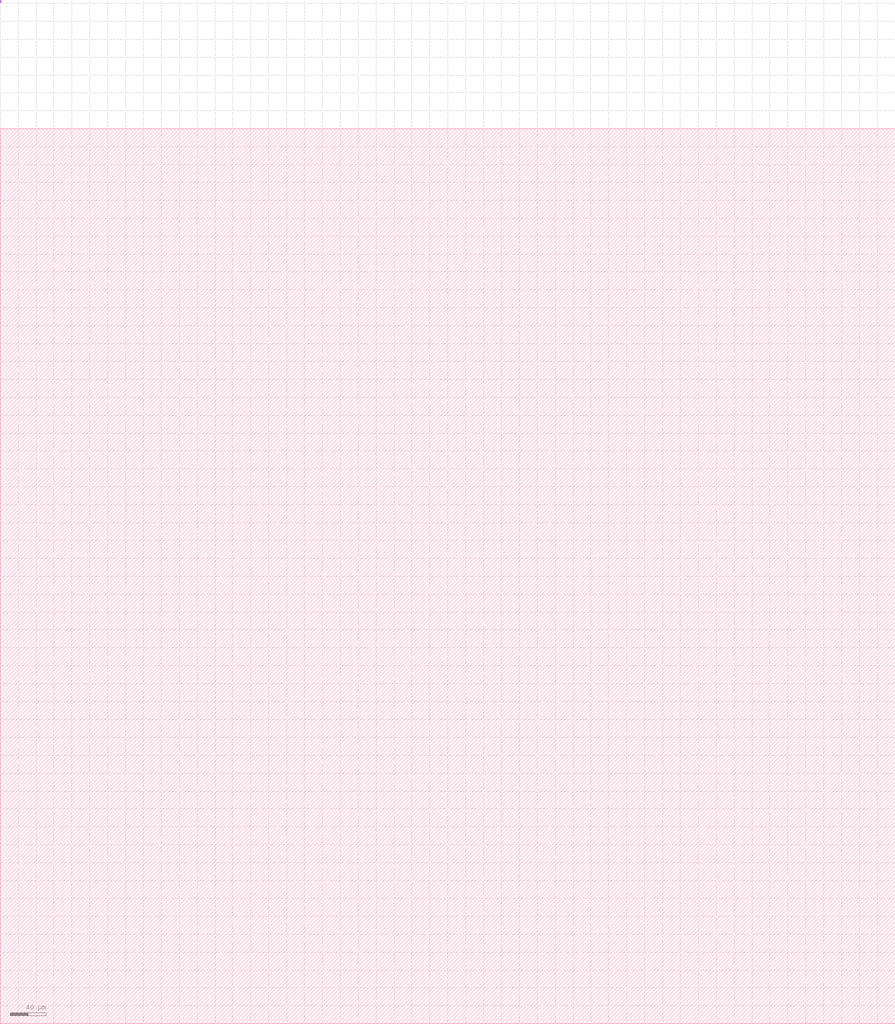
<source format=lef>
######################################################################
# LEF Name        : A801_A_SUBAFE1_TOP
# Modified Date   : 2020-05-07 18:55:42
######################################################################

VERSION 5.5 ;

NAMESCASESENSITIVE ON ;

DIVIDERCHAR "/" ;
BUSBITCHARS "[]" ;

 USEMINSPACING OBS OFF  ;
UNITS
    DATABASE MICRONS 2000  ;
END UNITS

 MANUFACTURINGGRID    0.005000 ;
SITE IOSite
    SYMMETRY Y  ;
    CLASS PAD  ;
    SIZE 80.8400 BY 144.0000 ;
END IOSite

SITE CoreSite
    SYMMETRY Y   ;
    CLASS CORE  ;
    SIZE 0.3700 BY 2.2200 ;
END CoreSite

MACRO A801_A_AFE_TOP
    CLASS PAD ;
    FOREIGN A801_A_AFE_TOP 0 0 ;
    ORIGIN 0.0000 0.0000 ;
    SIZE 1000.0000 BY 1000.0000 ;
    SYMMETRY R0 ;
    SITE IOSite ;
    PIN VDDPD_STD_ISOB_15V
        DIRECTION INPUT ;
        ANTENNAPARTIALMETALSIDEAREA 10  LAYER M3 ;
        PORT
        LAYER M3 ;
        RECT  0.0000 0.0000 1.0000 0.3000 ;
        END
    END VDDPD_STD_ISOB_15V
    PIN HIRC_EN_15V
        DIRECTION INPUT ;
        ANTENNAPARTIALMETALSIDEAREA 10  LAYER M3 ;
        PORT
        LAYER M3 ;
        RECT  0.0000 0.6000 1.0000 0.9000 ;
        END
    END HIRC_EN_15V
    PIN HIRC_LDOCAL_15V[3]
        DIRECTION INPUT ;
        ANTENNAPARTIALMETALSIDEAREA 10  LAYER M3 ;
        PORT
        LAYER M3 ;
        RECT  0.0000 1.2000 1.0000 1.5000 ;
        END
    END HIRC_LDOCAL_15V[3]
    PIN HIRC_LDOCAL_15V[2]
        DIRECTION INPUT ;
        ANTENNAPARTIALMETALSIDEAREA 10  LAYER M3 ;
        PORT
        LAYER M3 ;
        RECT  0.0000 1.8000 1.0000 2.1000 ;
        END
    END HIRC_LDOCAL_15V[2]
    PIN HIRC_LDOCAL_15V[1]
        DIRECTION INPUT ;
        ANTENNAPARTIALMETALSIDEAREA 10  LAYER M3 ;
        PORT
        LAYER M3 ;
        RECT  0.0000 2.4000 1.0000 2.7000 ;
        END
    END HIRC_LDOCAL_15V[1]
    PIN HIRC_LDOCAL_15V[0]
        DIRECTION INPUT ;
        ANTENNAPARTIALMETALSIDEAREA 10  LAYER M3 ;
        PORT
        LAYER M3 ;
        RECT  0.0000 3.0000 1.0000 3.3000 ;
        END
    END HIRC_LDOCAL_15V[0]
    PIN HIRC_TADJ_15V[3]
        DIRECTION INPUT ;
        ANTENNAPARTIALMETALSIDEAREA 10  LAYER M3 ;
        PORT
        LAYER M3 ;
        RECT  0.0000 3.6000 1.0000 3.9000 ;
        END
    END HIRC_TADJ_15V[3]
    PIN HIRC_TADJ_15V[2]
        DIRECTION INPUT ;
        ANTENNAPARTIALMETALSIDEAREA 10  LAYER M3 ;
        PORT
        LAYER M3 ;
        RECT  0.0000 4.2000 1.0000 4.5000 ;
        END
    END HIRC_TADJ_15V[2]
    PIN HIRC_TADJ_15V[1]
        DIRECTION INPUT ;
        ANTENNAPARTIALMETALSIDEAREA 10  LAYER M3 ;
        PORT
        LAYER M3 ;
        RECT  0.0000 4.8000 1.0000 5.1000 ;
        END
    END HIRC_TADJ_15V[1]
    PIN HIRC_TADJ_15V[0]
        DIRECTION INPUT ;
        ANTENNAPARTIALMETALSIDEAREA 10  LAYER M3 ;
        PORT
        LAYER M3 ;
        RECT  0.0000 5.4000 1.0000 5.7000 ;
        END
    END HIRC_TADJ_15V[0]
    PIN HIRC_CAL_15V[7]
        DIRECTION INPUT ;
        ANTENNAPARTIALMETALSIDEAREA 10  LAYER M3 ;
        PORT
        LAYER M3 ;
        RECT  0.0000 6.0000 1.0000 6.3000 ;
        END
    END HIRC_CAL_15V[7]
    PIN HIRC_CAL_15V[6]
        DIRECTION INPUT ;
        ANTENNAPARTIALMETALSIDEAREA 10  LAYER M3 ;
        PORT
        LAYER M3 ;
        RECT  0.0000 6.6000 1.0000 6.9000 ;
        END
    END HIRC_CAL_15V[6]
    PIN HIRC_CAL_15V[5]
        DIRECTION INPUT ;
        ANTENNAPARTIALMETALSIDEAREA 10  LAYER M3 ;
        PORT
        LAYER M3 ;
        RECT  0.0000 7.2000 1.0000 7.5000 ;
        END
    END HIRC_CAL_15V[5]
    PIN HIRC_CAL_15V[4]
        DIRECTION INPUT ;
        ANTENNAPARTIALMETALSIDEAREA 10  LAYER M3 ;
        PORT
        LAYER M3 ;
        RECT  0.0000 7.8000 1.0000 8.1000 ;
        END
    END HIRC_CAL_15V[4]
    PIN HIRC_CAL_15V[3]
        DIRECTION INPUT ;
        ANTENNAPARTIALMETALSIDEAREA 10  LAYER M3 ;
        PORT
        LAYER M3 ;
        RECT  0.0000 8.4000 1.0000 8.7000 ;
        END
    END HIRC_CAL_15V[3]
    PIN HIRC_CAL_15V[2]
        DIRECTION INPUT ;
        ANTENNAPARTIALMETALSIDEAREA 10  LAYER M3 ;
        PORT
        LAYER M3 ;
        RECT  0.0000 9.0000 1.0000 9.3000 ;
        END
    END HIRC_CAL_15V[2]
    PIN HIRC_CAL_15V[1]
        DIRECTION INPUT ;
        ANTENNAPARTIALMETALSIDEAREA 10  LAYER M3 ;
        PORT
        LAYER M3 ;
        RECT  0.0000 9.6000 1.0000 9.9000 ;
        END
    END HIRC_CAL_15V[1]
    PIN HIRC_CAL_15V[0]
        DIRECTION INPUT ;
        ANTENNAPARTIALMETALSIDEAREA 10  LAYER M3 ;
        PORT
        LAYER M3 ;
        RECT  0.0000 10.2000 1.0000 10.5000 ;
        END
    END HIRC_CAL_15V[0]
    PIN HIRC_OUT_15V
        DIRECTION OUTPUT ;
        ANTENNAPARTIALMETALSIDEAREA 10  LAYER M3 ;
        PORT
        LAYER M3 ;
        RECT  0.0000 10.8000 1.0000 11.1000 ;
        END
    END HIRC_OUT_15V
    PIN LIRC_EN_15V
        DIRECTION INPUT ;
        ANTENNAPARTIALMETALSIDEAREA 10  LAYER M3 ;
        PORT
        LAYER M3 ;
        RECT  0.0000 11.4000 1.0000 11.7000 ;
        END
    END LIRC_EN_15V
    PIN LIRC_OUT_15V
        DIRECTION OUTPUT ;
        ANTENNAPARTIALMETALSIDEAREA 10  LAYER M3 ;
        PORT
        LAYER M3 ;
        RECT  0.0000 12.0000 1.0000 12.3000 ;
        END
    END LIRC_OUT_15V
    PIN HXT_EN_15V
        DIRECTION INPUT ;
        ANTENNAPARTIALMETALSIDEAREA 10  LAYER M3 ;
        PORT
        LAYER M3 ;
        RECT  0.0000 12.6000 1.0000 12.9000 ;
        END
    END HXT_EN_15V
    PIN HXT_GAINS_15V[2]
        DIRECTION INPUT ;
        ANTENNAPARTIALMETALSIDEAREA 10  LAYER M3 ;
        PORT
        LAYER M3 ;
        RECT  0.0000 13.2000 1.0000 13.5000 ;
        END
    END HXT_GAINS_15V[2]
    PIN HXT_GAINS_15V[1]
        DIRECTION INPUT ;
        ANTENNAPARTIALMETALSIDEAREA 10  LAYER M3 ;
        PORT
        LAYER M3 ;
        RECT  0.0000 13.8000 1.0000 14.1000 ;
        END
    END HXT_GAINS_15V[1]
    PIN HXT_GAINS_15V[0]
        DIRECTION INPUT ;
        ANTENNAPARTIALMETALSIDEAREA 10  LAYER M3 ;
        PORT
        LAYER M3 ;
        RECT  0.0000 14.4000 1.0000 14.7000 ;
        END
    END HXT_GAINS_15V[0]
    PIN HXT_PBK_OSCI_50V
        DIRECTION OUTPUT ;
        ANTENNAPARTIALMETALSIDEAREA 10  LAYER M3 ;
        PORT
        LAYER M3 ;
        RECT  0.0000 15.0000 1.0000 15.3000 ;
        END
    END HXT_PBK_OSCI_50V
    PIN HXT_PBK_OSCO_50V
        DIRECTION OUTPUT ;
        ANTENNAPARTIALMETALSIDEAREA 10  LAYER M3 ;
        PORT
        LAYER M3 ;
        RECT  0.0000 15.6000 1.0000 15.9000 ;
        END
    END HXT_PBK_OSCO_50V
    PIN HXT_PADIN_50V
        DIRECTION INPUT ;
        ANTENNAPARTIALMETALSIDEAREA 10  LAYER M3 ;
        PORT
        LAYER M3 ;
        RECT  0.0000 16.2000 1.0000 16.5000 ;
        END
    END HXT_PADIN_50V
    PIN HXT_PADOUT_50V
        DIRECTION INPUT ;
        ANTENNAPARTIALMETALSIDEAREA 10  LAYER M3 ;
        PORT
        LAYER M3 ;
        RECT  0.0000 16.8000 1.0000 17.1000 ;
        END
    END HXT_PADOUT_50V
    PIN HXT_CLKO_15V
        DIRECTION OUTPUT ;
        ANTENNAPARTIALMETALSIDEAREA 10  LAYER M3 ;
        PORT
        LAYER M3 ;
        RECT  0.0000 17.4000 1.0000 17.7000 ;
        END
    END HXT_CLKO_15V
    PIN HXT_STOP_15V
        DIRECTION OUTPUT ;
        ANTENNAPARTIALMETALSIDEAREA 10  LAYER M3 ;
        PORT
        LAYER M3 ;
        RECT  0.0000 18.0000 1.0000 18.3000 ;
        END
    END HXT_STOP_15V
    PIN HXT_STOPB_15V
        DIRECTION OUTPUT ;
        ANTENNAPARTIALMETALSIDEAREA 10  LAYER M3 ;
        PORT
        LAYER M3 ;
        RECT  0.0000 18.6000 1.0000 18.9000 ;
        END
    END HXT_STOPB_15V
    PIN HXT_FILS_15V[2]
        DIRECTION INPUT ;
        ANTENNAPARTIALMETALSIDEAREA 10  LAYER M3 ;
        PORT
        LAYER M3 ;
        RECT  0.0000 19.2000 1.0000 19.5000 ;
        END
    END HXT_FILS_15V[2]
    PIN HXT_FILS_15V[1]
        DIRECTION INPUT ;
        ANTENNAPARTIALMETALSIDEAREA 10  LAYER M3 ;
        PORT
        LAYER M3 ;
        RECT  0.0000 19.8000 1.0000 20.1000 ;
        END
    END HXT_FILS_15V[1]
    PIN HXT_FILS_15V[0]
        DIRECTION INPUT ;
        ANTENNAPARTIALMETALSIDEAREA 10  LAYER M3 ;
        PORT
        LAYER M3 ;
        RECT  0.0000 20.4000 1.0000 20.7000 ;
        END
    END HXT_FILS_15V[0]
    PIN LXT_EN_15V
        DIRECTION INPUT ;
        ANTENNAPARTIALMETALSIDEAREA 10  LAYER M3 ;
        PORT
        LAYER M3 ;
        RECT  0.0000 21.0000 1.0000 21.3000 ;
        END
    END LXT_EN_15V
    PIN LXT_GAINS_15V[1]
        DIRECTION INPUT ;
        ANTENNAPARTIALMETALSIDEAREA 10  LAYER M3 ;
        PORT
        LAYER M3 ;
        RECT  0.0000 21.6000 1.0000 21.9000 ;
        END
    END LXT_GAINS_15V[1]
    PIN LXT_GAINS_15V[0]
        DIRECTION INPUT ;
        ANTENNAPARTIALMETALSIDEAREA 10  LAYER M3 ;
        PORT
        LAYER M3 ;
        RECT  0.0000 22.2000 1.0000 22.5000 ;
        END
    END LXT_GAINS_15V[0]
    PIN LXT_RON_15V[1]
        DIRECTION INPUT ;
        ANTENNAPARTIALMETALSIDEAREA 10  LAYER M3 ;
        PORT
        LAYER M3 ;
        RECT  0.0000 22.8000 1.0000 23.1000 ;
        END
    END LXT_RON_15V[1]
    PIN LXT_RON_15V[0]
        DIRECTION INPUT ;
        ANTENNAPARTIALMETALSIDEAREA 10  LAYER M3 ;
        PORT
        LAYER M3 ;
        RECT  0.0000 23.4000 1.0000 23.7000 ;
        END
    END LXT_RON_15V[0]
    PIN LXT_OPIS_15V[1]
        DIRECTION INPUT ;
        ANTENNAPARTIALMETALSIDEAREA 10  LAYER M3 ;
        PORT
        LAYER M3 ;
        RECT  0.0000 24.0000 1.0000 24.3000 ;
        END
    END LXT_OPIS_15V[1]
    PIN LXT_OPIS_15V[0]
        DIRECTION INPUT ;
        ANTENNAPARTIALMETALSIDEAREA 10  LAYER M3 ;
        PORT
        LAYER M3 ;
        RECT  0.0000 24.6000 1.0000 24.9000 ;
        END
    END LXT_OPIS_15V[0]
    PIN LXT_IBS_15V[1]
        DIRECTION INPUT ;
        ANTENNAPARTIALMETALSIDEAREA 10  LAYER M3 ;
        PORT
        LAYER M3 ;
        RECT  0.0000 25.2000 1.0000 25.5000 ;
        END
    END LXT_IBS_15V[1]
    PIN LXT_IBS_15V[0]
        DIRECTION INPUT ;
        ANTENNAPARTIALMETALSIDEAREA 10  LAYER M3 ;
        PORT
        LAYER M3 ;
        RECT  0.0000 25.8000 1.0000 26.1000 ;
        END
    END LXT_IBS_15V[0]
    PIN LXT_PADIN_50V
        DIRECTION INPUT ;
        ANTENNAPARTIALMETALSIDEAREA 10  LAYER M3 ;
        PORT
        LAYER M3 ;
        RECT  0.0000 26.4000 1.0000 26.7000 ;
        END
    END LXT_PADIN_50V
    PIN LXT_PADOUT_50V
        DIRECTION INPUT ;
        ANTENNAPARTIALMETALSIDEAREA 10  LAYER M3 ;
        PORT
        LAYER M3 ;
        RECT  0.0000 27.0000 1.0000 27.3000 ;
        END
    END LXT_PADOUT_50V
    PIN LXT_CLKO_15V
        DIRECTION OUTPUT ;
        ANTENNAPARTIALMETALSIDEAREA 10  LAYER M3 ;
        PORT
        LAYER M3 ;
        RECT  0.0000 27.6000 1.0000 27.9000 ;
        END
    END LXT_CLKO_15V
    PIN PLL_FIN
        DIRECTION INPUT ;
        ANTENNAPARTIALMETALSIDEAREA 10  LAYER M3 ;
        PORT
        LAYER M3 ;
        RECT  0.0000 28.2000 1.0000 28.5000 ;
        END
    END PLL_FIN
    PIN PLL_M[6]
        DIRECTION INPUT ;
        ANTENNAPARTIALMETALSIDEAREA 10  LAYER M3 ;
        PORT
        LAYER M3 ;
        RECT  0.0000 28.8000 1.0000 29.1000 ;
        END
    END PLL_M[6]
    PIN PLL_M[5]
        DIRECTION INPUT ;
        ANTENNAPARTIALMETALSIDEAREA 10  LAYER M3 ;
        PORT
        LAYER M3 ;
        RECT  0.0000 29.4000 1.0000 29.7000 ;
        END
    END PLL_M[5]
    PIN PLL_M[4]
        DIRECTION INPUT ;
        ANTENNAPARTIALMETALSIDEAREA 10  LAYER M3 ;
        PORT
        LAYER M3 ;
        RECT  0.0000 30.0000 1.0000 30.3000 ;
        END
    END PLL_M[4]
    PIN PLL_M[3]
        DIRECTION INPUT ;
        ANTENNAPARTIALMETALSIDEAREA 10  LAYER M3 ;
        PORT
        LAYER M3 ;
        RECT  0.0000 30.6000 1.0000 30.9000 ;
        END
    END PLL_M[3]
    PIN PLL_M[2]
        DIRECTION INPUT ;
        ANTENNAPARTIALMETALSIDEAREA 10  LAYER M3 ;
        PORT
        LAYER M3 ;
        RECT  0.0000 31.2000 1.0000 31.5000 ;
        END
    END PLL_M[2]
    PIN PLL_M[1]
        DIRECTION INPUT ;
        ANTENNAPARTIALMETALSIDEAREA 10  LAYER M3 ;
        PORT
        LAYER M3 ;
        RECT  0.0000 31.8000 1.0000 32.1000 ;
        END
    END PLL_M[1]
    PIN PLL_M[0]
        DIRECTION INPUT ;
        ANTENNAPARTIALMETALSIDEAREA 10  LAYER M3 ;
        PORT
        LAYER M3 ;
        RECT  0.0000 32.4000 1.0000 32.7000 ;
        END
    END PLL_M[0]
    PIN PLL_PD
        DIRECTION INPUT ;
        ANTENNAPARTIALMETALSIDEAREA 10  LAYER M3 ;
        PORT
        LAYER M3 ;
        RECT  0.0000 33.0000 1.0000 33.3000 ;
        END
    END PLL_PD
    PIN PLL_FOUT
        DIRECTION OUTPUT ;
        ANTENNAPARTIALMETALSIDEAREA 10  LAYER M3 ;
        PORT
        LAYER M3 ;
        RECT  0.0000 33.6000 1.0000 33.9000 ;
        END
    END PLL_FOUT
    PIN PLL_LOCK
        DIRECTION OUTPUT ;
        ANTENNAPARTIALMETALSIDEAREA 10  LAYER M3 ;
        PORT
        LAYER M3 ;
        RECT  0.0000 34.2000 1.0000 34.5000 ;
        END
    END PLL_LOCK
    PIN V15D_APR
        DIRECTION INOUT ;
        ANTENNAPARTIALMETALSIDEAREA 10  LAYER M3 ;
        PORT
        LAYER M3 ;
        RECT  0.0000 34.8000 1.0000 35.1000 ;
        END
    END V15D_APR
    PIN G15D_APR
        DIRECTION INOUT ;
        ANTENNAPARTIALMETALSIDEAREA 10  LAYER M3 ;
        PORT
        LAYER M3 ;
        RECT  0.0000 35.4000 1.0000 35.7000 ;
        END
    END G15D_APR
    PIN V15D_FLASH
        DIRECTION INOUT ;
        ANTENNAPARTIALMETALSIDEAREA 10  LAYER M3 ;
        PORT
        LAYER M3 ;
        RECT  0.0000 36.0000 1.0000 36.3000 ;
        END
    END V15D_FLASH
    PIN G15D_FLASH
        DIRECTION INOUT ;
        ANTENNAPARTIALMETALSIDEAREA 10  LAYER M3 ;
        PORT
        LAYER M3 ;
        RECT  0.0000 36.6000 1.0000 36.9000 ;
        END
    END G15D_FLASH
    PIN V15D_IO
        DIRECTION INOUT ;
        ANTENNAPARTIALMETALSIDEAREA 10  LAYER M3 ;
        PORT
        LAYER M3 ;
        RECT  0.0000 37.2000 1.0000 37.5000 ;
        END
    END V15D_IO
    PIN V15D_PAD
        DIRECTION INOUT ;
        ANTENNAPARTIALMETALSIDEAREA 10  LAYER M3 ;
        PORT
        LAYER M3 ;
        RECT  0.0000 37.8000 1.0000 38.1000 ;
        END
    END V15D_PAD
    PIN V15R_APR
        DIRECTION INOUT ;
        ANTENNAPARTIALMETALSIDEAREA 10  LAYER M3 ;
        PORT
        LAYER M3 ;
        RECT  0.0000 38.4000 1.0000 38.7000 ;
        END
    END V15R_APR
    PIN G15R_APR
        DIRECTION INOUT ;
        ANTENNAPARTIALMETALSIDEAREA 10  LAYER M3 ;
        PORT
        LAYER M3 ;
        RECT  0.0000 39.0000 1.0000 39.3000 ;
        END
    END G15R_APR
    PIN V15R_IO
        DIRECTION INOUT ;
        ANTENNAPARTIALMETALSIDEAREA 10  LAYER M3 ;
        PORT
        LAYER M3 ;
        RECT  0.0000 39.6000 1.0000 39.9000 ;
        END
    END V15R_IO
    PIN V15R_PAD
        DIRECTION INOUT ;
        ANTENNAPARTIALMETALSIDEAREA 10  LAYER M3 ;
        PORT
        LAYER M3 ;
        RECT  0.0000 40.2000 1.0000 40.5000 ;
        END
    END V15R_PAD
    PIN LDO_PD_15V 
        DIRECTION INPUT ;
        ANTENNAPARTIALMETALSIDEAREA 10  LAYER M3 ;
        PORT
        LAYER M3 ;
        RECT  0.0000 40.8000 1.0000 41.1000 ;
        END
    END LDO_PD_15V 
    PIN LDO_MEN_15V 
        DIRECTION INPUT ;
        ANTENNAPARTIALMETALSIDEAREA 10  LAYER M3 ;
        PORT
        LAYER M3 ;
        RECT  0.0000 41.4000 1.0000 41.7000 ;
        END
    END LDO_MEN_15V 
    PIN LDO_BGVCAL_15V[5]
        DIRECTION INPUT ;
        ANTENNAPARTIALMETALSIDEAREA 10  LAYER M3 ;
        PORT
        LAYER M3 ;
        RECT  0.0000 42.0000 1.0000 42.3000 ;
        END
    END LDO_BGVCAL_15V[5]
    PIN LDO_BGVCAL_15V[4]
        DIRECTION INPUT ;
        ANTENNAPARTIALMETALSIDEAREA 10  LAYER M3 ;
        PORT
        LAYER M3 ;
        RECT  0.0000 42.6000 1.0000 42.9000 ;
        END
    END LDO_BGVCAL_15V[4]
    PIN LDO_BGVCAL_15V[3]
        DIRECTION INPUT ;
        ANTENNAPARTIALMETALSIDEAREA 10  LAYER M3 ;
        PORT
        LAYER M3 ;
        RECT  0.0000 43.2000 1.0000 43.5000 ;
        END
    END LDO_BGVCAL_15V[3]
    PIN LDO_BGVCAL_15V[2]
        DIRECTION INPUT ;
        ANTENNAPARTIALMETALSIDEAREA 10  LAYER M3 ;
        PORT
        LAYER M3 ;
        RECT  0.0000 43.8000 1.0000 44.1000 ;
        END
    END LDO_BGVCAL_15V[2]
    PIN LDO_BGVCAL_15V[1]
        DIRECTION INPUT ;
        ANTENNAPARTIALMETALSIDEAREA 10  LAYER M3 ;
        PORT
        LAYER M3 ;
        RECT  0.0000 44.4000 1.0000 44.7000 ;
        END
    END LDO_BGVCAL_15V[1]
    PIN LDO_BGVCAL_15V[0]
        DIRECTION INPUT ;
        ANTENNAPARTIALMETALSIDEAREA 10  LAYER M3 ;
        PORT
        LAYER M3 ;
        RECT  0.0000 45.0000 1.0000 45.3000 ;
        END
    END LDO_BGVCAL_15V[0]
    PIN LDO_MPS_15V[3]
        DIRECTION INPUT ;
        ANTENNAPARTIALMETALSIDEAREA 10  LAYER M3 ;
        PORT
        LAYER M3 ;
        RECT  0.0000 45.6000 1.0000 45.9000 ;
        END
    END LDO_MPS_15V[3]
    PIN LDO_MPS_15V[2]
        DIRECTION INPUT ;
        ANTENNAPARTIALMETALSIDEAREA 10  LAYER M3 ;
        PORT
        LAYER M3 ;
        RECT  0.0000 46.2000 1.0000 46.5000 ;
        END
    END LDO_MPS_15V[2]
    PIN LDO_MPS_15V[1]
        DIRECTION INPUT ;
        ANTENNAPARTIALMETALSIDEAREA 10  LAYER M3 ;
        PORT
        LAYER M3 ;
        RECT  0.0000 46.8000 1.0000 47.1000 ;
        END
    END LDO_MPS_15V[1]
    PIN LDO_MPS_15V[0]
        DIRECTION INPUT ;
        ANTENNAPARTIALMETALSIDEAREA 10  LAYER M3 ;
        PORT
        LAYER M3 ;
        RECT  0.0000 47.4000 1.0000 47.7000 ;
        END
    END LDO_MPS_15V[0]
    PIN LDO_MVCAL_15V[3]
        DIRECTION INPUT ;
        ANTENNAPARTIALMETALSIDEAREA 10  LAYER M3 ;
        PORT
        LAYER M3 ;
        RECT  0.0000 48.0000 1.0000 48.3000 ;
        END
    END LDO_MVCAL_15V[3]
    PIN LDO_MVCAL_15V[2]
        DIRECTION INPUT ;
        ANTENNAPARTIALMETALSIDEAREA 10  LAYER M3 ;
        PORT
        LAYER M3 ;
        RECT  0.0000 48.6000 1.0000 48.9000 ;
        END
    END LDO_MVCAL_15V[2]
    PIN LDO_MVCAL_15V[1]
        DIRECTION INPUT ;
        ANTENNAPARTIALMETALSIDEAREA 10  LAYER M3 ;
        PORT
        LAYER M3 ;
        RECT  0.0000 49.2000 1.0000 49.5000 ;
        END
    END LDO_MVCAL_15V[1]
    PIN LDO_MVCAL_15V[0]
        DIRECTION INPUT ;
        ANTENNAPARTIALMETALSIDEAREA 10  LAYER M3 ;
        PORT
        LAYER M3 ;
        RECT  0.0000 49.8000 1.0000 50.1000 ;
        END
    END LDO_MVCAL_15V[0]
    PIN LDO_RTCCAL_15V[3]
        DIRECTION INPUT ;
        ANTENNAPARTIALMETALSIDEAREA 10  LAYER M3 ;
        PORT
        LAYER M3 ;
        RECT  0.0000 50.4000 1.0000 50.7000 ;
        END
    END LDO_RTCCAL_15V[3]
    PIN LDO_RTCCAL_15V[2]
        DIRECTION INPUT ;
        ANTENNAPARTIALMETALSIDEAREA 10  LAYER M3 ;
        PORT
        LAYER M3 ;
        RECT  0.0000 51.0000 1.0000 51.3000 ;
        END
    END LDO_RTCCAL_15V[2]
    PIN LDO_RTCCAL_15V[1]
        DIRECTION INPUT ;
        ANTENNAPARTIALMETALSIDEAREA 10  LAYER M3 ;
        PORT
        LAYER M3 ;
        RECT  0.0000 51.6000 1.0000 51.9000 ;
        END
    END LDO_RTCCAL_15V[1]
    PIN LDO_RTCCAL_15V[0]
        DIRECTION INPUT ;
        ANTENNAPARTIALMETALSIDEAREA 10  LAYER M3 ;
        PORT
        LAYER M3 ;
        RECT  0.0000 52.2000 1.0000 52.5000 ;
        END
    END LDO_RTCCAL_15V[0]
    PIN V15DPOR_15V
        DIRECTION OUTPUT ;
        ANTENNAPARTIALMETALSIDEAREA 10  LAYER M3 ;
        PORT
        LAYER M3 ;
        RECT  0.0000 52.8000 1.0000 53.1000 ;
        END
    END V15DPOR_15V
    PIN V15DPORB_15V
        DIRECTION OUTPUT ;
        ANTENNAPARTIALMETALSIDEAREA 10  LAYER M3 ;
        PORT
        LAYER M3 ;
        RECT  0.0000 53.4000 1.0000 53.7000 ;
        END
    END V15DPORB_15V
    PIN V15RPOR_15V
        DIRECTION OUTPUT ;
        ANTENNAPARTIALMETALSIDEAREA 10  LAYER M3 ;
        PORT
        LAYER M3 ;
        RECT  0.0000 54.0000 1.0000 54.3000 ;
        END
    END V15RPOR_15V
    PIN V15RPORB_15V
        DIRECTION OUTPUT ;
        ANTENNAPARTIALMETALSIDEAREA 10  LAYER M3 ;
        PORT
        LAYER M3 ;
        RECT  0.0000 54.6000 1.0000 54.9000 ;
        END
    END V15RPORB_15V
    PIN PVDE_15V
        DIRECTION INPUT ;
        ANTENNAPARTIALMETALSIDEAREA 10  LAYER M3 ;
        PORT
        LAYER M3 ;
        RECT  0.0000 55.2000 1.0000 55.5000 ;
        END
    END PVDE_15V
    PIN PVDS_15V[2]
        DIRECTION INPUT ;
        ANTENNAPARTIALMETALSIDEAREA 10  LAYER M3 ;
        PORT
        LAYER M3 ;
        RECT  0.0000 55.8000 1.0000 56.1000 ;
        END
    END PVDS_15V[2]
    PIN PVDS_15V[1]
        DIRECTION INPUT ;
        ANTENNAPARTIALMETALSIDEAREA 10  LAYER M3 ;
        PORT
        LAYER M3 ;
        RECT  0.0000 56.4000 1.0000 56.7000 ;
        END
    END PVDS_15V[1]
    PIN PVDS_15V[0]
        DIRECTION INPUT ;
        ANTENNAPARTIALMETALSIDEAREA 10  LAYER M3 ;
        PORT
        LAYER M3 ;
        RECT  0.0000 57.0000 1.0000 57.3000 ;
        END
    END PVDS_15V[0]
    PIN PVDCAL_15V[3]
        DIRECTION INPUT ;
        ANTENNAPARTIALMETALSIDEAREA 10  LAYER M3 ;
        PORT
        LAYER M3 ;
        RECT  0.0000 57.6000 1.0000 57.9000 ;
        END
    END PVDCAL_15V[3]
    PIN PVDCAL_15V[2]
        DIRECTION INPUT ;
        ANTENNAPARTIALMETALSIDEAREA 10  LAYER M3 ;
        PORT
        LAYER M3 ;
        RECT  0.0000 58.2000 1.0000 58.5000 ;
        END
    END PVDCAL_15V[2]
    PIN PVDCAL_15V[1]
        DIRECTION INPUT ;
        ANTENNAPARTIALMETALSIDEAREA 10  LAYER M3 ;
        PORT
        LAYER M3 ;
        RECT  0.0000 58.8000 1.0000 59.1000 ;
        END
    END PVDCAL_15V[1]
    PIN PVDCAL_15V[0]
        DIRECTION INPUT ;
        ANTENNAPARTIALMETALSIDEAREA 10  LAYER M3 ;
        PORT
        LAYER M3 ;
        RECT  0.0000 59.4000 1.0000 59.7000 ;
        END
    END PVDCAL_15V[0]
    PIN PVDO_15V
        DIRECTION OUTPUT ;
        ANTENNAPARTIALMETALSIDEAREA 10  LAYER M3 ;
        PORT
        LAYER M3 ;
        RECT  0.0000 60.0000 1.0000 60.3000 ;
        END
    END PVDO_15V
    PIN PVDOB_15V
        DIRECTION OUTPUT ;
        ANTENNAPARTIALMETALSIDEAREA 10  LAYER M3 ;
        PORT
        LAYER M3 ;
        RECT  0.0000 60.6000 1.0000 60.9000 ;
        END
    END PVDOB_15V
    PIN PVDO_TEST_15V
        DIRECTION OUTPUT ;
        ANTENNAPARTIALMETALSIDEAREA 10  LAYER M3 ;
        PORT
        LAYER M3 ;
        RECT  0.0000 61.2000 1.0000 61.5000 ;
        END
    END PVDO_TEST_15V
    PIN PORAE_15V
        DIRECTION INPUT ;
        ANTENNAPARTIALMETALSIDEAREA 10  LAYER M3 ;
        PORT
        LAYER M3 ;
        RECT  0.0000 61.8000 1.0000 62.1000 ;
        END
    END PORAE_15V
    PIN PORACAL_15V[3]
        DIRECTION INPUT ;
        ANTENNAPARTIALMETALSIDEAREA 10  LAYER M3 ;
        PORT
        LAYER M3 ;
        RECT  0.0000 62.4000 1.0000 62.7000 ;
        END
    END PORACAL_15V[3]
    PIN PORACAL_15V[2]
        DIRECTION INPUT ;
        ANTENNAPARTIALMETALSIDEAREA 10  LAYER M3 ;
        PORT
        LAYER M3 ;
        RECT  0.0000 63.0000 1.0000 63.3000 ;
        END
    END PORACAL_15V[2]
    PIN PORACAL_15V[1]
        DIRECTION INPUT ;
        ANTENNAPARTIALMETALSIDEAREA 10  LAYER M3 ;
        PORT
        LAYER M3 ;
        RECT  0.0000 63.6000 1.0000 63.9000 ;
        END
    END PORACAL_15V[1]
    PIN PORACAL_15V[0]
        DIRECTION INPUT ;
        ANTENNAPARTIALMETALSIDEAREA 10  LAYER M3 ;
        PORT
        LAYER M3 ;
        RECT  0.0000 64.2000 1.0000 64.5000 ;
        END
    END PORACAL_15V[0]
    PIN PORDCAL_15V[3]
        DIRECTION INPUT ;
        ANTENNAPARTIALMETALSIDEAREA 10  LAYER M3 ;
        PORT
        LAYER M3 ;
        RECT  0.0000 64.8000 1.0000 65.1000 ;
        END
    END PORDCAL_15V[3]
    PIN PORDCAL_15V[2]
        DIRECTION INPUT ;
        ANTENNAPARTIALMETALSIDEAREA 10  LAYER M3 ;
        PORT
        LAYER M3 ;
        RECT  0.0000 65.4000 1.0000 65.7000 ;
        END
    END PORDCAL_15V[2]
    PIN PORDCAL_15V[1]
        DIRECTION INPUT ;
        ANTENNAPARTIALMETALSIDEAREA 10  LAYER M3 ;
        PORT
        LAYER M3 ;
        RECT  0.0000 66.0000 1.0000 66.3000 ;
        END
    END PORDCAL_15V[1]
    PIN PORDCAL_15V[0]
        DIRECTION INPUT ;
        ANTENNAPARTIALMETALSIDEAREA 10  LAYER M3 ;
        PORT
        LAYER M3 ;
        RECT  0.0000 66.6000 1.0000 66.9000 ;
        END
    END PORDCAL_15V[0]
    PIN PORD_15V
        DIRECTION OUTPUT ;
        ANTENNAPARTIALMETALSIDEAREA 10  LAYER M3 ;
        PORT
        LAYER M3 ;
        RECT  0.0000 67.2000 1.0000 67.5000 ;
        END
    END PORD_15V
    PIN PORDB_15V
        DIRECTION OUTPUT ;
        ANTENNAPARTIALMETALSIDEAREA 10  LAYER M3 ;
        PORT
        LAYER M3 ;
        RECT  0.0000 67.8000 1.0000 68.1000 ;
        END
    END PORDB_15V
    PIN PORD_TEST_15V
        DIRECTION OUTPUT ;
        ANTENNAPARTIALMETALSIDEAREA 10  LAYER M3 ;
        PORT
        LAYER M3 ;
        RECT  0.0000 68.4000 1.0000 68.7000 ;
        END
    END PORD_TEST_15V
    PIN PORA_15V
        DIRECTION OUTPUT ;
        ANTENNAPARTIALMETALSIDEAREA 10  LAYER M3 ;
        PORT
        LAYER M3 ;
        RECT  0.0000 69.0000 1.0000 69.3000 ;
        END
    END PORA_15V
    PIN PORAB_15V
        DIRECTION OUTPUT ;
        ANTENNAPARTIALMETALSIDEAREA 10  LAYER M3 ;
        PORT
        LAYER M3 ;
        RECT  0.0000 69.6000 1.0000 69.9000 ;
        END
    END PORAB_15V
    PIN PORA_TEST_15V
        DIRECTION OUTPUT ;
        ANTENNAPARTIALMETALSIDEAREA 10  LAYER M3 ;
        PORT
        LAYER M3 ;
        RECT  0.0000 70.2000 1.0000 70.5000 ;
        END
    END PORA_TEST_15V
    PIN TS_CAL_15V[4]
        DIRECTION INPUT ;
        ANTENNAPARTIALMETALSIDEAREA 10  LAYER M3 ;
        PORT
        LAYER M3 ;
        RECT  0.0000 70.8000 1.0000 71.1000 ;
        END
    END TS_CAL_15V[4]
    PIN TS_CAL_15V[3]
        DIRECTION INPUT ;
        ANTENNAPARTIALMETALSIDEAREA 10  LAYER M3 ;
        PORT
        LAYER M3 ;
        RECT  0.0000 71.4000 1.0000 71.7000 ;
        END
    END TS_CAL_15V[3]
    PIN TS_CAL_15V[2]
        DIRECTION INPUT ;
        ANTENNAPARTIALMETALSIDEAREA 10  LAYER M3 ;
        PORT
        LAYER M3 ;
        RECT  0.0000 72.0000 1.0000 72.3000 ;
        END
    END TS_CAL_15V[2]
    PIN TS_CAL_15V[1]
        DIRECTION INPUT ;
        ANTENNAPARTIALMETALSIDEAREA 10  LAYER M3 ;
        PORT
        LAYER M3 ;
        RECT  0.0000 72.6000 1.0000 72.9000 ;
        END
    END TS_CAL_15V[1]
    PIN TS_CAL_15V[0]
        DIRECTION INPUT ;
        ANTENNAPARTIALMETALSIDEAREA 10  LAYER M3 ;
        PORT
        LAYER M3 ;
        RECT  0.0000 73.2000 1.0000 73.5000 ;
        END
    END TS_CAL_15V[0]
    PIN TS_EN_15V
        DIRECTION INPUT ;
        ANTENNAPARTIALMETALSIDEAREA 10  LAYER M3 ;
        PORT
        LAYER M3 ;
        RECT  0.0000 73.8000 1.0000 74.1000 ;
        END
    END TS_EN_15V
    PIN VBAT_EN_15V
        DIRECTION INPUT ;
        ANTENNAPARTIALMETALSIDEAREA 10  LAYER M3 ;
        PORT
        LAYER M3 ;
        RECT  0.0000 74.4000 1.0000 74.7000 ;
        END
    END VBAT_EN_15V
    PIN ADC_CLK_15V
        DIRECTION INPUT ;
        ANTENNAPARTIALMETALSIDEAREA 10  LAYER M3 ;
        PORT
        LAYER M3 ;
        RECT  0.0000 75.0000 1.0000 75.3000 ;
        END
    END ADC_CLK_15V
    PIN ADC_PUMPEN_15V
        DIRECTION INPUT ;
        ANTENNAPARTIALMETALSIDEAREA 10  LAYER M3 ;
        PORT
        LAYER M3 ;
        RECT  0.0000 75.6000 1.0000 75.9000 ;
        END
    END ADC_PUMPEN_15V
    PIN ADC_EN_15V
        DIRECTION INPUT ;
        ANTENNAPARTIALMETALSIDEAREA 10  LAYER M3 ;
        PORT
        LAYER M3 ;
        RECT  0.0000 76.2000 1.0000 76.5000 ;
        END
    END ADC_EN_15V
    PIN ADC_STOPB_15V
        DIRECTION INPUT ;
        ANTENNAPARTIALMETALSIDEAREA 10  LAYER M3 ;
        PORT
        LAYER M3 ;
        RECT  0.0000 76.8000 1.0000 77.1000 ;
        END
    END ADC_STOPB_15V
    PIN ADC_SAMPLE_15V
        DIRECTION INPUT ;
        ANTENNAPARTIALMETALSIDEAREA 10  LAYER M3 ;
        PORT
        LAYER M3 ;
        RECT  0.0000 77.4000 1.0000 77.7000 ;
        END
    END ADC_SAMPLE_15V
    PIN ADC_SAMPLEOK_15V
        DIRECTION INPUT ;
        ANTENNAPARTIALMETALSIDEAREA 10  LAYER M3 ;
        PORT
        LAYER M3 ;
        RECT  0.0000 78.0000 1.0000 78.3000 ;
        END
    END ADC_SAMPLEOK_15V
    PIN ADC_PUMPTIME_15V
        DIRECTION INPUT ;
        ANTENNAPARTIALMETALSIDEAREA 10  LAYER M3 ;
        PORT
        LAYER M3 ;
        RECT  0.0000 78.6000 1.0000 78.9000 ;
        END
    END ADC_PUMPTIME_15V
    PIN ADC_AIN_50V[9]
        DIRECTION INPUT ;
        ANTENNAPARTIALMETALSIDEAREA 10  LAYER M3 ;
        PORT
        LAYER M3 ;
        RECT  0.0000 79.2000 1.0000 79.5000 ;
        END
    END ADC_AIN_50V[9]
    PIN ADC_AIN_50V[8]
        DIRECTION INPUT ;
        ANTENNAPARTIALMETALSIDEAREA 10  LAYER M3 ;
        PORT
        LAYER M3 ;
        RECT  0.0000 79.8000 1.0000 80.1000 ;
        END
    END ADC_AIN_50V[8]
    PIN ADC_AIN_50V[7]
        DIRECTION INPUT ;
        ANTENNAPARTIALMETALSIDEAREA 10  LAYER M3 ;
        PORT
        LAYER M3 ;
        RECT  0.0000 80.4000 1.0000 80.7000 ;
        END
    END ADC_AIN_50V[7]
    PIN ADC_AIN_50V[6]
        DIRECTION INPUT ;
        ANTENNAPARTIALMETALSIDEAREA 10  LAYER M3 ;
        PORT
        LAYER M3 ;
        RECT  0.0000 81.0000 1.0000 81.3000 ;
        END
    END ADC_AIN_50V[6]
    PIN ADC_AIN_50V[5]
        DIRECTION INPUT ;
        ANTENNAPARTIALMETALSIDEAREA 10  LAYER M3 ;
        PORT
        LAYER M3 ;
        RECT  0.0000 81.6000 1.0000 81.9000 ;
        END
    END ADC_AIN_50V[5]
    PIN ADC_AIN_50V[4]
        DIRECTION INPUT ;
        ANTENNAPARTIALMETALSIDEAREA 10  LAYER M3 ;
        PORT
        LAYER M3 ;
        RECT  0.0000 82.2000 1.0000 82.5000 ;
        END
    END ADC_AIN_50V[4]
    PIN ADC_AIN_50V[3]
        DIRECTION INPUT ;
        ANTENNAPARTIALMETALSIDEAREA 10  LAYER M3 ;
        PORT
        LAYER M3 ;
        RECT  0.0000 82.8000 1.0000 83.1000 ;
        END
    END ADC_AIN_50V[3]
    PIN ADC_AIN_50V[2]
        DIRECTION INPUT ;
        ANTENNAPARTIALMETALSIDEAREA 10  LAYER M3 ;
        PORT
        LAYER M3 ;
        RECT  0.0000 83.4000 1.0000 83.7000 ;
        END
    END ADC_AIN_50V[2]
    PIN ADC_AIN_50V[1]
        DIRECTION INPUT ;
        ANTENNAPARTIALMETALSIDEAREA 10  LAYER M3 ;
        PORT
        LAYER M3 ;
        RECT  0.0000 84.0000 1.0000 84.3000 ;
        END
    END ADC_AIN_50V[1]
    PIN ADC_AIN_50V[0]
        DIRECTION INPUT ;
        ANTENNAPARTIALMETALSIDEAREA 10  LAYER M3 ;
        PORT
        LAYER M3 ;
        RECT  0.0000 84.6000 1.0000 84.9000 ;
        END
    END ADC_AIN_50V[0]
    PIN ADC_CHSEL_15V[15]
        DIRECTION INPUT ;
        ANTENNAPARTIALMETALSIDEAREA 10  LAYER M3 ;
        PORT
        LAYER M3 ;
        RECT  0.0000 85.2000 1.0000 85.5000 ;
        END
    END ADC_CHSEL_15V[15]
    PIN ADC_CHSEL_15V[14]
        DIRECTION INPUT ;
        ANTENNAPARTIALMETALSIDEAREA 10  LAYER M3 ;
        PORT
        LAYER M3 ;
        RECT  0.0000 85.8000 1.0000 86.1000 ;
        END
    END ADC_CHSEL_15V[14]
    PIN ADC_CHSEL_15V[13]
        DIRECTION INPUT ;
        ANTENNAPARTIALMETALSIDEAREA 10  LAYER M3 ;
        PORT
        LAYER M3 ;
        RECT  0.0000 86.4000 1.0000 86.7000 ;
        END
    END ADC_CHSEL_15V[13]
    PIN ADC_CHSEL_15V[12]
        DIRECTION INPUT ;
        ANTENNAPARTIALMETALSIDEAREA 10  LAYER M3 ;
        PORT
        LAYER M3 ;
        RECT  0.0000 87.0000 1.0000 87.3000 ;
        END
    END ADC_CHSEL_15V[12]
    PIN ADC_CHSEL_15V[11]
        DIRECTION INPUT ;
        ANTENNAPARTIALMETALSIDEAREA 10  LAYER M3 ;
        PORT
        LAYER M3 ;
        RECT  0.0000 87.6000 1.0000 87.9000 ;
        END
    END ADC_CHSEL_15V[11]
    PIN ADC_CHSEL_15V[10]
        DIRECTION INPUT ;
        ANTENNAPARTIALMETALSIDEAREA 10  LAYER M3 ;
        PORT
        LAYER M3 ;
        RECT  0.0000 88.2000 1.0000 88.5000 ;
        END
    END ADC_CHSEL_15V[10]
    PIN ADC_CHSEL_15V[9]
        DIRECTION INPUT ;
        ANTENNAPARTIALMETALSIDEAREA 10  LAYER M3 ;
        PORT
        LAYER M3 ;
        RECT  0.0000 88.8000 1.0000 89.1000 ;
        END
    END ADC_CHSEL_15V[9]
    PIN ADC_CHSEL_15V[8]
        DIRECTION INPUT ;
        ANTENNAPARTIALMETALSIDEAREA 10  LAYER M3 ;
        PORT
        LAYER M3 ;
        RECT  0.0000 89.4000 1.0000 89.7000 ;
        END
    END ADC_CHSEL_15V[8]
    PIN ADC_CHSEL_15V[7]
        DIRECTION INPUT ;
        ANTENNAPARTIALMETALSIDEAREA 10  LAYER M3 ;
        PORT
        LAYER M3 ;
        RECT  0.0000 90.0000 1.0000 90.3000 ;
        END
    END ADC_CHSEL_15V[7]
    PIN ADC_CHSEL_15V[6]
        DIRECTION INPUT ;
        ANTENNAPARTIALMETALSIDEAREA 10  LAYER M3 ;
        PORT
        LAYER M3 ;
        RECT  0.0000 90.6000 1.0000 90.9000 ;
        END
    END ADC_CHSEL_15V[6]
    PIN ADC_CHSEL_15V[5]
        DIRECTION INPUT ;
        ANTENNAPARTIALMETALSIDEAREA 10  LAYER M3 ;
        PORT
        LAYER M3 ;
        RECT  0.0000 91.2000 1.0000 91.5000 ;
        END
    END ADC_CHSEL_15V[5]
    PIN ADC_CHSEL_15V[4]
        DIRECTION INPUT ;
        ANTENNAPARTIALMETALSIDEAREA 10  LAYER M3 ;
        PORT
        LAYER M3 ;
        RECT  0.0000 91.8000 1.0000 92.1000 ;
        END
    END ADC_CHSEL_15V[4]
    PIN ADC_CHSEL_15V[3]
        DIRECTION INPUT ;
        ANTENNAPARTIALMETALSIDEAREA 10  LAYER M3 ;
        PORT
        LAYER M3 ;
        RECT  0.0000 92.4000 1.0000 92.7000 ;
        END
    END ADC_CHSEL_15V[3]
    PIN ADC_CHSEL_15V[2]
        DIRECTION INPUT ;
        ANTENNAPARTIALMETALSIDEAREA 10  LAYER M3 ;
        PORT
        LAYER M3 ;
        RECT  0.0000 93.0000 1.0000 93.3000 ;
        END
    END ADC_CHSEL_15V[2]
    PIN ADC_CHSEL_15V[1]
        DIRECTION INPUT ;
        ANTENNAPARTIALMETALSIDEAREA 10  LAYER M3 ;
        PORT
        LAYER M3 ;
        RECT  0.0000 93.6000 1.0000 93.9000 ;
        END
    END ADC_CHSEL_15V[1]
    PIN ADC_CHSEL_15V[0]
        DIRECTION INPUT ;
        ANTENNAPARTIALMETALSIDEAREA 10  LAYER M3 ;
        PORT
        LAYER M3 ;
        RECT  0.0000 94.2000 1.0000 94.5000 ;
        END
    END ADC_CHSEL_15V[0]
    PIN ADC_CALEN_15V
        DIRECTION INPUT ;
        ANTENNAPARTIALMETALSIDEAREA 10  LAYER M3 ;
        PORT
        LAYER M3 ;
        RECT  0.0000 94.8000 1.0000 95.1000 ;
        END
    END ADC_CALEN_15V
    PIN ADC_CALVAL_15V[6]
        DIRECTION INPUT ;
        ANTENNAPARTIALMETALSIDEAREA 10  LAYER M3 ;
        PORT
        LAYER M3 ;
        RECT  0.0000 95.4000 1.0000 95.7000 ;
        END
    END ADC_CALVAL_15V[6]
    PIN ADC_CALVAL_15V[5]
        DIRECTION INPUT ;
        ANTENNAPARTIALMETALSIDEAREA 10  LAYER M3 ;
        PORT
        LAYER M3 ;
        RECT  0.0000 96.0000 1.0000 96.3000 ;
        END
    END ADC_CALVAL_15V[5]
    PIN ADC_CALVAL_15V[4]
        DIRECTION INPUT ;
        ANTENNAPARTIALMETALSIDEAREA 10  LAYER M3 ;
        PORT
        LAYER M3 ;
        RECT  0.0000 96.6000 1.0000 96.9000 ;
        END
    END ADC_CALVAL_15V[4]
    PIN ADC_CALVAL_15V[3]
        DIRECTION INPUT ;
        ANTENNAPARTIALMETALSIDEAREA 10  LAYER M3 ;
        PORT
        LAYER M3 ;
        RECT  0.0000 97.2000 1.0000 97.5000 ;
        END
    END ADC_CALVAL_15V[3]
    PIN ADC_CALVAL_15V[2]
        DIRECTION INPUT ;
        ANTENNAPARTIALMETALSIDEAREA 10  LAYER M3 ;
        PORT
        LAYER M3 ;
        RECT  0.0000 97.8000 1.0000 98.1000 ;
        END
    END ADC_CALVAL_15V[2]
    PIN ADC_CALVAL_15V[1]
        DIRECTION INPUT ;
        ANTENNAPARTIALMETALSIDEAREA 10  LAYER M3 ;
        PORT
        LAYER M3 ;
        RECT  0.0000 98.4000 1.0000 98.7000 ;
        END
    END ADC_CALVAL_15V[1]
    PIN ADC_CALVAL_15V[0]
        DIRECTION INPUT ;
        ANTENNAPARTIALMETALSIDEAREA 10  LAYER M3 ;
        PORT
        LAYER M3 ;
        RECT  0.0000 99.0000 1.0000 99.3000 ;
        END
    END ADC_CALVAL_15V[0]
    PIN ADC_ITRIM1_15V[3]
        DIRECTION INPUT ;
        ANTENNAPARTIALMETALSIDEAREA 10  LAYER M3 ;
        PORT
        LAYER M3 ;
        RECT  0.0000 99.6000 1.0000 99.9000 ;
        END
    END ADC_ITRIM1_15V[3]
    PIN ADC_ITRIM1_15V[2]
        DIRECTION INPUT ;
        ANTENNAPARTIALMETALSIDEAREA 10  LAYER M3 ;
        PORT
        LAYER M3 ;
        RECT  0.0000 100.2000 1.0000 100.5000 ;
        END
    END ADC_ITRIM1_15V[2]
    PIN ADC_ITRIM1_15V[1]
        DIRECTION INPUT ;
        ANTENNAPARTIALMETALSIDEAREA 10  LAYER M3 ;
        PORT
        LAYER M3 ;
        RECT  0.0000 100.8000 1.0000 101.1000 ;
        END
    END ADC_ITRIM1_15V[1]
    PIN ADC_ITRIM1_15V[0]
        DIRECTION INPUT ;
        ANTENNAPARTIALMETALSIDEAREA 10  LAYER M3 ;
        PORT
        LAYER M3 ;
        RECT  0.0000 101.4000 1.0000 101.7000 ;
        END
    END ADC_ITRIM1_15V[0]
    PIN ADC_RES_15V[1]
        DIRECTION INPUT ;
        ANTENNAPARTIALMETALSIDEAREA 10  LAYER M3 ;
        PORT
        LAYER M3 ;
        RECT  0.0000 102.0000 1.0000 102.3000 ;
        END
    END ADC_RES_15V[1]
    PIN ADC_RES_15V[0]
        DIRECTION INPUT ;
        ANTENNAPARTIALMETALSIDEAREA 10  LAYER M3 ;
        PORT
        LAYER M3 ;
        RECT  0.0000 102.6000 1.0000 102.9000 ;
        END
    END ADC_RES_15V[0]
    PIN ADC_DOUT_15V[11]
        DIRECTION OUTPUT ;
        ANTENNAPARTIALMETALSIDEAREA 10  LAYER M3 ;
        PORT
        LAYER M3 ;
        RECT  0.0000 103.2000 1.0000 103.5000 ;
        END
    END ADC_DOUT_15V[11]
    PIN ADC_DOUT_15V[10]
        DIRECTION OUTPUT ;
        ANTENNAPARTIALMETALSIDEAREA 10  LAYER M3 ;
        PORT
        LAYER M3 ;
        RECT  0.0000 103.8000 1.0000 104.1000 ;
        END
    END ADC_DOUT_15V[10]
    PIN ADC_DOUT_15V[9]
        DIRECTION OUTPUT ;
        ANTENNAPARTIALMETALSIDEAREA 10  LAYER M3 ;
        PORT
        LAYER M3 ;
        RECT  0.0000 104.4000 1.0000 104.7000 ;
        END
    END ADC_DOUT_15V[9]
    PIN ADC_DOUT_15V[8]
        DIRECTION OUTPUT ;
        ANTENNAPARTIALMETALSIDEAREA 10  LAYER M3 ;
        PORT
        LAYER M3 ;
        RECT  0.0000 105.0000 1.0000 105.3000 ;
        END
    END ADC_DOUT_15V[8]
    PIN ADC_DOUT_15V[7]
        DIRECTION OUTPUT ;
        ANTENNAPARTIALMETALSIDEAREA 10  LAYER M3 ;
        PORT
        LAYER M3 ;
        RECT  0.0000 105.6000 1.0000 105.9000 ;
        END
    END ADC_DOUT_15V[7]
    PIN ADC_DOUT_15V[6]
        DIRECTION OUTPUT ;
        ANTENNAPARTIALMETALSIDEAREA 10  LAYER M3 ;
        PORT
        LAYER M3 ;
        RECT  0.0000 106.2000 1.0000 106.5000 ;
        END
    END ADC_DOUT_15V[6]
    PIN ADC_DOUT_15V[5]
        DIRECTION OUTPUT ;
        ANTENNAPARTIALMETALSIDEAREA 10  LAYER M3 ;
        PORT
        LAYER M3 ;
        RECT  0.0000 106.8000 1.0000 107.1000 ;
        END
    END ADC_DOUT_15V[5]
    PIN ADC_DOUT_15V[4]
        DIRECTION OUTPUT ;
        ANTENNAPARTIALMETALSIDEAREA 10  LAYER M3 ;
        PORT
        LAYER M3 ;
        RECT  0.0000 107.4000 1.0000 107.7000 ;
        END
    END ADC_DOUT_15V[4]
    PIN ADC_DOUT_15V[3]
        DIRECTION OUTPUT ;
        ANTENNAPARTIALMETALSIDEAREA 10  LAYER M3 ;
        PORT
        LAYER M3 ;
        RECT  0.0000 108.0000 1.0000 108.3000 ;
        END
    END ADC_DOUT_15V[3]
    PIN ADC_DOUT_15V[2]
        DIRECTION OUTPUT ;
        ANTENNAPARTIALMETALSIDEAREA 10  LAYER M3 ;
        PORT
        LAYER M3 ;
        RECT  0.0000 108.6000 1.0000 108.9000 ;
        END
    END ADC_DOUT_15V[2]
    PIN ADC_DOUT_15V[1]
        DIRECTION OUTPUT ;
        ANTENNAPARTIALMETALSIDEAREA 10  LAYER M3 ;
        PORT
        LAYER M3 ;
        RECT  0.0000 109.2000 1.0000 109.5000 ;
        END
    END ADC_DOUT_15V[1]
    PIN ADC_DOUT_15V[0]
        DIRECTION OUTPUT ;
        ANTENNAPARTIALMETALSIDEAREA 10  LAYER M3 ;
        PORT
        LAYER M3 ;
        RECT  0.0000 109.8000 1.0000 110.1000 ;
        END
    END ADC_DOUT_15V[0]
    PIN ADC_EOC_15V
        DIRECTION OUTPUT ;
        ANTENNAPARTIALMETALSIDEAREA 10  LAYER M3 ;
        PORT
        LAYER M3 ;
        RECT  0.0000 110.4000 1.0000 110.7000 ;
        END
    END ADC_EOC_15V
    PIN MUX_EN_15V
        DIRECTION INPUT ;
        ANTENNAPARTIALMETALSIDEAREA 10  LAYER M3 ;
        PORT
        LAYER M3 ;
        RECT  0.0000 111.0000 1.0000 111.3000 ;
        END
    END MUX_EN_15V
    PIN MUX_INS_15V[3]
        DIRECTION INPUT ;
        ANTENNAPARTIALMETALSIDEAREA 10  LAYER M3 ;
        PORT
        LAYER M3 ;
        RECT  0.0000 111.6000 1.0000 111.9000 ;
        END
    END MUX_INS_15V[3]
    PIN MUX_INS_15V[2]
        DIRECTION INPUT ;
        ANTENNAPARTIALMETALSIDEAREA 10  LAYER M3 ;
        PORT
        LAYER M3 ;
        RECT  0.0000 112.2000 1.0000 112.5000 ;
        END
    END MUX_INS_15V[2]
    PIN MUX_INS_15V[1]
        DIRECTION INPUT ;
        ANTENNAPARTIALMETALSIDEAREA 10  LAYER M3 ;
        PORT
        LAYER M3 ;
        RECT  0.0000 112.8000 1.0000 113.1000 ;
        END
    END MUX_INS_15V[1]
    PIN MUX_INS_15V[0]
        DIRECTION INPUT ;
        ANTENNAPARTIALMETALSIDEAREA 10  LAYER M3 ;
        PORT
        LAYER M3 ;
        RECT  0.0000 113.4000 1.0000 113.7000 ;
        END
    END MUX_INS_15V[0]
    PIN MUX_OUTPBK_50V
        DIRECTION OUTPUT ;
        ANTENNAPARTIALMETALSIDEAREA 10  LAYER M3 ;
        PORT
        LAYER M3 ;
        RECT  0.0000 114.0000 1.0000 114.3000 ;
        END
    END MUX_OUTPBK_50V
    PIN RLS_VDD_REQ_15V
        DIRECTION INPUT ;
        ANTENNAPARTIALMETALSIDEAREA 10  LAYER M3 ;
        PORT
        LAYER M3 ;
        RECT  0.0000 114.6000 1.0000 114.9000 ;
        END
    END RLS_VDD_REQ_15V
    PIN RLS_STB_REQ_15V
        DIRECTION INPUT ;
        ANTENNAPARTIALMETALSIDEAREA 10  LAYER M3 ;
        PORT
        LAYER M3 ;
        RECT  0.0000 115.2000 1.0000 115.5000 ;
        END
    END RLS_STB_REQ_15V
    PIN STDBY_MODE_FLAG_15V
        DIRECTION INPUT ;
        ANTENNAPARTIALMETALSIDEAREA 10  LAYER M3 ;
        PORT
        LAYER M3 ;
        RECT  0.0000 115.8000 1.0000 116.1000 ;
        END
    END STDBY_MODE_FLAG_15V
    PIN ISO_OUT_V15R
        DIRECTION OUTPUT ;
        ANTENNAPARTIALMETALSIDEAREA 10  LAYER M3 ;
        PORT
        LAYER M3 ;
        RECT  0.0000 116.4000 1.0000 116.7000 ;
        END
    END ISO_OUT_V15R
    PIN ISO_OUTB_V15R
        DIRECTION OUTPUT ;
        ANTENNAPARTIALMETALSIDEAREA 10  LAYER M3 ;
        PORT
        LAYER M3 ;
        RECT  0.0000 117.0000 1.0000 117.3000 ;
        END
    END ISO_OUTB_V15R
    PIN RLS_STB_ACK_V15R
        DIRECTION OUTPUT ;
        ANTENNAPARTIALMETALSIDEAREA 10  LAYER M3 ;
        PORT
        LAYER M3 ;
        RECT  0.0000 117.6000 1.0000 117.9000 ;
        END
    END RLS_STB_ACK_V15R
    PIN RLS_STB_ACKB_V15R
        DIRECTION OUTPUT ;
        ANTENNAPARTIALMETALSIDEAREA 10  LAYER M3 ;
        PORT
        LAYER M3 ;
        RECT  0.0000 118.2000 1.0000 118.5000 ;
        END
    END RLS_STB_ACKB_V15R
    PIN OPA_ITRIM1_15V[2]
        DIRECTION INPUT ;
        ANTENNAPARTIALMETALSIDEAREA 10  LAYER M3 ;
        PORT
        LAYER M3 ;
        RECT  0.0000 118.8000 1.0000 119.1000 ;
        END
    END OPA_ITRIM1_15V[2]
    PIN OPA_ITRIM1_15V[1]
        DIRECTION INPUT ;
        ANTENNAPARTIALMETALSIDEAREA 10  LAYER M3 ;
        PORT
        LAYER M3 ;
        RECT  0.0000 119.4000 1.0000 119.7000 ;
        END
    END OPA_ITRIM1_15V[1]
    PIN OPA_ITRIM1_15V[0]
        DIRECTION INPUT ;
        ANTENNAPARTIALMETALSIDEAREA 10  LAYER M3 ;
        PORT
        LAYER M3 ;
        RECT  0.0000 120.0000 1.0000 120.3000 ;
        END
    END OPA_ITRIM1_15V[0]
    PIN OPA_ITRIM2_15V[2]
        DIRECTION INPUT ;
        ANTENNAPARTIALMETALSIDEAREA 10  LAYER M3 ;
        PORT
        LAYER M3 ;
        RECT  0.0000 120.6000 1.0000 120.9000 ;
        END
    END OPA_ITRIM2_15V[2]
    PIN OPA_ITRIM2_15V[1]
        DIRECTION INPUT ;
        ANTENNAPARTIALMETALSIDEAREA 10  LAYER M3 ;
        PORT
        LAYER M3 ;
        RECT  0.0000 121.2000 1.0000 121.5000 ;
        END
    END OPA_ITRIM2_15V[1]
    PIN OPA_ITRIM2_15V[0]
        DIRECTION INPUT ;
        ANTENNAPARTIALMETALSIDEAREA 10  LAYER M3 ;
        PORT
        LAYER M3 ;
        RECT  0.0000 121.8000 1.0000 122.1000 ;
        END
    END OPA_ITRIM2_15V[0]
    PIN OPA0_EN_15V
        DIRECTION INPUT ;
        ANTENNAPARTIALMETALSIDEAREA 10  LAYER M3 ;
        PORT
        LAYER M3 ;
        RECT  0.0000 122.4000 1.0000 122.7000 ;
        END
    END OPA0_EN_15V
    PIN OPA0_CLRE_15V
        DIRECTION INPUT ;
        ANTENNAPARTIALMETALSIDEAREA 10  LAYER M3 ;
        PORT
        LAYER M3 ;
        RECT  0.0000 123.0000 1.0000 123.3000 ;
        END
    END OPA0_CLRE_15V
    PIN OPA0_CLRS_15V
        DIRECTION INPUT ;
        ANTENNAPARTIALMETALSIDEAREA 10  LAYER M3 ;
        PORT
        LAYER M3 ;
        RECT  0.0000 123.6000 1.0000 123.9000 ;
        END
    END OPA0_CLRS_15V
    PIN OPA0_CLRN_15V[5]
        DIRECTION INPUT ;
        ANTENNAPARTIALMETALSIDEAREA 10  LAYER M3 ;
        PORT
        LAYER M3 ;
        RECT  0.0000 124.2000 1.0000 124.5000 ;
        END
    END OPA0_CLRN_15V[5]
    PIN OPA0_CLRN_15V[4]
        DIRECTION INPUT ;
        ANTENNAPARTIALMETALSIDEAREA 10  LAYER M3 ;
        PORT
        LAYER M3 ;
        RECT  0.0000 124.8000 1.0000 125.1000 ;
        END
    END OPA0_CLRN_15V[4]
    PIN OPA0_CLRN_15V[3]
        DIRECTION INPUT ;
        ANTENNAPARTIALMETALSIDEAREA 10  LAYER M3 ;
        PORT
        LAYER M3 ;
        RECT  0.0000 125.4000 1.0000 125.7000 ;
        END
    END OPA0_CLRN_15V[3]
    PIN OPA0_CLRN_15V[2]
        DIRECTION INPUT ;
        ANTENNAPARTIALMETALSIDEAREA 10  LAYER M3 ;
        PORT
        LAYER M3 ;
        RECT  0.0000 126.0000 1.0000 126.3000 ;
        END
    END OPA0_CLRN_15V[2]
    PIN OPA0_CLRN_15V[1]
        DIRECTION INPUT ;
        ANTENNAPARTIALMETALSIDEAREA 10  LAYER M3 ;
        PORT
        LAYER M3 ;
        RECT  0.0000 126.6000 1.0000 126.9000 ;
        END
    END OPA0_CLRN_15V[1]
    PIN OPA0_CLRN_15V[0]
        DIRECTION INPUT ;
        ANTENNAPARTIALMETALSIDEAREA 10  LAYER M3 ;
        PORT
        LAYER M3 ;
        RECT  0.0000 127.2000 1.0000 127.5000 ;
        END
    END OPA0_CLRN_15V[0]
    PIN OPA0_CLRP_15V[5]
        DIRECTION INPUT ;
        ANTENNAPARTIALMETALSIDEAREA 10  LAYER M3 ;
        PORT
        LAYER M3 ;
        RECT  0.0000 127.8000 1.0000 128.1000 ;
        END
    END OPA0_CLRP_15V[5]
    PIN OPA0_CLRP_15V[4]
        DIRECTION INPUT ;
        ANTENNAPARTIALMETALSIDEAREA 10  LAYER M3 ;
        PORT
        LAYER M3 ;
        RECT  0.0000 128.4000 1.0000 128.7000 ;
        END
    END OPA0_CLRP_15V[4]
    PIN OPA0_CLRP_15V[3]
        DIRECTION INPUT ;
        ANTENNAPARTIALMETALSIDEAREA 10  LAYER M3 ;
        PORT
        LAYER M3 ;
        RECT  0.0000 129.0000 1.0000 129.3000 ;
        END
    END OPA0_CLRP_15V[3]
    PIN OPA0_CLRP_15V[2]
        DIRECTION INPUT ;
        ANTENNAPARTIALMETALSIDEAREA 10  LAYER M3 ;
        PORT
        LAYER M3 ;
        RECT  0.0000 129.6000 1.0000 129.9000 ;
        END
    END OPA0_CLRP_15V[2]
    PIN OPA0_CLRP_15V[1]
        DIRECTION INPUT ;
        ANTENNAPARTIALMETALSIDEAREA 10  LAYER M3 ;
        PORT
        LAYER M3 ;
        RECT  0.0000 130.2000 1.0000 130.5000 ;
        END
    END OPA0_CLRP_15V[1]
    PIN OPA0_CLRP_15V[0]
        DIRECTION INPUT ;
        ANTENNAPARTIALMETALSIDEAREA 10  LAYER M3 ;
        PORT
        LAYER M3 ;
        RECT  0.0000 130.8000 1.0000 131.1000 ;
        END
    END OPA0_CLRP_15V[0]
    PIN OPA0_NSEL_15V[1]
        DIRECTION INPUT ;
        ANTENNAPARTIALMETALSIDEAREA 10  LAYER M3 ;
        PORT
        LAYER M3 ;
        RECT  0.0000 131.4000 1.0000 131.7000 ;
        END
    END OPA0_NSEL_15V[1]
    PIN OPA0_NSEL_15V[0]
        DIRECTION INPUT ;
        ANTENNAPARTIALMETALSIDEAREA 10  LAYER M3 ;
        PORT
        LAYER M3 ;
        RECT  0.0000 132.0000 1.0000 132.3000 ;
        END
    END OPA0_NSEL_15V[0]
    PIN OPA0_GAIN_15V[1]
        DIRECTION INPUT ;
        ANTENNAPARTIALMETALSIDEAREA 10  LAYER M3 ;
        PORT
        LAYER M3 ;
        RECT  0.0000 132.6000 1.0000 132.9000 ;
        END
    END OPA0_GAIN_15V[1]
    PIN OPA0_GAIN_15V[0]
        DIRECTION INPUT ;
        ANTENNAPARTIALMETALSIDEAREA 10  LAYER M3 ;
        PORT
        LAYER M3 ;
        RECT  0.0000 133.2000 1.0000 133.5000 ;
        END
    END OPA0_GAIN_15V[0]
    PIN OPA0_O_EN_15V
        DIRECTION INPUT ;
        ANTENNAPARTIALMETALSIDEAREA 10  LAYER M3 ;
        PORT
        LAYER M3 ;
        RECT  0.0000 133.8000 1.0000 134.1000 ;
        END
    END OPA0_O_EN_15V
    PIN OPA0_CLR_OUT_15V
        DIRECTION OUTPUT ;
        ANTENNAPARTIALMETALSIDEAREA 10  LAYER M3 ;
        PORT
        LAYER M3 ;
        RECT  0.0000 134.4000 1.0000 134.7000 ;
        END
    END OPA0_CLR_OUT_15V
    PIN OPA0_OUT_50V
        DIRECTION INPUT ;
        ANTENNAPARTIALMETALSIDEAREA 10  LAYER M3 ;
        PORT
        LAYER M3 ;
        RECT  0.0000 135.0000 1.0000 135.3000 ;
        END
    END OPA0_OUT_50V
    PIN OPA1_EN_15V
        DIRECTION INPUT ;
        ANTENNAPARTIALMETALSIDEAREA 10  LAYER M3 ;
        PORT
        LAYER M3 ;
        RECT  0.0000 135.6000 1.0000 135.9000 ;
        END
    END OPA1_EN_15V
    PIN OPA1_CLRE_15V
        DIRECTION INPUT ;
        ANTENNAPARTIALMETALSIDEAREA 10  LAYER M3 ;
        PORT
        LAYER M3 ;
        RECT  0.0000 136.2000 1.0000 136.5000 ;
        END
    END OPA1_CLRE_15V
    PIN OPA1_CLRS_15V
        DIRECTION INPUT ;
        ANTENNAPARTIALMETALSIDEAREA 10  LAYER M3 ;
        PORT
        LAYER M3 ;
        RECT  0.0000 136.8000 1.0000 137.1000 ;
        END
    END OPA1_CLRS_15V
    PIN OPA1_CLRN_15V[5]
        DIRECTION INPUT ;
        ANTENNAPARTIALMETALSIDEAREA 10  LAYER M3 ;
        PORT
        LAYER M3 ;
        RECT  0.0000 137.4000 1.0000 137.7000 ;
        END
    END OPA1_CLRN_15V[5]
    PIN OPA1_CLRN_15V[4]
        DIRECTION INPUT ;
        ANTENNAPARTIALMETALSIDEAREA 10  LAYER M3 ;
        PORT
        LAYER M3 ;
        RECT  0.0000 138.0000 1.0000 138.3000 ;
        END
    END OPA1_CLRN_15V[4]
    PIN OPA1_CLRN_15V[3]
        DIRECTION INPUT ;
        ANTENNAPARTIALMETALSIDEAREA 10  LAYER M3 ;
        PORT
        LAYER M3 ;
        RECT  0.0000 138.6000 1.0000 138.9000 ;
        END
    END OPA1_CLRN_15V[3]
    PIN OPA1_CLRN_15V[2]
        DIRECTION INPUT ;
        ANTENNAPARTIALMETALSIDEAREA 10  LAYER M3 ;
        PORT
        LAYER M3 ;
        RECT  0.0000 139.2000 1.0000 139.5000 ;
        END
    END OPA1_CLRN_15V[2]
    PIN OPA1_CLRN_15V[1]
        DIRECTION INPUT ;
        ANTENNAPARTIALMETALSIDEAREA 10  LAYER M3 ;
        PORT
        LAYER M3 ;
        RECT  0.0000 139.8000 1.0000 140.1000 ;
        END
    END OPA1_CLRN_15V[1]
    PIN OPA1_CLRN_15V[0]
        DIRECTION INPUT ;
        ANTENNAPARTIALMETALSIDEAREA 10  LAYER M3 ;
        PORT
        LAYER M3 ;
        RECT  0.0000 140.4000 1.0000 140.7000 ;
        END
    END OPA1_CLRN_15V[0]
    PIN OPA1_CLRP_15V[5]
        DIRECTION INPUT ;
        ANTENNAPARTIALMETALSIDEAREA 10  LAYER M3 ;
        PORT
        LAYER M3 ;
        RECT  0.0000 141.0000 1.0000 141.3000 ;
        END
    END OPA1_CLRP_15V[5]
    PIN OPA1_CLRP_15V[4]
        DIRECTION INPUT ;
        ANTENNAPARTIALMETALSIDEAREA 10  LAYER M3 ;
        PORT
        LAYER M3 ;
        RECT  0.0000 141.6000 1.0000 141.9000 ;
        END
    END OPA1_CLRP_15V[4]
    PIN OPA1_CLRP_15V[3]
        DIRECTION INPUT ;
        ANTENNAPARTIALMETALSIDEAREA 10  LAYER M3 ;
        PORT
        LAYER M3 ;
        RECT  0.0000 142.2000 1.0000 142.5000 ;
        END
    END OPA1_CLRP_15V[3]
    PIN OPA1_CLRP_15V[2]
        DIRECTION INPUT ;
        ANTENNAPARTIALMETALSIDEAREA 10  LAYER M3 ;
        PORT
        LAYER M3 ;
        RECT  0.0000 142.8000 1.0000 143.1000 ;
        END
    END OPA1_CLRP_15V[2]
    PIN OPA1_CLRP_15V[1]
        DIRECTION INPUT ;
        ANTENNAPARTIALMETALSIDEAREA 10  LAYER M3 ;
        PORT
        LAYER M3 ;
        RECT  0.0000 143.4000 1.0000 143.7000 ;
        END
    END OPA1_CLRP_15V[1]
    PIN OPA1_CLRP_15V[0]
        DIRECTION INPUT ;
        ANTENNAPARTIALMETALSIDEAREA 10  LAYER M3 ;
        PORT
        LAYER M3 ;
        RECT  0.0000 144.0000 1.0000 144.3000 ;
        END
    END OPA1_CLRP_15V[0]
    PIN OPA1_NSEL_15V[1]
        DIRECTION INPUT ;
        ANTENNAPARTIALMETALSIDEAREA 10  LAYER M3 ;
        PORT
        LAYER M3 ;
        RECT  0.0000 144.6000 1.0000 144.9000 ;
        END
    END OPA1_NSEL_15V[1]
    PIN OPA1_NSEL_15V[0]
        DIRECTION INPUT ;
        ANTENNAPARTIALMETALSIDEAREA 10  LAYER M3 ;
        PORT
        LAYER M3 ;
        RECT  0.0000 145.2000 1.0000 145.5000 ;
        END
    END OPA1_NSEL_15V[0]
    PIN OPA1_GAIN_15V[1]
        DIRECTION INPUT ;
        ANTENNAPARTIALMETALSIDEAREA 10  LAYER M3 ;
        PORT
        LAYER M3 ;
        RECT  0.0000 145.8000 1.0000 146.1000 ;
        END
    END OPA1_GAIN_15V[1]
    PIN OPA1_GAIN_15V[0]
        DIRECTION INPUT ;
        ANTENNAPARTIALMETALSIDEAREA 10  LAYER M3 ;
        PORT
        LAYER M3 ;
        RECT  0.0000 146.4000 1.0000 146.7000 ;
        END
    END OPA1_GAIN_15V[0]
    PIN OPA1_O_EN_15V
        DIRECTION INPUT ;
        ANTENNAPARTIALMETALSIDEAREA 10  LAYER M3 ;
        PORT
        LAYER M3 ;
        RECT  0.0000 147.0000 1.0000 147.3000 ;
        END
    END OPA1_O_EN_15V
    PIN OPA1_N_50V
        DIRECTION INPUT ;
        ANTENNAPARTIALMETALSIDEAREA 10  LAYER M3 ;
        PORT
        LAYER M3 ;
        RECT  0.0000 147.6000 1.0000 147.9000 ;
        END
    END OPA1_N_50V
    PIN OPA1_P_50V
        DIRECTION INPUT ;
        ANTENNAPARTIALMETALSIDEAREA 10  LAYER M3 ;
        PORT
        LAYER M3 ;
        RECT  0.0000 148.2000 1.0000 148.5000 ;
        END
    END OPA1_P_50V
    PIN OPA1_N_VPBK_50V
        DIRECTION OUTPUT ;
        ANTENNAPARTIALMETALSIDEAREA 10  LAYER M3 ;
        PORT
        LAYER M3 ;
        RECT  0.0000 148.8000 1.0000 149.1000 ;
        END
    END OPA1_N_VPBK_50V
    PIN OPA1_P_VPBK_50V
        DIRECTION OUTPUT ;
        ANTENNAPARTIALMETALSIDEAREA 10  LAYER M3 ;
        PORT
        LAYER M3 ;
        RECT  0.0000 149.4000 1.0000 149.7000 ;
        END
    END OPA1_P_VPBK_50V
    PIN OPA1_O_VPBK_50V
        DIRECTION OUTPUT ;
        ANTENNAPARTIALMETALSIDEAREA 10  LAYER M3 ;
        PORT
        LAYER M3 ;
        RECT  0.0000 150.0000 1.0000 150.3000 ;
        END
    END OPA1_O_VPBK_50V
    PIN OPA1_CLR_OUT_15V
        DIRECTION OUTPUT ;
        ANTENNAPARTIALMETALSIDEAREA 10  LAYER M3 ;
        PORT
        LAYER M3 ;
        RECT  0.0000 150.6000 1.0000 150.9000 ;
        END
    END OPA1_CLR_OUT_15V
    PIN OPA1_OUT_50V
        DIRECTION INPUT ;
        ANTENNAPARTIALMETALSIDEAREA 10  LAYER M3 ;
        PORT
        LAYER M3 ;
        RECT  0.0000 151.2000 1.0000 151.5000 ;
        END
    END OPA1_OUT_50V
    PIN OPA2_EN_15V
        DIRECTION INPUT ;
        ANTENNAPARTIALMETALSIDEAREA 10  LAYER M3 ;
        PORT
        LAYER M3 ;
        RECT  0.0000 151.8000 1.0000 152.1000 ;
        END
    END OPA2_EN_15V
    PIN OPA2_CLRE_15V
        DIRECTION INPUT ;
        ANTENNAPARTIALMETALSIDEAREA 10  LAYER M3 ;
        PORT
        LAYER M3 ;
        RECT  0.0000 152.4000 1.0000 152.7000 ;
        END
    END OPA2_CLRE_15V
    PIN OPA2_CLRS_15V
        DIRECTION INPUT ;
        ANTENNAPARTIALMETALSIDEAREA 10  LAYER M3 ;
        PORT
        LAYER M3 ;
        RECT  0.0000 153.0000 1.0000 153.3000 ;
        END
    END OPA2_CLRS_15V
    PIN OPA2_CLRN_15V[5]
        DIRECTION INPUT ;
        ANTENNAPARTIALMETALSIDEAREA 10  LAYER M3 ;
        PORT
        LAYER M3 ;
        RECT  0.0000 153.6000 1.0000 153.9000 ;
        END
    END OPA2_CLRN_15V[5]
    PIN OPA2_CLRN_15V[4]
        DIRECTION INPUT ;
        ANTENNAPARTIALMETALSIDEAREA 10  LAYER M3 ;
        PORT
        LAYER M3 ;
        RECT  0.0000 154.2000 1.0000 154.5000 ;
        END
    END OPA2_CLRN_15V[4]
    PIN OPA2_CLRN_15V[3]
        DIRECTION INPUT ;
        ANTENNAPARTIALMETALSIDEAREA 10  LAYER M3 ;
        PORT
        LAYER M3 ;
        RECT  0.0000 154.8000 1.0000 155.1000 ;
        END
    END OPA2_CLRN_15V[3]
    PIN OPA2_CLRN_15V[2]
        DIRECTION INPUT ;
        ANTENNAPARTIALMETALSIDEAREA 10  LAYER M3 ;
        PORT
        LAYER M3 ;
        RECT  0.0000 155.4000 1.0000 155.7000 ;
        END
    END OPA2_CLRN_15V[2]
    PIN OPA2_CLRN_15V[1]
        DIRECTION INPUT ;
        ANTENNAPARTIALMETALSIDEAREA 10  LAYER M3 ;
        PORT
        LAYER M3 ;
        RECT  0.0000 156.0000 1.0000 156.3000 ;
        END
    END OPA2_CLRN_15V[1]
    PIN OPA2_CLRN_15V[0]
        DIRECTION INPUT ;
        ANTENNAPARTIALMETALSIDEAREA 10  LAYER M3 ;
        PORT
        LAYER M3 ;
        RECT  0.0000 156.6000 1.0000 156.9000 ;
        END
    END OPA2_CLRN_15V[0]
    PIN OPA2_CLRP_15V[5]
        DIRECTION INPUT ;
        ANTENNAPARTIALMETALSIDEAREA 10  LAYER M3 ;
        PORT
        LAYER M3 ;
        RECT  0.0000 157.2000 1.0000 157.5000 ;
        END
    END OPA2_CLRP_15V[5]
    PIN OPA2_CLRP_15V[4]
        DIRECTION INPUT ;
        ANTENNAPARTIALMETALSIDEAREA 10  LAYER M3 ;
        PORT
        LAYER M3 ;
        RECT  0.0000 157.8000 1.0000 158.1000 ;
        END
    END OPA2_CLRP_15V[4]
    PIN OPA2_CLRP_15V[3]
        DIRECTION INPUT ;
        ANTENNAPARTIALMETALSIDEAREA 10  LAYER M3 ;
        PORT
        LAYER M3 ;
        RECT  0.0000 158.4000 1.0000 158.7000 ;
        END
    END OPA2_CLRP_15V[3]
    PIN OPA2_CLRP_15V[2]
        DIRECTION INPUT ;
        ANTENNAPARTIALMETALSIDEAREA 10  LAYER M3 ;
        PORT
        LAYER M3 ;
        RECT  0.0000 159.0000 1.0000 159.3000 ;
        END
    END OPA2_CLRP_15V[2]
    PIN OPA2_CLRP_15V[1]
        DIRECTION INPUT ;
        ANTENNAPARTIALMETALSIDEAREA 10  LAYER M3 ;
        PORT
        LAYER M3 ;
        RECT  0.0000 159.6000 1.0000 159.9000 ;
        END
    END OPA2_CLRP_15V[1]
    PIN OPA2_CLRP_15V[0]
        DIRECTION INPUT ;
        ANTENNAPARTIALMETALSIDEAREA 10  LAYER M3 ;
        PORT
        LAYER M3 ;
        RECT  0.0000 160.2000 1.0000 160.5000 ;
        END
    END OPA2_CLRP_15V[0]
    PIN OPA2_NSEL_15V[1]
        DIRECTION INPUT ;
        ANTENNAPARTIALMETALSIDEAREA 10  LAYER M3 ;
        PORT
        LAYER M3 ;
        RECT  0.0000 160.8000 1.0000 161.1000 ;
        END
    END OPA2_NSEL_15V[1]
    PIN OPA2_NSEL_15V[0]
        DIRECTION INPUT ;
        ANTENNAPARTIALMETALSIDEAREA 10  LAYER M3 ;
        PORT
        LAYER M3 ;
        RECT  0.0000 161.4000 1.0000 161.7000 ;
        END
    END OPA2_NSEL_15V[0]
    PIN OPA2_GAIN_15V[1]
        DIRECTION INPUT ;
        ANTENNAPARTIALMETALSIDEAREA 10  LAYER M3 ;
        PORT
        LAYER M3 ;
        RECT  0.0000 162.0000 1.0000 162.3000 ;
        END
    END OPA2_GAIN_15V[1]
    PIN OPA2_GAIN_15V[0]
        DIRECTION INPUT ;
        ANTENNAPARTIALMETALSIDEAREA 10  LAYER M3 ;
        PORT
        LAYER M3 ;
        RECT  0.0000 162.6000 1.0000 162.9000 ;
        END
    END OPA2_GAIN_15V[0]
    PIN OPA2_O_EN_15V
        DIRECTION INPUT ;
        ANTENNAPARTIALMETALSIDEAREA 10  LAYER M3 ;
        PORT
        LAYER M3 ;
        RECT  0.0000 163.2000 1.0000 163.5000 ;
        END
    END OPA2_O_EN_15V
    PIN OPA2_N_50V
        DIRECTION INPUT ;
        ANTENNAPARTIALMETALSIDEAREA 10  LAYER M3 ;
        PORT
        LAYER M3 ;
        RECT  0.0000 163.8000 1.0000 164.1000 ;
        END
    END OPA2_N_50V
    PIN OPA2_P_50V
        DIRECTION INPUT ;
        ANTENNAPARTIALMETALSIDEAREA 10  LAYER M3 ;
        PORT
        LAYER M3 ;
        RECT  0.0000 164.4000 1.0000 164.7000 ;
        END
    END OPA2_P_50V
    PIN OPA2_N_VPBK_50V
        DIRECTION OUTPUT ;
        ANTENNAPARTIALMETALSIDEAREA 10  LAYER M3 ;
        PORT
        LAYER M3 ;
        RECT  0.0000 165.0000 1.0000 165.3000 ;
        END
    END OPA2_N_VPBK_50V
    PIN OPA2_P_VPBK_50V
        DIRECTION OUTPUT ;
        ANTENNAPARTIALMETALSIDEAREA 10  LAYER M3 ;
        PORT
        LAYER M3 ;
        RECT  0.0000 165.6000 1.0000 165.9000 ;
        END
    END OPA2_P_VPBK_50V
    PIN OPA2_O_VPBK_50V
        DIRECTION OUTPUT ;
        ANTENNAPARTIALMETALSIDEAREA 10  LAYER M3 ;
        PORT
        LAYER M3 ;
        RECT  0.0000 166.2000 1.0000 166.5000 ;
        END
    END OPA2_O_VPBK_50V
    PIN OPA2_CLR_OUT_15V
        DIRECTION OUTPUT ;
        ANTENNAPARTIALMETALSIDEAREA 10  LAYER M3 ;
        PORT
        LAYER M3 ;
        RECT  0.0000 166.8000 1.0000 167.1000 ;
        END
    END OPA2_CLR_OUT_15V
    PIN OPA2_OUT_50V
        DIRECTION INPUT ;
        ANTENNAPARTIALMETALSIDEAREA 10  LAYER M3 ;
        PORT
        LAYER M3 ;
        RECT  0.0000 167.4000 1.0000 167.7000 ;
        END
    END OPA2_OUT_50V
    PIN CMP0_EN_15V
        DIRECTION INPUT ;
        ANTENNAPARTIALMETALSIDEAREA 10  LAYER M3 ;
        PORT
        LAYER M3 ;
        RECT  0.0000 168.0000 1.0000 168.3000 ;
        END
    END CMP0_EN_15V
    PIN CMP0_CLRE_15V
        DIRECTION INPUT ;
        ANTENNAPARTIALMETALSIDEAREA 10  LAYER M3 ;
        PORT
        LAYER M3 ;
        RECT  0.0000 168.6000 1.0000 168.9000 ;
        END
    END CMP0_CLRE_15V
    PIN CMP0_CLRS_15V
        DIRECTION INPUT ;
        ANTENNAPARTIALMETALSIDEAREA 10  LAYER M3 ;
        PORT
        LAYER M3 ;
        RECT  0.0000 169.2000 1.0000 169.5000 ;
        END
    END CMP0_CLRS_15V
    PIN CMP0_CLRN_15V[5]
        DIRECTION INPUT ;
        ANTENNAPARTIALMETALSIDEAREA 10  LAYER M3 ;
        PORT
        LAYER M3 ;
        RECT  0.0000 169.8000 1.0000 170.1000 ;
        END
    END CMP0_CLRN_15V[5]
    PIN CMP0_CLRN_15V[4]
        DIRECTION INPUT ;
        ANTENNAPARTIALMETALSIDEAREA 10  LAYER M3 ;
        PORT
        LAYER M3 ;
        RECT  0.0000 170.4000 1.0000 170.7000 ;
        END
    END CMP0_CLRN_15V[4]
    PIN CMP0_CLRN_15V[3]
        DIRECTION INPUT ;
        ANTENNAPARTIALMETALSIDEAREA 10  LAYER M3 ;
        PORT
        LAYER M3 ;
        RECT  0.0000 171.0000 1.0000 171.3000 ;
        END
    END CMP0_CLRN_15V[3]
    PIN CMP0_CLRN_15V[2]
        DIRECTION INPUT ;
        ANTENNAPARTIALMETALSIDEAREA 10  LAYER M3 ;
        PORT
        LAYER M3 ;
        RECT  0.0000 171.6000 1.0000 171.9000 ;
        END
    END CMP0_CLRN_15V[2]
    PIN CMP0_CLRN_15V[1]
        DIRECTION INPUT ;
        ANTENNAPARTIALMETALSIDEAREA 10  LAYER M3 ;
        PORT
        LAYER M3 ;
        RECT  0.0000 172.2000 1.0000 172.5000 ;
        END
    END CMP0_CLRN_15V[1]
    PIN CMP0_CLRN_15V[0]
        DIRECTION INPUT ;
        ANTENNAPARTIALMETALSIDEAREA 10  LAYER M3 ;
        PORT
        LAYER M3 ;
        RECT  0.0000 172.8000 1.0000 173.1000 ;
        END
    END CMP0_CLRN_15V[0]
    PIN CMP0_CLRP_15V[5]
        DIRECTION INPUT ;
        ANTENNAPARTIALMETALSIDEAREA 10  LAYER M3 ;
        PORT
        LAYER M3 ;
        RECT  0.0000 173.4000 1.0000 173.7000 ;
        END
    END CMP0_CLRP_15V[5]
    PIN CMP0_CLRP_15V[4]
        DIRECTION INPUT ;
        ANTENNAPARTIALMETALSIDEAREA 10  LAYER M3 ;
        PORT
        LAYER M3 ;
        RECT  0.0000 174.0000 1.0000 174.3000 ;
        END
    END CMP0_CLRP_15V[4]
    PIN CMP0_CLRP_15V[3]
        DIRECTION INPUT ;
        ANTENNAPARTIALMETALSIDEAREA 10  LAYER M3 ;
        PORT
        LAYER M3 ;
        RECT  0.0000 174.6000 1.0000 174.9000 ;
        END
    END CMP0_CLRP_15V[3]
    PIN CMP0_CLRP_15V[2]
        DIRECTION INPUT ;
        ANTENNAPARTIALMETALSIDEAREA 10  LAYER M3 ;
        PORT
        LAYER M3 ;
        RECT  0.0000 175.2000 1.0000 175.5000 ;
        END
    END CMP0_CLRP_15V[2]
    PIN CMP0_CLRP_15V[1]
        DIRECTION INPUT ;
        ANTENNAPARTIALMETALSIDEAREA 10  LAYER M3 ;
        PORT
        LAYER M3 ;
        RECT  0.0000 175.8000 1.0000 176.1000 ;
        END
    END CMP0_CLRP_15V[1]
    PIN CMP0_CLRP_15V[0]
        DIRECTION INPUT ;
        ANTENNAPARTIALMETALSIDEAREA 10  LAYER M3 ;
        PORT
        LAYER M3 ;
        RECT  0.0000 176.4000 1.0000 176.7000 ;
        END
    END CMP0_CLRP_15V[0]
    PIN CMP0_HYS_15V[1]
        DIRECTION INPUT ;
        ANTENNAPARTIALMETALSIDEAREA 10  LAYER M3 ;
        PORT
        LAYER M3 ;
        RECT  0.0000 177.0000 1.0000 177.3000 ;
        END
    END CMP0_HYS_15V[1]
    PIN CMP0_HYS_15V[0]
        DIRECTION INPUT ;
        ANTENNAPARTIALMETALSIDEAREA 10  LAYER M3 ;
        PORT
        LAYER M3 ;
        RECT  0.0000 177.6000 1.0000 177.9000 ;
        END
    END CMP0_HYS_15V[0]
    PIN CMP0_VOLT_15V
        DIRECTION INPUT ;
        ANTENNAPARTIALMETALSIDEAREA 10  LAYER M3 ;
        PORT
        LAYER M3 ;
        RECT  0.0000 178.2000 1.0000 178.5000 ;
        END
    END CMP0_VOLT_15V
    PIN CMP0_VREFSEL_15V[2]
        DIRECTION INPUT ;
        ANTENNAPARTIALMETALSIDEAREA 10  LAYER M3 ;
        PORT
        LAYER M3 ;
        RECT  0.0000 178.8000 1.0000 179.1000 ;
        END
    END CMP0_VREFSEL_15V[2]
    PIN CMP0_VREFSEL_15V[1]
        DIRECTION INPUT ;
        ANTENNAPARTIALMETALSIDEAREA 10  LAYER M3 ;
        PORT
        LAYER M3 ;
        RECT  0.0000 179.4000 1.0000 179.7000 ;
        END
    END CMP0_VREFSEL_15V[1]
    PIN CMP0_VREFSEL_15V[0]
        DIRECTION INPUT ;
        ANTENNAPARTIALMETALSIDEAREA 10  LAYER M3 ;
        PORT
        LAYER M3 ;
        RECT  0.0000 180.0000 1.0000 180.3000 ;
        END
    END CMP0_VREFSEL_15V[0]
    PIN CMP0_PSEL_15V[2]
        DIRECTION INPUT ;
        ANTENNAPARTIALMETALSIDEAREA 10  LAYER M3 ;
        PORT
        LAYER M3 ;
        RECT  0.0000 180.6000 1.0000 180.9000 ;
        END
    END CMP0_PSEL_15V[2]
    PIN CMP0_PSEL_15V[1]
        DIRECTION INPUT ;
        ANTENNAPARTIALMETALSIDEAREA 10  LAYER M3 ;
        PORT
        LAYER M3 ;
        RECT  0.0000 181.2000 1.0000 181.5000 ;
        END
    END CMP0_PSEL_15V[1]
    PIN CMP0_PSEL_15V[0]
        DIRECTION INPUT ;
        ANTENNAPARTIALMETALSIDEAREA 10  LAYER M3 ;
        PORT
        LAYER M3 ;
        RECT  0.0000 181.8000 1.0000 182.1000 ;
        END
    END CMP0_PSEL_15V[0]
    PIN CMP0_NSEL_15V
        DIRECTION INPUT ;
        ANTENNAPARTIALMETALSIDEAREA 10  LAYER M3 ;
        PORT
        LAYER M3 ;
        RECT  0.0000 182.4000 1.0000 182.7000 ;
        END
    END CMP0_NSEL_15V
    PIN CMP0_OUT_15V
        DIRECTION OUTPUT ;
        ANTENNAPARTIALMETALSIDEAREA 10  LAYER M3 ;
        PORT
        LAYER M3 ;
        RECT  0.0000 183.0000 1.0000 183.3000 ;
        END
    END CMP0_OUT_15V
    PIN CMP1_EN_15V
        DIRECTION INPUT ;
        ANTENNAPARTIALMETALSIDEAREA 10  LAYER M3 ;
        PORT
        LAYER M3 ;
        RECT  0.0000 183.6000 1.0000 183.9000 ;
        END
    END CMP1_EN_15V
    PIN CMP1_CLRE_15V
        DIRECTION INPUT ;
        ANTENNAPARTIALMETALSIDEAREA 10  LAYER M3 ;
        PORT
        LAYER M3 ;
        RECT  0.0000 184.2000 1.0000 184.5000 ;
        END
    END CMP1_CLRE_15V
    PIN CMP1_CLRS_15V
        DIRECTION INPUT ;
        ANTENNAPARTIALMETALSIDEAREA 10  LAYER M3 ;
        PORT
        LAYER M3 ;
        RECT  0.0000 184.8000 1.0000 185.1000 ;
        END
    END CMP1_CLRS_15V
    PIN CMP1_CLRN_15V[5]
        DIRECTION INPUT ;
        ANTENNAPARTIALMETALSIDEAREA 10  LAYER M3 ;
        PORT
        LAYER M3 ;
        RECT  0.0000 185.4000 1.0000 185.7000 ;
        END
    END CMP1_CLRN_15V[5]
    PIN CMP1_CLRN_15V[4]
        DIRECTION INPUT ;
        ANTENNAPARTIALMETALSIDEAREA 10  LAYER M3 ;
        PORT
        LAYER M3 ;
        RECT  0.0000 186.0000 1.0000 186.3000 ;
        END
    END CMP1_CLRN_15V[4]
    PIN CMP1_CLRN_15V[3]
        DIRECTION INPUT ;
        ANTENNAPARTIALMETALSIDEAREA 10  LAYER M3 ;
        PORT
        LAYER M3 ;
        RECT  0.0000 186.6000 1.0000 186.9000 ;
        END
    END CMP1_CLRN_15V[3]
    PIN CMP1_CLRN_15V[2]
        DIRECTION INPUT ;
        ANTENNAPARTIALMETALSIDEAREA 10  LAYER M3 ;
        PORT
        LAYER M3 ;
        RECT  0.0000 187.2000 1.0000 187.5000 ;
        END
    END CMP1_CLRN_15V[2]
    PIN CMP1_CLRN_15V[1]
        DIRECTION INPUT ;
        ANTENNAPARTIALMETALSIDEAREA 10  LAYER M3 ;
        PORT
        LAYER M3 ;
        RECT  0.0000 187.8000 1.0000 188.1000 ;
        END
    END CMP1_CLRN_15V[1]
    PIN CMP1_CLRN_15V[0]
        DIRECTION INPUT ;
        ANTENNAPARTIALMETALSIDEAREA 10  LAYER M3 ;
        PORT
        LAYER M3 ;
        RECT  0.0000 188.4000 1.0000 188.7000 ;
        END
    END CMP1_CLRN_15V[0]
    PIN CMP1_CLRP_15V[5]
        DIRECTION INPUT ;
        ANTENNAPARTIALMETALSIDEAREA 10  LAYER M3 ;
        PORT
        LAYER M3 ;
        RECT  0.0000 189.0000 1.0000 189.3000 ;
        END
    END CMP1_CLRP_15V[5]
    PIN CMP1_CLRP_15V[4]
        DIRECTION INPUT ;
        ANTENNAPARTIALMETALSIDEAREA 10  LAYER M3 ;
        PORT
        LAYER M3 ;
        RECT  0.0000 189.6000 1.0000 189.9000 ;
        END
    END CMP1_CLRP_15V[4]
    PIN CMP1_CLRP_15V[3]
        DIRECTION INPUT ;
        ANTENNAPARTIALMETALSIDEAREA 10  LAYER M3 ;
        PORT
        LAYER M3 ;
        RECT  0.0000 190.2000 1.0000 190.5000 ;
        END
    END CMP1_CLRP_15V[3]
    PIN CMP1_CLRP_15V[2]
        DIRECTION INPUT ;
        ANTENNAPARTIALMETALSIDEAREA 10  LAYER M3 ;
        PORT
        LAYER M3 ;
        RECT  0.0000 190.8000 1.0000 191.1000 ;
        END
    END CMP1_CLRP_15V[2]
    PIN CMP1_CLRP_15V[1]
        DIRECTION INPUT ;
        ANTENNAPARTIALMETALSIDEAREA 10  LAYER M3 ;
        PORT
        LAYER M3 ;
        RECT  0.0000 191.4000 1.0000 191.7000 ;
        END
    END CMP1_CLRP_15V[1]
    PIN CMP1_CLRP_15V[0]
        DIRECTION INPUT ;
        ANTENNAPARTIALMETALSIDEAREA 10  LAYER M3 ;
        PORT
        LAYER M3 ;
        RECT  0.0000 192.0000 1.0000 192.3000 ;
        END
    END CMP1_CLRP_15V[0]
    PIN CMP1_HYS_15V[1]
        DIRECTION INPUT ;
        ANTENNAPARTIALMETALSIDEAREA 10  LAYER M3 ;
        PORT
        LAYER M3 ;
        RECT  0.0000 192.6000 1.0000 192.9000 ;
        END
    END CMP1_HYS_15V[1]
    PIN CMP1_HYS_15V[0]
        DIRECTION INPUT ;
        ANTENNAPARTIALMETALSIDEAREA 10  LAYER M3 ;
        PORT
        LAYER M3 ;
        RECT  0.0000 193.2000 1.0000 193.5000 ;
        END
    END CMP1_HYS_15V[0]
    PIN CMP1_VOLT_15V
        DIRECTION INPUT ;
        ANTENNAPARTIALMETALSIDEAREA 10  LAYER M3 ;
        PORT
        LAYER M3 ;
        RECT  0.0000 193.8000 1.0000 194.1000 ;
        END
    END CMP1_VOLT_15V
    PIN CMP1_VREFSEL_15V[2]
        DIRECTION INPUT ;
        ANTENNAPARTIALMETALSIDEAREA 10  LAYER M3 ;
        PORT
        LAYER M3 ;
        RECT  0.0000 194.4000 1.0000 194.7000 ;
        END
    END CMP1_VREFSEL_15V[2]
    PIN CMP1_VREFSEL_15V[1]
        DIRECTION INPUT ;
        ANTENNAPARTIALMETALSIDEAREA 10  LAYER M3 ;
        PORT
        LAYER M3 ;
        RECT  0.0000 195.0000 1.0000 195.3000 ;
        END
    END CMP1_VREFSEL_15V[1]
    PIN CMP1_VREFSEL_15V[0]
        DIRECTION INPUT ;
        ANTENNAPARTIALMETALSIDEAREA 10  LAYER M3 ;
        PORT
        LAYER M3 ;
        RECT  0.0000 195.6000 1.0000 195.9000 ;
        END
    END CMP1_VREFSEL_15V[0]
    PIN CMP1_PSEL_15V[1]
        DIRECTION INPUT ;
        ANTENNAPARTIALMETALSIDEAREA 10  LAYER M3 ;
        PORT
        LAYER M3 ;
        RECT  0.0000 196.2000 1.0000 196.5000 ;
        END
    END CMP1_PSEL_15V[1]
    PIN CMP1_PSEL_15V[0]
        DIRECTION INPUT ;
        ANTENNAPARTIALMETALSIDEAREA 10  LAYER M3 ;
        PORT
        LAYER M3 ;
        RECT  0.0000 196.8000 1.0000 197.1000 ;
        END
    END CMP1_PSEL_15V[0]
    PIN CMP1_NSEL_15V
        DIRECTION INPUT ;
        ANTENNAPARTIALMETALSIDEAREA 10  LAYER M3 ;
        PORT
        LAYER M3 ;
        RECT  0.0000 197.4000 1.0000 197.7000 ;
        END
    END CMP1_NSEL_15V
    PIN CMP1_N_50V
        DIRECTION INPUT ;
        ANTENNAPARTIALMETALSIDEAREA 10  LAYER M3 ;
        PORT
        LAYER M3 ;
        RECT  0.0000 198.0000 1.0000 198.3000 ;
        END
    END CMP1_N_50V
    PIN CMP1_N0_VPBK_50V
        DIRECTION INPUT ;
        ANTENNAPARTIALMETALSIDEAREA 10  LAYER M3 ;
        PORT
        LAYER M3 ;
        RECT  0.0000 198.6000 1.0000 198.9000 ;
        END
    END CMP1_N0_VPBK_50V
    PIN CMP1_OUT_15V
        DIRECTION OUTPUT ;
        ANTENNAPARTIALMETALSIDEAREA 10  LAYER M3 ;
        PORT
        LAYER M3 ;
        RECT  0.0000 199.2000 1.0000 199.5000 ;
        END
    END CMP1_OUT_15V
    PIN VREF_V12EN_15V
        DIRECTION INPUT ;
        ANTENNAPARTIALMETALSIDEAREA 10  LAYER M3 ;
        PORT
        LAYER M3 ;
        RECT  0.0000 199.8000 1.0000 200.1000 ;
        END
    END VREF_V12EN_15V
    PIN VREF_V20EN_15V
        DIRECTION INPUT ;
        ANTENNAPARTIALMETALSIDEAREA 10  LAYER M3 ;
        PORT
        LAYER M3 ;
        RECT  0.0000 200.4000 1.0000 200.7000 ;
        END
    END VREF_V20EN_15V
    PIN VREF_V20CAL_15V[3]
        DIRECTION INPUT ;
        ANTENNAPARTIALMETALSIDEAREA 10  LAYER M3 ;
        PORT
        LAYER M3 ;
        RECT  0.0000 201.0000 1.0000 201.3000 ;
        END
    END VREF_V20CAL_15V[3]
    PIN VREF_V20CAL_15V[2]
        DIRECTION INPUT ;
        ANTENNAPARTIALMETALSIDEAREA 10  LAYER M3 ;
        PORT
        LAYER M3 ;
        RECT  0.0000 201.6000 1.0000 201.9000 ;
        END
    END VREF_V20CAL_15V[2]
    PIN VREF_V20CAL_15V[1]
        DIRECTION INPUT ;
        ANTENNAPARTIALMETALSIDEAREA 10  LAYER M3 ;
        PORT
        LAYER M3 ;
        RECT  0.0000 202.2000 1.0000 202.5000 ;
        END
    END VREF_V20CAL_15V[1]
    PIN VREF_V20CAL_15V[0]
        DIRECTION INPUT ;
        ANTENNAPARTIALMETALSIDEAREA 10  LAYER M3 ;
        PORT
        LAYER M3 ;
        RECT  0.0000 202.8000 1.0000 203.1000 ;
        END
    END VREF_V20CAL_15V[0]
    PIN ID_OUT[3]
        DIRECTION OUTPUT ;
        ANTENNAPARTIALMETALSIDEAREA 10  LAYER M3 ;
        PORT
        LAYER M3 ;
        RECT  0.0000 203.4000 1.0000 203.7000 ;
        END
    END ID_OUT[3]
    PIN ID_OUT[2]
        DIRECTION OUTPUT ;
        ANTENNAPARTIALMETALSIDEAREA 10  LAYER M3 ;
        PORT
        LAYER M3 ;
        RECT  0.0000 204.0000 1.0000 204.3000 ;
        END
    END ID_OUT[2]
    PIN ID_OUT[1]
        DIRECTION OUTPUT ;
        ANTENNAPARTIALMETALSIDEAREA 10  LAYER M3 ;
        PORT
        LAYER M3 ;
        RECT  0.0000 204.6000 1.0000 204.9000 ;
        END
    END ID_OUT[1]
    PIN ID_OUT[0]
        DIRECTION OUTPUT ;
        ANTENNAPARTIALMETALSIDEAREA 10  LAYER M3 ;
        PORT
        LAYER M3 ;
        RECT  0.0000 205.2000 1.0000 205.5000 ;
        END
    END ID_OUT[0]
    PIN VER_OUT[3]
        DIRECTION OUTPUT ;
        ANTENNAPARTIALMETALSIDEAREA 10  LAYER M3 ;
        PORT
        LAYER M3 ;
        RECT  0.0000 205.8000 1.0000 206.1000 ;
        END
    END VER_OUT[3]
    PIN VER_OUT[2]
        DIRECTION OUTPUT ;
        ANTENNAPARTIALMETALSIDEAREA 10  LAYER M3 ;
        PORT
        LAYER M3 ;
        RECT  0.0000 206.4000 1.0000 206.7000 ;
        END
    END VER_OUT[2]
    PIN VER_OUT[1]
        DIRECTION OUTPUT ;
        ANTENNAPARTIALMETALSIDEAREA 10  LAYER M3 ;
        PORT
        LAYER M3 ;
        RECT  0.0000 207.0000 1.0000 207.3000 ;
        END
    END VER_OUT[1]
    PIN VER_OUT[0]
        DIRECTION OUTPUT ;
        ANTENNAPARTIALMETALSIDEAREA 10  LAYER M3 ;
        PORT
        LAYER M3 ;
        RECT  0.0000 207.6000 1.0000 207.9000 ;
        END
    END VER_OUT[0]
    PIN V50D_LPLDO
        DIRECTION INOUT ;
        ANTENNAPARTIALMETALSIDEAREA 10  LAYER M3 ;
        PORT
        LAYER M3 ;
        RECT  0.0000 208.2000 1.0000 208.5000 ;
        END
    END V50D_LPLDO
    PIN V50D_LPLDORES
        DIRECTION INOUT ;
        ANTENNAPARTIALMETALSIDEAREA 10  LAYER M3 ;
        PORT
        LAYER M3 ;
        RECT  0.0000 208.8000 1.0000 209.1000 ;
        END
    END V50D_LPLDORES
    PIN V50D_MLDO
        DIRECTION INOUT ;
        ANTENNAPARTIALMETALSIDEAREA 10  LAYER M3 ;
        PORT
        LAYER M3 ;
        RECT  0.0000 209.4000 1.0000 209.7000 ;
        END
    END V50D_MLDO
    PIN V50D_PWS
        DIRECTION INOUT ;
        ANTENNAPARTIALMETALSIDEAREA 10  LAYER M3 ;
        PORT
        LAYER M3 ;
        RECT  0.0000 210.0000 1.0000 210.3000 ;
        END
    END V50D_PWS
    PIN V50D_HSE
        DIRECTION INOUT ;
        ANTENNAPARTIALMETALSIDEAREA 10  LAYER M3 ;
        PORT
        LAYER M3 ;
        RECT  0.0000 210.6000 1.0000 210.9000 ;
        END
    END V50D_HSE
    PIN V50D_PORRES
        DIRECTION INOUT ;
        ANTENNAPARTIALMETALSIDEAREA 10  LAYER M3 ;
        PORT
        LAYER M3 ;
        RECT  0.0000 211.2000 1.0000 211.5000 ;
        END
    END V50D_PORRES
    PIN G50D_MLDO 
        DIRECTION INOUT ;
        ANTENNAPARTIALMETALSIDEAREA 10  LAYER M3 ;
        PORT
        LAYER M3 ;
        RECT  0.0000 211.8000 1.0000 212.1000 ;
        END
    END G50D_MLDO 
    PIN G50D_RTCLDO 
        DIRECTION INOUT ;
        ANTENNAPARTIALMETALSIDEAREA 10  LAYER M3 ;
        PORT
        LAYER M3 ;
        RECT  0.0000 212.4000 1.0000 212.7000 ;
        END
    END G50D_RTCLDO 
    PIN G50D_HSE
        DIRECTION INOUT ;
        ANTENNAPARTIALMETALSIDEAREA 10  LAYER M3 ;
        PORT
        LAYER M3 ;
        RECT  0.0000 213.0000 1.0000 213.3000 ;
        END
    END G50D_HSE
    PIN G50D_BAT
        DIRECTION INOUT ;
        ANTENNAPARTIALMETALSIDEAREA 10  LAYER M3 ;
        PORT
        LAYER M3 ;
        RECT  0.0000 213.6000 1.0000 213.9000 ;
        END
    END G50D_BAT
    PIN G50D_PWS
        DIRECTION INOUT ;
        ANTENNAPARTIALMETALSIDEAREA 10  LAYER M3 ;
        PORT
        LAYER M3 ;
        RECT  0.0000 214.2000 1.0000 214.5000 ;
        END
    END G50D_PWS
    PIN G15D_CAP
        DIRECTION INOUT ;
        ANTENNAPARTIALMETALSIDEAREA 10  LAYER M3 ;
        PORT
        LAYER M3 ;
        RECT  0.0000 214.8000 1.0000 215.1000 ;
        END
    END G15D_CAP
    PIN G15R_CAP
        DIRECTION INOUT ;
        ANTENNAPARTIALMETALSIDEAREA 10  LAYER M3 ;
        PORT
        LAYER M3 ;
        RECT  0.0000 215.4000 1.0000 215.7000 ;
        END
    END G15R_CAP
    PIN V50A_ADA
        DIRECTION INOUT ;
        ANTENNAPARTIALMETALSIDEAREA 10  LAYER M3 ;
        PORT
        LAYER M3 ;
        RECT  0.0000 216.0000 1.0000 216.3000 ;
        END
    END V50A_ADA
    PIN V50A_ADD
        DIRECTION INOUT ;
        ANTENNAPARTIALMETALSIDEAREA 10  LAYER M3 ;
        PORT
        LAYER M3 ;
        RECT  0.0000 216.6000 1.0000 216.9000 ;
        END
    END V50A_ADD
    PIN V50A_ADDA
        DIRECTION INOUT ;
        ANTENNAPARTIALMETALSIDEAREA 10  LAYER M3 ;
        PORT
        LAYER M3 ;
        RECT  0.0000 217.2000 1.0000 217.5000 ;
        END
    END V50A_ADDA
    PIN V50A_ADCOM
        DIRECTION INOUT ;
        ANTENNAPARTIALMETALSIDEAREA 10  LAYER M3 ;
        PORT
        LAYER M3 ;
        RECT  0.0000 217.8000 1.0000 218.1000 ;
        END
    END V50A_ADCOM
    PIN V50A_ADVREFP
        DIRECTION INOUT ;
        ANTENNAPARTIALMETALSIDEAREA 10  LAYER M3 ;
        PORT
        LAYER M3 ;
        RECT  0.0000 218.4000 1.0000 218.7000 ;
        END
    END V50A_ADVREFP
    PIN V50A_PORRES
        DIRECTION INOUT ;
        ANTENNAPARTIALMETALSIDEAREA 10  LAYER M3 ;
        PORT
        LAYER M3 ;
        RECT  0.0000 219.0000 1.0000 219.3000 ;
        END
    END V50A_PORRES
    PIN V50A_OPACMPRES
        DIRECTION INOUT ;
        ANTENNAPARTIALMETALSIDEAREA 10  LAYER M3 ;
        PORT
        LAYER M3 ;
        RECT  0.0000 219.6000 1.0000 219.9000 ;
        END
    END V50A_OPACMPRES
    PIN V50A_PVD
        DIRECTION INOUT ;
        ANTENNAPARTIALMETALSIDEAREA 10  LAYER M3 ;
        PORT
        LAYER M3 ;
        RECT  0.0000 220.2000 1.0000 220.5000 ;
        END
    END V50A_PVD
    PIN V50A_TEMP
        DIRECTION INOUT ;
        ANTENNAPARTIALMETALSIDEAREA 10  LAYER M3 ;
        PORT
        LAYER M3 ;
        RECT  0.0000 220.8000 1.0000 221.1000 ;
        END
    END V50A_TEMP
    PIN V50A_HSI
        DIRECTION INOUT ;
        ANTENNAPARTIALMETALSIDEAREA 10  LAYER M3 ;
        PORT
        LAYER M3 ;
        RECT  0.0000 221.4000 1.0000 221.7000 ;
        END
    END V50A_HSI
    PIN V50A_OPA
        DIRECTION INOUT ;
        ANTENNAPARTIALMETALSIDEAREA 10  LAYER M3 ;
        PORT
        LAYER M3 ;
        RECT  0.0000 222.0000 1.0000 222.3000 ;
        END
    END V50A_OPA
    PIN V50A_CMP
        DIRECTION INOUT ;
        ANTENNAPARTIALMETALSIDEAREA 10  LAYER M3 ;
        PORT
        LAYER M3 ;
        RECT  0.0000 222.6000 1.0000 222.9000 ;
        END
    END V50A_CMP
    PIN V50A_CMPOUT
        DIRECTION INOUT ;
        ANTENNAPARTIALMETALSIDEAREA 10  LAYER M3 ;
        PORT
        LAYER M3 ;
        RECT  0.0000 223.2000 1.0000 223.5000 ;
        END
    END V50A_CMPOUT
    PIN G50A_ADA
        DIRECTION INOUT ;
        ANTENNAPARTIALMETALSIDEAREA 10  LAYER M3 ;
        PORT
        LAYER M3 ;
        RECT  0.0000 223.8000 1.0000 224.1000 ;
        END
    END G50A_ADA
    PIN G50A_ADD
        DIRECTION INOUT ;
        ANTENNAPARTIALMETALSIDEAREA 10  LAYER M3 ;
        PORT
        LAYER M3 ;
        RECT  0.0000 224.4000 1.0000 224.7000 ;
        END
    END G50A_ADD
    PIN G50A_ADDA
        DIRECTION INOUT ;
        ANTENNAPARTIALMETALSIDEAREA 10  LAYER M3 ;
        PORT
        LAYER M3 ;
        RECT  0.0000 225.0000 1.0000 225.3000 ;
        END
    END G50A_ADDA
    PIN G50A_ADCOM
        DIRECTION INOUT ;
        ANTENNAPARTIALMETALSIDEAREA 10  LAYER M3 ;
        PORT
        LAYER M3 ;
        RECT  0.0000 225.6000 1.0000 225.9000 ;
        END
    END G50A_ADCOM
    PIN G50A_ADVREFN
        DIRECTION INOUT ;
        ANTENNAPARTIALMETALSIDEAREA 10  LAYER M3 ;
        PORT
        LAYER M3 ;
        RECT  0.0000 226.2000 1.0000 226.5000 ;
        END
    END G50A_ADVREFN
    PIN G50A_VRNDUMMY
        DIRECTION INOUT ;
        ANTENNAPARTIALMETALSIDEAREA 10  LAYER M3 ;
        PORT
        LAYER M3 ;
        RECT  0.0000 226.8000 1.0000 227.1000 ;
        END
    END G50A_VRNDUMMY
    PIN G50A_PVD
        DIRECTION INOUT ;
        ANTENNAPARTIALMETALSIDEAREA 10  LAYER M3 ;
        PORT
        LAYER M3 ;
        RECT  0.0000 227.4000 1.0000 227.7000 ;
        END
    END G50A_PVD
    PIN G50A_TEMP
        DIRECTION INOUT ;
        ANTENNAPARTIALMETALSIDEAREA 10  LAYER M3 ;
        PORT
        LAYER M3 ;
        RECT  0.0000 228.0000 1.0000 228.3000 ;
        END
    END G50A_TEMP
    PIN G50A_HSI
        DIRECTION INOUT ;
        ANTENNAPARTIALMETALSIDEAREA 10  LAYER M3 ;
        PORT
        LAYER M3 ;
        RECT  0.0000 228.6000 1.0000 228.9000 ;
        END
    END G50A_HSI
    PIN G50A_OPA
        DIRECTION INOUT ;
        ANTENNAPARTIALMETALSIDEAREA 10  LAYER M3 ;
        PORT
        LAYER M3 ;
        RECT  0.0000 229.2000 1.0000 229.5000 ;
        END
    END G50A_OPA
    PIN G50A_OPACMPRES
        DIRECTION INOUT ;
        ANTENNAPARTIALMETALSIDEAREA 10  LAYER M3 ;
        PORT
        LAYER M3 ;
        RECT  0.0000 229.8000 1.0000 230.1000 ;
        END
    END G50A_OPACMPRES
    PIN G50A_CMP
        DIRECTION INOUT ;
        ANTENNAPARTIALMETALSIDEAREA 10  LAYER M3 ;
        PORT
        LAYER M3 ;
        RECT  0.0000 230.4000 1.0000 230.7000 ;
        END
    END G50A_CMP
    PIN G50A_CMPOUT
        DIRECTION INOUT ;
        ANTENNAPARTIALMETALSIDEAREA 10  LAYER M3 ;
        PORT
        LAYER M3 ;
        RECT  0.0000 231.0000 1.0000 231.3000 ;
        END
    END G50A_CMPOUT
    PIN VBATE
        DIRECTION INOUT ;
        ANTENNAPARTIALMETALSIDEAREA 10  LAYER M3 ;
        PORT
        LAYER M3 ;
        RECT  0.0000 231.6000 1.0000 231.9000 ;
        END
    END VBATE
    PIN VBAT_RES
        DIRECTION INOUT ;
        ANTENNAPARTIALMETALSIDEAREA 10  LAYER M3 ;
        PORT
        LAYER M3 ;
        RECT  0.0000 232.2000 1.0000 232.5000 ;
        END
    END VBAT_RES
    PIN VBAT_BG
        DIRECTION INOUT ;
        ANTENNAPARTIALMETALSIDEAREA 10  LAYER M3 ;
        PORT
        LAYER M3 ;
        RECT  0.0000 232.8000 1.0000 233.1000 ;
        END
    END VBAT_BG
    PIN VBAT_BGRES
        DIRECTION INOUT ;
        ANTENNAPARTIALMETALSIDEAREA 10  LAYER M3 ;
        PORT
        LAYER M3 ;
        RECT  0.0000 233.4000 1.0000 233.7000 ;
        END
    END VBAT_BGRES
    PIN VRTC_PAD
        DIRECTION INOUT ;
        ANTENNAPARTIALMETALSIDEAREA 10  LAYER M3 ;
        PORT
        LAYER M3 ;
        RECT  0.0000 234.0000 1.0000 234.3000 ;
        END
    END VRTC_PAD
END A801_A_AFE_TOP

MACRO A801_A_SUBAFE1_TOP
    CLASS PAD ;
    FOREIGN A801_A_SUBAFE1_TOP 0 0 ;
    ORIGIN 0.0000 0.0000 ;
    SIZE 1000.0000 BY 1000.0000 ;
    SYMMETRY R0 ;
    SITE IOSite ;
    PIN VDDPD_STD_ISOB_15V
        DIRECTION INPUT ;
        ANTENNAPARTIALMETALSIDEAREA 10  LAYER M3 ;
        PORT
        LAYER M3 ;
        RECT  0.0000 234.6000 1.0000 234.9000 ;
        END
    END VDDPD_STD_ISOB_15V
    PIN HIRC_EN_15V
        DIRECTION INPUT ;
        ANTENNAPARTIALMETALSIDEAREA 10  LAYER M3 ;
        PORT
        LAYER M3 ;
        RECT  0.0000 235.2000 1.0000 235.5000 ;
        END
    END HIRC_EN_15V
    PIN HIRC_LDOCAL_15V[3]
        DIRECTION INPUT ;
        ANTENNAPARTIALMETALSIDEAREA 10  LAYER M3 ;
        PORT
        LAYER M3 ;
        RECT  0.0000 235.8000 1.0000 236.1000 ;
        END
    END HIRC_LDOCAL_15V[3]
    PIN HIRC_LDOCAL_15V[2]
        DIRECTION INPUT ;
        ANTENNAPARTIALMETALSIDEAREA 10  LAYER M3 ;
        PORT
        LAYER M3 ;
        RECT  0.0000 236.4000 1.0000 236.7000 ;
        END
    END HIRC_LDOCAL_15V[2]
    PIN HIRC_LDOCAL_15V[1]
        DIRECTION INPUT ;
        ANTENNAPARTIALMETALSIDEAREA 10  LAYER M3 ;
        PORT
        LAYER M3 ;
        RECT  0.0000 237.0000 1.0000 237.3000 ;
        END
    END HIRC_LDOCAL_15V[1]
    PIN HIRC_LDOCAL_15V[0]
        DIRECTION INPUT ;
        ANTENNAPARTIALMETALSIDEAREA 10  LAYER M3 ;
        PORT
        LAYER M3 ;
        RECT  0.0000 237.6000 1.0000 237.9000 ;
        END
    END HIRC_LDOCAL_15V[0]
    PIN HIRC_TADJ_15V[3]
        DIRECTION INPUT ;
        ANTENNAPARTIALMETALSIDEAREA 10  LAYER M3 ;
        PORT
        LAYER M3 ;
        RECT  0.0000 238.2000 1.0000 238.5000 ;
        END
    END HIRC_TADJ_15V[3]
    PIN HIRC_TADJ_15V[2]
        DIRECTION INPUT ;
        ANTENNAPARTIALMETALSIDEAREA 10  LAYER M3 ;
        PORT
        LAYER M3 ;
        RECT  0.0000 238.8000 1.0000 239.1000 ;
        END
    END HIRC_TADJ_15V[2]
    PIN HIRC_TADJ_15V[1]
        DIRECTION INPUT ;
        ANTENNAPARTIALMETALSIDEAREA 10  LAYER M3 ;
        PORT
        LAYER M3 ;
        RECT  0.0000 239.4000 1.0000 239.7000 ;
        END
    END HIRC_TADJ_15V[1]
    PIN HIRC_TADJ_15V[0]
        DIRECTION INPUT ;
        ANTENNAPARTIALMETALSIDEAREA 10  LAYER M3 ;
        PORT
        LAYER M3 ;
        RECT  0.0000 240.0000 1.0000 240.3000 ;
        END
    END HIRC_TADJ_15V[0]
    PIN HIRC_CAL_15V[7]
        DIRECTION INPUT ;
        ANTENNAPARTIALMETALSIDEAREA 10  LAYER M3 ;
        PORT
        LAYER M3 ;
        RECT  0.0000 240.6000 1.0000 240.9000 ;
        END
    END HIRC_CAL_15V[7]
    PIN HIRC_CAL_15V[6]
        DIRECTION INPUT ;
        ANTENNAPARTIALMETALSIDEAREA 10  LAYER M3 ;
        PORT
        LAYER M3 ;
        RECT  0.0000 241.2000 1.0000 241.5000 ;
        END
    END HIRC_CAL_15V[6]
    PIN HIRC_CAL_15V[5]
        DIRECTION INPUT ;
        ANTENNAPARTIALMETALSIDEAREA 10  LAYER M3 ;
        PORT
        LAYER M3 ;
        RECT  0.0000 241.8000 1.0000 242.1000 ;
        END
    END HIRC_CAL_15V[5]
    PIN HIRC_CAL_15V[4]
        DIRECTION INPUT ;
        ANTENNAPARTIALMETALSIDEAREA 10  LAYER M3 ;
        PORT
        LAYER M3 ;
        RECT  0.0000 242.4000 1.0000 242.7000 ;
        END
    END HIRC_CAL_15V[4]
    PIN HIRC_CAL_15V[3]
        DIRECTION INPUT ;
        ANTENNAPARTIALMETALSIDEAREA 10  LAYER M3 ;
        PORT
        LAYER M3 ;
        RECT  0.0000 243.0000 1.0000 243.3000 ;
        END
    END HIRC_CAL_15V[3]
    PIN HIRC_CAL_15V[2]
        DIRECTION INPUT ;
        ANTENNAPARTIALMETALSIDEAREA 10  LAYER M3 ;
        PORT
        LAYER M3 ;
        RECT  0.0000 243.6000 1.0000 243.9000 ;
        END
    END HIRC_CAL_15V[2]
    PIN HIRC_CAL_15V[1]
        DIRECTION INPUT ;
        ANTENNAPARTIALMETALSIDEAREA 10  LAYER M3 ;
        PORT
        LAYER M3 ;
        RECT  0.0000 244.2000 1.0000 244.5000 ;
        END
    END HIRC_CAL_15V[1]
    PIN HIRC_CAL_15V[0]
        DIRECTION INPUT ;
        ANTENNAPARTIALMETALSIDEAREA 10  LAYER M3 ;
        PORT
        LAYER M3 ;
        RECT  0.0000 244.8000 1.0000 245.1000 ;
        END
    END HIRC_CAL_15V[0]
    PIN HIRC_OUT_15V
        DIRECTION OUTPUT ;
        ANTENNAPARTIALMETALSIDEAREA 10  LAYER M3 ;
        PORT
        LAYER M3 ;
        RECT  0.0000 245.4000 1.0000 245.7000 ;
        END
    END HIRC_OUT_15V
    PIN LIRC_EN_15V
        DIRECTION INPUT ;
        ANTENNAPARTIALMETALSIDEAREA 10  LAYER M3 ;
        PORT
        LAYER M3 ;
        RECT  0.0000 246.0000 1.0000 246.3000 ;
        END
    END LIRC_EN_15V
    PIN LIRC_OUT_15V
        DIRECTION OUTPUT ;
        ANTENNAPARTIALMETALSIDEAREA 10  LAYER M3 ;
        PORT
        LAYER M3 ;
        RECT  0.0000 246.6000 1.0000 246.9000 ;
        END
    END LIRC_OUT_15V
    PIN HXT_PBK_OSCO_50V
        DIRECTION INPUT ;
        ANTENNAPARTIALMETALSIDEAREA 10  LAYER M3 ;
        PORT
        LAYER M3 ;
        RECT  0.0000 247.2000 1.0000 247.5000 ;
        END
    END HXT_PBK_OSCO_50V
    PIN LDO_RTCVBG0
        DIRECTION INPUT ;
        ANTENNAPARTIALMETALSIDEAREA 10  LAYER M3 ;
        PORT
        LAYER M3 ;
        RECT  0.0000 247.8000 1.0000 248.1000 ;
        END
    END LDO_RTCVBG0
    PIN LDO_IBP50NA_50V[1]
        DIRECTION INPUT ;
        ANTENNAPARTIALMETALSIDEAREA 10  LAYER M3 ;
        PORT
        LAYER M3 ;
        RECT  0.0000 248.4000 1.0000 248.7000 ;
        END
    END LDO_IBP50NA_50V[1]
    PIN LDO_IBP50NA_50V[0]
        DIRECTION INPUT ;
        ANTENNAPARTIALMETALSIDEAREA 10  LAYER M3 ;
        PORT
        LAYER M3 ;
        RECT  0.0000 249.0000 1.0000 249.3000 ;
        END
    END LDO_IBP50NA_50V[0]
    PIN PVD_RES
        DIRECTION OUTPUT ;
        ANTENNAPARTIALMETALSIDEAREA 10  LAYER M3 ;
        PORT
        LAYER M3 ;
        RECT  0.0000 249.6000 1.0000 249.9000 ;
        END
    END PVD_RES
    PIN PVDE_15V
        DIRECTION INPUT ;
        ANTENNAPARTIALMETALSIDEAREA 10  LAYER M3 ;
        PORT
        LAYER M3 ;
        RECT  0.0000 250.2000 1.0000 250.5000 ;
        END
    END PVDE_15V
    PIN PVDS_15V[2]
        DIRECTION INPUT ;
        ANTENNAPARTIALMETALSIDEAREA 10  LAYER M3 ;
        PORT
        LAYER M3 ;
        RECT  0.0000 250.8000 1.0000 251.1000 ;
        END
    END PVDS_15V[2]
    PIN PVDS_15V[1]
        DIRECTION INPUT ;
        ANTENNAPARTIALMETALSIDEAREA 10  LAYER M3 ;
        PORT
        LAYER M3 ;
        RECT  0.0000 251.4000 1.0000 251.7000 ;
        END
    END PVDS_15V[1]
    PIN PVDS_15V[0]
        DIRECTION INPUT ;
        ANTENNAPARTIALMETALSIDEAREA 10  LAYER M3 ;
        PORT
        LAYER M3 ;
        RECT  0.0000 252.0000 1.0000 252.3000 ;
        END
    END PVDS_15V[0]
    PIN PVDCAL_15V[3]
        DIRECTION INPUT ;
        ANTENNAPARTIALMETALSIDEAREA 10  LAYER M3 ;
        PORT
        LAYER M3 ;
        RECT  0.0000 252.6000 1.0000 252.9000 ;
        END
    END PVDCAL_15V[3]
    PIN PVDCAL_15V[2]
        DIRECTION INPUT ;
        ANTENNAPARTIALMETALSIDEAREA 10  LAYER M3 ;
        PORT
        LAYER M3 ;
        RECT  0.0000 253.2000 1.0000 253.5000 ;
        END
    END PVDCAL_15V[2]
    PIN PVDCAL_15V[1]
        DIRECTION INPUT ;
        ANTENNAPARTIALMETALSIDEAREA 10  LAYER M3 ;
        PORT
        LAYER M3 ;
        RECT  0.0000 253.8000 1.0000 254.1000 ;
        END
    END PVDCAL_15V[1]
    PIN PVDCAL_15V[0]
        DIRECTION INPUT ;
        ANTENNAPARTIALMETALSIDEAREA 10  LAYER M3 ;
        PORT
        LAYER M3 ;
        RECT  0.0000 254.4000 1.0000 254.7000 ;
        END
    END PVDCAL_15V[0]
    PIN PVDO_15V
        DIRECTION OUTPUT ;
        ANTENNAPARTIALMETALSIDEAREA 10  LAYER M3 ;
        PORT
        LAYER M3 ;
        RECT  0.0000 255.0000 1.0000 255.3000 ;
        END
    END PVDO_15V
    PIN PVDOB_15V
        DIRECTION OUTPUT ;
        ANTENNAPARTIALMETALSIDEAREA 10  LAYER M3 ;
        PORT
        LAYER M3 ;
        RECT  0.0000 255.6000 1.0000 255.9000 ;
        END
    END PVDOB_15V
    PIN PVDO_TEST_15V
        DIRECTION OUTPUT ;
        ANTENNAPARTIALMETALSIDEAREA 10  LAYER M3 ;
        PORT
        LAYER M3 ;
        RECT  0.0000 256.2000 1.0000 256.5000 ;
        END
    END PVDO_TEST_15V
    PIN PORAE_15V
        DIRECTION INPUT ;
        ANTENNAPARTIALMETALSIDEAREA 10  LAYER M3 ;
        PORT
        LAYER M3 ;
        RECT  0.0000 256.8000 1.0000 257.1000 ;
        END
    END PORAE_15V
    PIN PORACAL_15V[3]
        DIRECTION INPUT ;
        ANTENNAPARTIALMETALSIDEAREA 10  LAYER M3 ;
        PORT
        LAYER M3 ;
        RECT  0.0000 257.4000 1.0000 257.7000 ;
        END
    END PORACAL_15V[3]
    PIN PORACAL_15V[2]
        DIRECTION INPUT ;
        ANTENNAPARTIALMETALSIDEAREA 10  LAYER M3 ;
        PORT
        LAYER M3 ;
        RECT  0.0000 258.0000 1.0000 258.3000 ;
        END
    END PORACAL_15V[2]
    PIN PORACAL_15V[1]
        DIRECTION INPUT ;
        ANTENNAPARTIALMETALSIDEAREA 10  LAYER M3 ;
        PORT
        LAYER M3 ;
        RECT  0.0000 258.6000 1.0000 258.9000 ;
        END
    END PORACAL_15V[1]
    PIN PORACAL_15V[0]
        DIRECTION INPUT ;
        ANTENNAPARTIALMETALSIDEAREA 10  LAYER M3 ;
        PORT
        LAYER M3 ;
        RECT  0.0000 259.2000 1.0000 259.5000 ;
        END
    END PORACAL_15V[0]
    PIN PORDCAL_15V[3]
        DIRECTION INPUT ;
        ANTENNAPARTIALMETALSIDEAREA 10  LAYER M3 ;
        PORT
        LAYER M3 ;
        RECT  0.0000 259.8000 1.0000 260.1000 ;
        END
    END PORDCAL_15V[3]
    PIN PORDCAL_15V[2]
        DIRECTION INPUT ;
        ANTENNAPARTIALMETALSIDEAREA 10  LAYER M3 ;
        PORT
        LAYER M3 ;
        RECT  0.0000 260.4000 1.0000 260.7000 ;
        END
    END PORDCAL_15V[2]
    PIN PORDCAL_15V[1]
        DIRECTION INPUT ;
        ANTENNAPARTIALMETALSIDEAREA 10  LAYER M3 ;
        PORT
        LAYER M3 ;
        RECT  0.0000 261.0000 1.0000 261.3000 ;
        END
    END PORDCAL_15V[1]
    PIN PORDCAL_15V[0]
        DIRECTION INPUT ;
        ANTENNAPARTIALMETALSIDEAREA 10  LAYER M3 ;
        PORT
        LAYER M3 ;
        RECT  0.0000 261.6000 1.0000 261.9000 ;
        END
    END PORDCAL_15V[0]
    PIN PORD_15V
        DIRECTION OUTPUT ;
        ANTENNAPARTIALMETALSIDEAREA 10  LAYER M3 ;
        PORT
        LAYER M3 ;
        RECT  0.0000 262.2000 1.0000 262.5000 ;
        END
    END PORD_15V
    PIN PORDB_15V
        DIRECTION OUTPUT ;
        ANTENNAPARTIALMETALSIDEAREA 10  LAYER M3 ;
        PORT
        LAYER M3 ;
        RECT  0.0000 262.8000 1.0000 263.1000 ;
        END
    END PORDB_15V
    PIN PORD_TEST_15V
        DIRECTION OUTPUT ;
        ANTENNAPARTIALMETALSIDEAREA 10  LAYER M3 ;
        PORT
        LAYER M3 ;
        RECT  0.0000 263.4000 1.0000 263.7000 ;
        END
    END PORD_TEST_15V
    PIN PORA_15V
        DIRECTION OUTPUT ;
        ANTENNAPARTIALMETALSIDEAREA 10  LAYER M3 ;
        PORT
        LAYER M3 ;
        RECT  0.0000 264.0000 1.0000 264.3000 ;
        END
    END PORA_15V
    PIN PORAB_15V
        DIRECTION OUTPUT ;
        ANTENNAPARTIALMETALSIDEAREA 10  LAYER M3 ;
        PORT
        LAYER M3 ;
        RECT  0.0000 264.6000 1.0000 264.9000 ;
        END
    END PORAB_15V
    PIN PORA_TEST_15V
        DIRECTION OUTPUT ;
        ANTENNAPARTIALMETALSIDEAREA 10  LAYER M3 ;
        PORT
        LAYER M3 ;
        RECT  0.0000 265.2000 1.0000 265.5000 ;
        END
    END PORA_TEST_15V
    PIN TS_CAL_15V[4]
        DIRECTION INPUT ;
        ANTENNAPARTIALMETALSIDEAREA 10  LAYER M3 ;
        PORT
        LAYER M3 ;
        RECT  0.0000 265.8000 1.0000 266.1000 ;
        END
    END TS_CAL_15V[4]
    PIN TS_CAL_15V[3]
        DIRECTION INPUT ;
        ANTENNAPARTIALMETALSIDEAREA 10  LAYER M3 ;
        PORT
        LAYER M3 ;
        RECT  0.0000 266.4000 1.0000 266.7000 ;
        END
    END TS_CAL_15V[3]
    PIN TS_CAL_15V[2]
        DIRECTION INPUT ;
        ANTENNAPARTIALMETALSIDEAREA 10  LAYER M3 ;
        PORT
        LAYER M3 ;
        RECT  0.0000 267.0000 1.0000 267.3000 ;
        END
    END TS_CAL_15V[2]
    PIN TS_CAL_15V[1]
        DIRECTION INPUT ;
        ANTENNAPARTIALMETALSIDEAREA 10  LAYER M3 ;
        PORT
        LAYER M3 ;
        RECT  0.0000 267.6000 1.0000 267.9000 ;
        END
    END TS_CAL_15V[1]
    PIN TS_CAL_15V[0]
        DIRECTION INPUT ;
        ANTENNAPARTIALMETALSIDEAREA 10  LAYER M3 ;
        PORT
        LAYER M3 ;
        RECT  0.0000 268.2000 1.0000 268.5000 ;
        END
    END TS_CAL_15V[0]
    PIN TS_EN_15V
        DIRECTION INPUT ;
        ANTENNAPARTIALMETALSIDEAREA 10  LAYER M3 ;
        PORT
        LAYER M3 ;
        RECT  0.0000 268.8000 1.0000 269.1000 ;
        END
    END TS_EN_15V
    PIN VBAT_D2O_50V
        DIRECTION INPUT ;
        ANTENNAPARTIALMETALSIDEAREA 10  LAYER M3 ;
        PORT
        LAYER M3 ;
        RECT  0.0000 269.4000 1.0000 269.7000 ;
        END
    END VBAT_D2O_50V
    PIN ADC_CLK_15V
        DIRECTION INPUT ;
        ANTENNAPARTIALMETALSIDEAREA 10  LAYER M3 ;
        PORT
        LAYER M3 ;
        RECT  0.0000 270.0000 1.0000 270.3000 ;
        END
    END ADC_CLK_15V
    PIN ADC_PUMPEN_15V
        DIRECTION INPUT ;
        ANTENNAPARTIALMETALSIDEAREA 10  LAYER M3 ;
        PORT
        LAYER M3 ;
        RECT  0.0000 270.6000 1.0000 270.9000 ;
        END
    END ADC_PUMPEN_15V
    PIN ADC_EN_15V
        DIRECTION INPUT ;
        ANTENNAPARTIALMETALSIDEAREA 10  LAYER M3 ;
        PORT
        LAYER M3 ;
        RECT  0.0000 271.2000 1.0000 271.5000 ;
        END
    END ADC_EN_15V
    PIN ADC_STOPB_15V
        DIRECTION INPUT ;
        ANTENNAPARTIALMETALSIDEAREA 10  LAYER M3 ;
        PORT
        LAYER M3 ;
        RECT  0.0000 271.8000 1.0000 272.1000 ;
        END
    END ADC_STOPB_15V
    PIN ADC_SAMPLE_15V
        DIRECTION INPUT ;
        ANTENNAPARTIALMETALSIDEAREA 10  LAYER M3 ;
        PORT
        LAYER M3 ;
        RECT  0.0000 272.4000 1.0000 272.7000 ;
        END
    END ADC_SAMPLE_15V
    PIN ADC_SAMPLEOK_15V
        DIRECTION INPUT ;
        ANTENNAPARTIALMETALSIDEAREA 10  LAYER M3 ;
        PORT
        LAYER M3 ;
        RECT  0.0000 273.0000 1.0000 273.3000 ;
        END
    END ADC_SAMPLEOK_15V
    PIN ADC_PUMPTIME_15V
        DIRECTION INPUT ;
        ANTENNAPARTIALMETALSIDEAREA 10  LAYER M3 ;
        PORT
        LAYER M3 ;
        RECT  0.0000 273.6000 1.0000 273.9000 ;
        END
    END ADC_PUMPTIME_15V
    PIN ADC_AIN_50V[9]
        DIRECTION INPUT ;
        ANTENNAPARTIALMETALSIDEAREA 10  LAYER M3 ;
        PORT
        LAYER M3 ;
        RECT  0.0000 274.2000 1.0000 274.5000 ;
        END
    END ADC_AIN_50V[9]
    PIN ADC_AIN_50V[8]
        DIRECTION INPUT ;
        ANTENNAPARTIALMETALSIDEAREA 10  LAYER M3 ;
        PORT
        LAYER M3 ;
        RECT  0.0000 274.8000 1.0000 275.1000 ;
        END
    END ADC_AIN_50V[8]
    PIN ADC_AIN_50V[7]
        DIRECTION INPUT ;
        ANTENNAPARTIALMETALSIDEAREA 10  LAYER M3 ;
        PORT
        LAYER M3 ;
        RECT  0.0000 275.4000 1.0000 275.7000 ;
        END
    END ADC_AIN_50V[7]
    PIN ADC_AIN_50V[6]
        DIRECTION INPUT ;
        ANTENNAPARTIALMETALSIDEAREA 10  LAYER M3 ;
        PORT
        LAYER M3 ;
        RECT  0.0000 276.0000 1.0000 276.3000 ;
        END
    END ADC_AIN_50V[6]
    PIN ADC_AIN_50V[5]
        DIRECTION INPUT ;
        ANTENNAPARTIALMETALSIDEAREA 10  LAYER M3 ;
        PORT
        LAYER M3 ;
        RECT  0.0000 276.6000 1.0000 276.9000 ;
        END
    END ADC_AIN_50V[5]
    PIN ADC_AIN_50V[4]
        DIRECTION INPUT ;
        ANTENNAPARTIALMETALSIDEAREA 10  LAYER M3 ;
        PORT
        LAYER M3 ;
        RECT  0.0000 277.2000 1.0000 277.5000 ;
        END
    END ADC_AIN_50V[4]
    PIN ADC_AIN_50V[3]
        DIRECTION INPUT ;
        ANTENNAPARTIALMETALSIDEAREA 10  LAYER M3 ;
        PORT
        LAYER M3 ;
        RECT  0.0000 277.8000 1.0000 278.1000 ;
        END
    END ADC_AIN_50V[3]
    PIN ADC_AIN_50V[2]
        DIRECTION INPUT ;
        ANTENNAPARTIALMETALSIDEAREA 10  LAYER M3 ;
        PORT
        LAYER M3 ;
        RECT  0.0000 278.4000 1.0000 278.7000 ;
        END
    END ADC_AIN_50V[2]
    PIN ADC_AIN_50V[1]
        DIRECTION INPUT ;
        ANTENNAPARTIALMETALSIDEAREA 10  LAYER M3 ;
        PORT
        LAYER M3 ;
        RECT  0.0000 279.0000 1.0000 279.3000 ;
        END
    END ADC_AIN_50V[1]
    PIN ADC_AIN_50V[0]
        DIRECTION INPUT ;
        ANTENNAPARTIALMETALSIDEAREA 10  LAYER M3 ;
        PORT
        LAYER M3 ;
        RECT  0.0000 279.6000 1.0000 279.9000 ;
        END
    END ADC_AIN_50V[0]
    PIN ADC_CHSEL_15V[15]
        DIRECTION INPUT ;
        ANTENNAPARTIALMETALSIDEAREA 10  LAYER M3 ;
        PORT
        LAYER M3 ;
        RECT  0.0000 280.2000 1.0000 280.5000 ;
        END
    END ADC_CHSEL_15V[15]
    PIN ADC_CHSEL_15V[14]
        DIRECTION INPUT ;
        ANTENNAPARTIALMETALSIDEAREA 10  LAYER M3 ;
        PORT
        LAYER M3 ;
        RECT  0.0000 280.8000 1.0000 281.1000 ;
        END
    END ADC_CHSEL_15V[14]
    PIN ADC_CHSEL_15V[13]
        DIRECTION INPUT ;
        ANTENNAPARTIALMETALSIDEAREA 10  LAYER M3 ;
        PORT
        LAYER M3 ;
        RECT  0.0000 281.4000 1.0000 281.7000 ;
        END
    END ADC_CHSEL_15V[13]
    PIN ADC_CHSEL_15V[12]
        DIRECTION INPUT ;
        ANTENNAPARTIALMETALSIDEAREA 10  LAYER M3 ;
        PORT
        LAYER M3 ;
        RECT  0.0000 282.0000 1.0000 282.3000 ;
        END
    END ADC_CHSEL_15V[12]
    PIN ADC_CHSEL_15V[11]
        DIRECTION INPUT ;
        ANTENNAPARTIALMETALSIDEAREA 10  LAYER M3 ;
        PORT
        LAYER M3 ;
        RECT  0.0000 282.6000 1.0000 282.9000 ;
        END
    END ADC_CHSEL_15V[11]
    PIN ADC_CHSEL_15V[10]
        DIRECTION INPUT ;
        ANTENNAPARTIALMETALSIDEAREA 10  LAYER M3 ;
        PORT
        LAYER M3 ;
        RECT  0.0000 283.2000 1.0000 283.5000 ;
        END
    END ADC_CHSEL_15V[10]
    PIN ADC_CHSEL_15V[9]
        DIRECTION INPUT ;
        ANTENNAPARTIALMETALSIDEAREA 10  LAYER M3 ;
        PORT
        LAYER M3 ;
        RECT  0.0000 283.8000 1.0000 284.1000 ;
        END
    END ADC_CHSEL_15V[9]
    PIN ADC_CHSEL_15V[8]
        DIRECTION INPUT ;
        ANTENNAPARTIALMETALSIDEAREA 10  LAYER M3 ;
        PORT
        LAYER M3 ;
        RECT  0.0000 284.4000 1.0000 284.7000 ;
        END
    END ADC_CHSEL_15V[8]
    PIN ADC_CHSEL_15V[7]
        DIRECTION INPUT ;
        ANTENNAPARTIALMETALSIDEAREA 10  LAYER M3 ;
        PORT
        LAYER M3 ;
        RECT  0.0000 285.0000 1.0000 285.3000 ;
        END
    END ADC_CHSEL_15V[7]
    PIN ADC_CHSEL_15V[6]
        DIRECTION INPUT ;
        ANTENNAPARTIALMETALSIDEAREA 10  LAYER M3 ;
        PORT
        LAYER M3 ;
        RECT  0.0000 285.6000 1.0000 285.9000 ;
        END
    END ADC_CHSEL_15V[6]
    PIN ADC_CHSEL_15V[5]
        DIRECTION INPUT ;
        ANTENNAPARTIALMETALSIDEAREA 10  LAYER M3 ;
        PORT
        LAYER M3 ;
        RECT  0.0000 286.2000 1.0000 286.5000 ;
        END
    END ADC_CHSEL_15V[5]
    PIN ADC_CHSEL_15V[4]
        DIRECTION INPUT ;
        ANTENNAPARTIALMETALSIDEAREA 10  LAYER M3 ;
        PORT
        LAYER M3 ;
        RECT  0.0000 286.8000 1.0000 287.1000 ;
        END
    END ADC_CHSEL_15V[4]
    PIN ADC_CHSEL_15V[3]
        DIRECTION INPUT ;
        ANTENNAPARTIALMETALSIDEAREA 10  LAYER M3 ;
        PORT
        LAYER M3 ;
        RECT  0.0000 287.4000 1.0000 287.7000 ;
        END
    END ADC_CHSEL_15V[3]
    PIN ADC_CHSEL_15V[2]
        DIRECTION INPUT ;
        ANTENNAPARTIALMETALSIDEAREA 10  LAYER M3 ;
        PORT
        LAYER M3 ;
        RECT  0.0000 288.0000 1.0000 288.3000 ;
        END
    END ADC_CHSEL_15V[2]
    PIN ADC_CHSEL_15V[1]
        DIRECTION INPUT ;
        ANTENNAPARTIALMETALSIDEAREA 10  LAYER M3 ;
        PORT
        LAYER M3 ;
        RECT  0.0000 288.6000 1.0000 288.9000 ;
        END
    END ADC_CHSEL_15V[1]
    PIN ADC_CHSEL_15V[0]
        DIRECTION INPUT ;
        ANTENNAPARTIALMETALSIDEAREA 10  LAYER M3 ;
        PORT
        LAYER M3 ;
        RECT  0.0000 289.2000 1.0000 289.5000 ;
        END
    END ADC_CHSEL_15V[0]
    PIN ADC_CALEN_15V
        DIRECTION INPUT ;
        ANTENNAPARTIALMETALSIDEAREA 10  LAYER M3 ;
        PORT
        LAYER M3 ;
        RECT  0.0000 289.8000 1.0000 290.1000 ;
        END
    END ADC_CALEN_15V
    PIN ADC_CALVAL_15V[6]
        DIRECTION INPUT ;
        ANTENNAPARTIALMETALSIDEAREA 10  LAYER M3 ;
        PORT
        LAYER M3 ;
        RECT  0.0000 290.4000 1.0000 290.7000 ;
        END
    END ADC_CALVAL_15V[6]
    PIN ADC_CALVAL_15V[5]
        DIRECTION INPUT ;
        ANTENNAPARTIALMETALSIDEAREA 10  LAYER M3 ;
        PORT
        LAYER M3 ;
        RECT  0.0000 291.0000 1.0000 291.3000 ;
        END
    END ADC_CALVAL_15V[5]
    PIN ADC_CALVAL_15V[4]
        DIRECTION INPUT ;
        ANTENNAPARTIALMETALSIDEAREA 10  LAYER M3 ;
        PORT
        LAYER M3 ;
        RECT  0.0000 291.6000 1.0000 291.9000 ;
        END
    END ADC_CALVAL_15V[4]
    PIN ADC_CALVAL_15V[3]
        DIRECTION INPUT ;
        ANTENNAPARTIALMETALSIDEAREA 10  LAYER M3 ;
        PORT
        LAYER M3 ;
        RECT  0.0000 292.2000 1.0000 292.5000 ;
        END
    END ADC_CALVAL_15V[3]
    PIN ADC_CALVAL_15V[2]
        DIRECTION INPUT ;
        ANTENNAPARTIALMETALSIDEAREA 10  LAYER M3 ;
        PORT
        LAYER M3 ;
        RECT  0.0000 292.8000 1.0000 293.1000 ;
        END
    END ADC_CALVAL_15V[2]
    PIN ADC_CALVAL_15V[1]
        DIRECTION INPUT ;
        ANTENNAPARTIALMETALSIDEAREA 10  LAYER M3 ;
        PORT
        LAYER M3 ;
        RECT  0.0000 293.4000 1.0000 293.7000 ;
        END
    END ADC_CALVAL_15V[1]
    PIN ADC_CALVAL_15V[0]
        DIRECTION INPUT ;
        ANTENNAPARTIALMETALSIDEAREA 10  LAYER M3 ;
        PORT
        LAYER M3 ;
        RECT  0.0000 294.0000 1.0000 294.3000 ;
        END
    END ADC_CALVAL_15V[0]
    PIN ADC_ITRIM1_15V[3]
        DIRECTION INPUT ;
        ANTENNAPARTIALMETALSIDEAREA 10  LAYER M3 ;
        PORT
        LAYER M3 ;
        RECT  0.0000 294.6000 1.0000 294.9000 ;
        END
    END ADC_ITRIM1_15V[3]
    PIN ADC_ITRIM1_15V[2]
        DIRECTION INPUT ;
        ANTENNAPARTIALMETALSIDEAREA 10  LAYER M3 ;
        PORT
        LAYER M3 ;
        RECT  0.0000 295.2000 1.0000 295.5000 ;
        END
    END ADC_ITRIM1_15V[2]
    PIN ADC_ITRIM1_15V[1]
        DIRECTION INPUT ;
        ANTENNAPARTIALMETALSIDEAREA 10  LAYER M3 ;
        PORT
        LAYER M3 ;
        RECT  0.0000 295.8000 1.0000 296.1000 ;
        END
    END ADC_ITRIM1_15V[1]
    PIN ADC_ITRIM1_15V[0]
        DIRECTION INPUT ;
        ANTENNAPARTIALMETALSIDEAREA 10  LAYER M3 ;
        PORT
        LAYER M3 ;
        RECT  0.0000 296.4000 1.0000 296.7000 ;
        END
    END ADC_ITRIM1_15V[0]
    PIN ADC_RES_15V[1]
        DIRECTION INPUT ;
        ANTENNAPARTIALMETALSIDEAREA 10  LAYER M3 ;
        PORT
        LAYER M3 ;
        RECT  0.0000 297.0000 1.0000 297.3000 ;
        END
    END ADC_RES_15V[1]
    PIN ADC_RES_15V[0]
        DIRECTION INPUT ;
        ANTENNAPARTIALMETALSIDEAREA 10  LAYER M3 ;
        PORT
        LAYER M3 ;
        RECT  0.0000 297.6000 1.0000 297.9000 ;
        END
    END ADC_RES_15V[0]
    PIN ADC_DOUT_15V[11]
        DIRECTION OUTPUT ;
        ANTENNAPARTIALMETALSIDEAREA 10  LAYER M3 ;
        PORT
        LAYER M3 ;
        RECT  0.0000 298.2000 1.0000 298.5000 ;
        END
    END ADC_DOUT_15V[11]
    PIN ADC_DOUT_15V[10]
        DIRECTION OUTPUT ;
        ANTENNAPARTIALMETALSIDEAREA 10  LAYER M3 ;
        PORT
        LAYER M3 ;
        RECT  0.0000 298.8000 1.0000 299.1000 ;
        END
    END ADC_DOUT_15V[10]
    PIN ADC_DOUT_15V[9]
        DIRECTION OUTPUT ;
        ANTENNAPARTIALMETALSIDEAREA 10  LAYER M3 ;
        PORT
        LAYER M3 ;
        RECT  0.0000 299.4000 1.0000 299.7000 ;
        END
    END ADC_DOUT_15V[9]
    PIN ADC_DOUT_15V[8]
        DIRECTION OUTPUT ;
        ANTENNAPARTIALMETALSIDEAREA 10  LAYER M3 ;
        PORT
        LAYER M3 ;
        RECT  0.0000 300.0000 1.0000 300.3000 ;
        END
    END ADC_DOUT_15V[8]
    PIN ADC_DOUT_15V[7]
        DIRECTION OUTPUT ;
        ANTENNAPARTIALMETALSIDEAREA 10  LAYER M3 ;
        PORT
        LAYER M3 ;
        RECT  0.0000 300.6000 1.0000 300.9000 ;
        END
    END ADC_DOUT_15V[7]
    PIN ADC_DOUT_15V[6]
        DIRECTION OUTPUT ;
        ANTENNAPARTIALMETALSIDEAREA 10  LAYER M3 ;
        PORT
        LAYER M3 ;
        RECT  0.0000 301.2000 1.0000 301.5000 ;
        END
    END ADC_DOUT_15V[6]
    PIN ADC_DOUT_15V[5]
        DIRECTION OUTPUT ;
        ANTENNAPARTIALMETALSIDEAREA 10  LAYER M3 ;
        PORT
        LAYER M3 ;
        RECT  0.0000 301.8000 1.0000 302.1000 ;
        END
    END ADC_DOUT_15V[5]
    PIN ADC_DOUT_15V[4]
        DIRECTION OUTPUT ;
        ANTENNAPARTIALMETALSIDEAREA 10  LAYER M3 ;
        PORT
        LAYER M3 ;
        RECT  0.0000 302.4000 1.0000 302.7000 ;
        END
    END ADC_DOUT_15V[4]
    PIN ADC_DOUT_15V[3]
        DIRECTION OUTPUT ;
        ANTENNAPARTIALMETALSIDEAREA 10  LAYER M3 ;
        PORT
        LAYER M3 ;
        RECT  0.0000 303.0000 1.0000 303.3000 ;
        END
    END ADC_DOUT_15V[3]
    PIN ADC_DOUT_15V[2]
        DIRECTION OUTPUT ;
        ANTENNAPARTIALMETALSIDEAREA 10  LAYER M3 ;
        PORT
        LAYER M3 ;
        RECT  0.0000 303.6000 1.0000 303.9000 ;
        END
    END ADC_DOUT_15V[2]
    PIN ADC_DOUT_15V[1]
        DIRECTION OUTPUT ;
        ANTENNAPARTIALMETALSIDEAREA 10  LAYER M3 ;
        PORT
        LAYER M3 ;
        RECT  0.0000 304.2000 1.0000 304.5000 ;
        END
    END ADC_DOUT_15V[1]
    PIN ADC_DOUT_15V[0]
        DIRECTION OUTPUT ;
        ANTENNAPARTIALMETALSIDEAREA 10  LAYER M3 ;
        PORT
        LAYER M3 ;
        RECT  0.0000 304.8000 1.0000 305.1000 ;
        END
    END ADC_DOUT_15V[0]
    PIN ADC_EOC_15V
        DIRECTION OUTPUT ;
        ANTENNAPARTIALMETALSIDEAREA 10  LAYER M3 ;
        PORT
        LAYER M3 ;
        RECT  0.0000 305.4000 1.0000 305.7000 ;
        END
    END ADC_EOC_15V
    PIN MUX_EN_15V
        DIRECTION INPUT ;
        ANTENNAPARTIALMETALSIDEAREA 10  LAYER M3 ;
        PORT
        LAYER M3 ;
        RECT  0.0000 306.0000 1.0000 306.3000 ;
        END
    END MUX_EN_15V
    PIN MUX_INS_15V[3]
        DIRECTION INPUT ;
        ANTENNAPARTIALMETALSIDEAREA 10  LAYER M3 ;
        PORT
        LAYER M3 ;
        RECT  0.0000 306.6000 1.0000 306.9000 ;
        END
    END MUX_INS_15V[3]
    PIN MUX_INS_15V[2]
        DIRECTION INPUT ;
        ANTENNAPARTIALMETALSIDEAREA 10  LAYER M3 ;
        PORT
        LAYER M3 ;
        RECT  0.0000 307.2000 1.0000 307.5000 ;
        END
    END MUX_INS_15V[2]
    PIN MUX_INS_15V[1]
        DIRECTION INPUT ;
        ANTENNAPARTIALMETALSIDEAREA 10  LAYER M3 ;
        PORT
        LAYER M3 ;
        RECT  0.0000 307.8000 1.0000 308.1000 ;
        END
    END MUX_INS_15V[1]
    PIN MUX_INS_15V[0]
        DIRECTION INPUT ;
        ANTENNAPARTIALMETALSIDEAREA 10  LAYER M3 ;
        PORT
        LAYER M3 ;
        RECT  0.0000 308.4000 1.0000 308.7000 ;
        END
    END MUX_INS_15V[0]
    PIN MUX_AIN_50V[3]
        DIRECTION INPUT ;
        ANTENNAPARTIALMETALSIDEAREA 10  LAYER M3 ;
        PORT
        LAYER M3 ;
        RECT  0.0000 309.0000 1.0000 309.3000 ;
        END
    END MUX_AIN_50V[3]
    PIN MUX_AIN_50V[2]
        DIRECTION INPUT ;
        ANTENNAPARTIALMETALSIDEAREA 10  LAYER M3 ;
        PORT
        LAYER M3 ;
        RECT  0.0000 309.6000 1.0000 309.9000 ;
        END
    END MUX_AIN_50V[2]
    PIN MUX_AIN_50V[1]
        DIRECTION INPUT ;
        ANTENNAPARTIALMETALSIDEAREA 10  LAYER M3 ;
        PORT
        LAYER M3 ;
        RECT  0.0000 310.2000 1.0000 310.5000 ;
        END
    END MUX_AIN_50V[1]
    PIN MUX_AIN_50V[0]
        DIRECTION INPUT ;
        ANTENNAPARTIALMETALSIDEAREA 10  LAYER M3 ;
        PORT
        LAYER M3 ;
        RECT  0.0000 310.8000 1.0000 311.1000 ;
        END
    END MUX_AIN_50V[0]
    PIN MUX_OUTPBK_50V
        DIRECTION OUTPUT ;
        ANTENNAPARTIALMETALSIDEAREA 10  LAYER M3 ;
        PORT
        LAYER M3 ;
        RECT  0.0000 311.4000 1.0000 311.7000 ;
        END
    END MUX_OUTPBK_50V
    PIN ISO_OUTB_V15R
        DIRECTION INPUT ;
        ANTENNAPARTIALMETALSIDEAREA 10  LAYER M3 ;
        PORT
        LAYER M3 ;
        RECT  0.0000 312.0000 1.0000 312.3000 ;
        END
    END ISO_OUTB_V15R
    PIN OPA_ITRIM1_15V[2]
        DIRECTION INPUT ;
        ANTENNAPARTIALMETALSIDEAREA 10  LAYER M3 ;
        PORT
        LAYER M3 ;
        RECT  0.0000 312.6000 1.0000 312.9000 ;
        END
    END OPA_ITRIM1_15V[2]
    PIN OPA_ITRIM1_15V[1]
        DIRECTION INPUT ;
        ANTENNAPARTIALMETALSIDEAREA 10  LAYER M3 ;
        PORT
        LAYER M3 ;
        RECT  0.0000 313.2000 1.0000 313.5000 ;
        END
    END OPA_ITRIM1_15V[1]
    PIN OPA_ITRIM1_15V[0]
        DIRECTION INPUT ;
        ANTENNAPARTIALMETALSIDEAREA 10  LAYER M3 ;
        PORT
        LAYER M3 ;
        RECT  0.0000 313.8000 1.0000 314.1000 ;
        END
    END OPA_ITRIM1_15V[0]
    PIN OPA_ITRIM2_15V[2]
        DIRECTION INPUT ;
        ANTENNAPARTIALMETALSIDEAREA 10  LAYER M3 ;
        PORT
        LAYER M3 ;
        RECT  0.0000 314.4000 1.0000 314.7000 ;
        END
    END OPA_ITRIM2_15V[2]
    PIN OPA_ITRIM2_15V[1]
        DIRECTION INPUT ;
        ANTENNAPARTIALMETALSIDEAREA 10  LAYER M3 ;
        PORT
        LAYER M3 ;
        RECT  0.0000 315.0000 1.0000 315.3000 ;
        END
    END OPA_ITRIM2_15V[1]
    PIN OPA_ITRIM2_15V[0]
        DIRECTION INPUT ;
        ANTENNAPARTIALMETALSIDEAREA 10  LAYER M3 ;
        PORT
        LAYER M3 ;
        RECT  0.0000 315.6000 1.0000 315.9000 ;
        END
    END OPA_ITRIM2_15V[0]
    PIN OPA0_EN_15V
        DIRECTION INPUT ;
        ANTENNAPARTIALMETALSIDEAREA 10  LAYER M3 ;
        PORT
        LAYER M3 ;
        RECT  0.0000 316.2000 1.0000 316.5000 ;
        END
    END OPA0_EN_15V
    PIN OPA0_CLRE_15V
        DIRECTION INPUT ;
        ANTENNAPARTIALMETALSIDEAREA 10  LAYER M3 ;
        PORT
        LAYER M3 ;
        RECT  0.0000 316.8000 1.0000 317.1000 ;
        END
    END OPA0_CLRE_15V
    PIN OPA0_CLRS_15V
        DIRECTION INPUT ;
        ANTENNAPARTIALMETALSIDEAREA 10  LAYER M3 ;
        PORT
        LAYER M3 ;
        RECT  0.0000 317.4000 1.0000 317.7000 ;
        END
    END OPA0_CLRS_15V
    PIN OPA0_CLRN_15V[5]
        DIRECTION INPUT ;
        ANTENNAPARTIALMETALSIDEAREA 10  LAYER M3 ;
        PORT
        LAYER M3 ;
        RECT  0.0000 318.0000 1.0000 318.3000 ;
        END
    END OPA0_CLRN_15V[5]
    PIN OPA0_CLRN_15V[4]
        DIRECTION INPUT ;
        ANTENNAPARTIALMETALSIDEAREA 10  LAYER M3 ;
        PORT
        LAYER M3 ;
        RECT  0.0000 318.6000 1.0000 318.9000 ;
        END
    END OPA0_CLRN_15V[4]
    PIN OPA0_CLRN_15V[3]
        DIRECTION INPUT ;
        ANTENNAPARTIALMETALSIDEAREA 10  LAYER M3 ;
        PORT
        LAYER M3 ;
        RECT  0.0000 319.2000 1.0000 319.5000 ;
        END
    END OPA0_CLRN_15V[3]
    PIN OPA0_CLRN_15V[2]
        DIRECTION INPUT ;
        ANTENNAPARTIALMETALSIDEAREA 10  LAYER M3 ;
        PORT
        LAYER M3 ;
        RECT  0.0000 319.8000 1.0000 320.1000 ;
        END
    END OPA0_CLRN_15V[2]
    PIN OPA0_CLRN_15V[1]
        DIRECTION INPUT ;
        ANTENNAPARTIALMETALSIDEAREA 10  LAYER M3 ;
        PORT
        LAYER M3 ;
        RECT  0.0000 320.4000 1.0000 320.7000 ;
        END
    END OPA0_CLRN_15V[1]
    PIN OPA0_CLRN_15V[0]
        DIRECTION INPUT ;
        ANTENNAPARTIALMETALSIDEAREA 10  LAYER M3 ;
        PORT
        LAYER M3 ;
        RECT  0.0000 321.0000 1.0000 321.3000 ;
        END
    END OPA0_CLRN_15V[0]
    PIN OPA0_CLRP_15V[5]
        DIRECTION INPUT ;
        ANTENNAPARTIALMETALSIDEAREA 10  LAYER M3 ;
        PORT
        LAYER M3 ;
        RECT  0.0000 321.6000 1.0000 321.9000 ;
        END
    END OPA0_CLRP_15V[5]
    PIN OPA0_CLRP_15V[4]
        DIRECTION INPUT ;
        ANTENNAPARTIALMETALSIDEAREA 10  LAYER M3 ;
        PORT
        LAYER M3 ;
        RECT  0.0000 322.2000 1.0000 322.5000 ;
        END
    END OPA0_CLRP_15V[4]
    PIN OPA0_CLRP_15V[3]
        DIRECTION INPUT ;
        ANTENNAPARTIALMETALSIDEAREA 10  LAYER M3 ;
        PORT
        LAYER M3 ;
        RECT  0.0000 322.8000 1.0000 323.1000 ;
        END
    END OPA0_CLRP_15V[3]
    PIN OPA0_CLRP_15V[2]
        DIRECTION INPUT ;
        ANTENNAPARTIALMETALSIDEAREA 10  LAYER M3 ;
        PORT
        LAYER M3 ;
        RECT  0.0000 323.4000 1.0000 323.7000 ;
        END
    END OPA0_CLRP_15V[2]
    PIN OPA0_CLRP_15V[1]
        DIRECTION INPUT ;
        ANTENNAPARTIALMETALSIDEAREA 10  LAYER M3 ;
        PORT
        LAYER M3 ;
        RECT  0.0000 324.0000 1.0000 324.3000 ;
        END
    END OPA0_CLRP_15V[1]
    PIN OPA0_CLRP_15V[0]
        DIRECTION INPUT ;
        ANTENNAPARTIALMETALSIDEAREA 10  LAYER M3 ;
        PORT
        LAYER M3 ;
        RECT  0.0000 324.6000 1.0000 324.9000 ;
        END
    END OPA0_CLRP_15V[0]
    PIN OPA0_NSEL_15V[1]
        DIRECTION INPUT ;
        ANTENNAPARTIALMETALSIDEAREA 10  LAYER M3 ;
        PORT
        LAYER M3 ;
        RECT  0.0000 325.2000 1.0000 325.5000 ;
        END
    END OPA0_NSEL_15V[1]
    PIN OPA0_NSEL_15V[0]
        DIRECTION INPUT ;
        ANTENNAPARTIALMETALSIDEAREA 10  LAYER M3 ;
        PORT
        LAYER M3 ;
        RECT  0.0000 325.8000 1.0000 326.1000 ;
        END
    END OPA0_NSEL_15V[0]
    PIN OPA0_GAIN_15V[1]
        DIRECTION INPUT ;
        ANTENNAPARTIALMETALSIDEAREA 10  LAYER M3 ;
        PORT
        LAYER M3 ;
        RECT  0.0000 326.4000 1.0000 326.7000 ;
        END
    END OPA0_GAIN_15V[1]
    PIN OPA0_GAIN_15V[0]
        DIRECTION INPUT ;
        ANTENNAPARTIALMETALSIDEAREA 10  LAYER M3 ;
        PORT
        LAYER M3 ;
        RECT  0.0000 327.0000 1.0000 327.3000 ;
        END
    END OPA0_GAIN_15V[0]
    PIN OPA0_O_EN_15V
        DIRECTION INPUT ;
        ANTENNAPARTIALMETALSIDEAREA 10  LAYER M3 ;
        PORT
        LAYER M3 ;
        RECT  0.0000 327.6000 1.0000 327.9000 ;
        END
    END OPA0_O_EN_15V
    PIN OPA0_CLR_OUT_15V
        DIRECTION OUTPUT ;
        ANTENNAPARTIALMETALSIDEAREA 10  LAYER M3 ;
        PORT
        LAYER M3 ;
        RECT  0.0000 328.2000 1.0000 328.5000 ;
        END
    END OPA0_CLR_OUT_15V
    PIN OPA0_OUT_50V
        DIRECTION INPUT ;
        ANTENNAPARTIALMETALSIDEAREA 10  LAYER M3 ;
        PORT
        LAYER M3 ;
        RECT  0.0000 328.8000 1.0000 329.1000 ;
        END
    END OPA0_OUT_50V
    PIN OPA1_EN_15V
        DIRECTION INPUT ;
        ANTENNAPARTIALMETALSIDEAREA 10  LAYER M3 ;
        PORT
        LAYER M3 ;
        RECT  0.0000 329.4000 1.0000 329.7000 ;
        END
    END OPA1_EN_15V
    PIN OPA1_CLRE_15V
        DIRECTION INPUT ;
        ANTENNAPARTIALMETALSIDEAREA 10  LAYER M3 ;
        PORT
        LAYER M3 ;
        RECT  0.0000 330.0000 1.0000 330.3000 ;
        END
    END OPA1_CLRE_15V
    PIN OPA1_CLRS_15V
        DIRECTION INPUT ;
        ANTENNAPARTIALMETALSIDEAREA 10  LAYER M3 ;
        PORT
        LAYER M3 ;
        RECT  0.0000 330.6000 1.0000 330.9000 ;
        END
    END OPA1_CLRS_15V
    PIN OPA1_CLRN_15V[5]
        DIRECTION INPUT ;
        ANTENNAPARTIALMETALSIDEAREA 10  LAYER M3 ;
        PORT
        LAYER M3 ;
        RECT  0.0000 331.2000 1.0000 331.5000 ;
        END
    END OPA1_CLRN_15V[5]
    PIN OPA1_CLRN_15V[4]
        DIRECTION INPUT ;
        ANTENNAPARTIALMETALSIDEAREA 10  LAYER M3 ;
        PORT
        LAYER M3 ;
        RECT  0.0000 331.8000 1.0000 332.1000 ;
        END
    END OPA1_CLRN_15V[4]
    PIN OPA1_CLRN_15V[3]
        DIRECTION INPUT ;
        ANTENNAPARTIALMETALSIDEAREA 10  LAYER M3 ;
        PORT
        LAYER M3 ;
        RECT  0.0000 332.4000 1.0000 332.7000 ;
        END
    END OPA1_CLRN_15V[3]
    PIN OPA1_CLRN_15V[2]
        DIRECTION INPUT ;
        ANTENNAPARTIALMETALSIDEAREA 10  LAYER M3 ;
        PORT
        LAYER M3 ;
        RECT  0.0000 333.0000 1.0000 333.3000 ;
        END
    END OPA1_CLRN_15V[2]
    PIN OPA1_CLRN_15V[1]
        DIRECTION INPUT ;
        ANTENNAPARTIALMETALSIDEAREA 10  LAYER M3 ;
        PORT
        LAYER M3 ;
        RECT  0.0000 333.6000 1.0000 333.9000 ;
        END
    END OPA1_CLRN_15V[1]
    PIN OPA1_CLRN_15V[0]
        DIRECTION INPUT ;
        ANTENNAPARTIALMETALSIDEAREA 10  LAYER M3 ;
        PORT
        LAYER M3 ;
        RECT  0.0000 334.2000 1.0000 334.5000 ;
        END
    END OPA1_CLRN_15V[0]
    PIN OPA1_CLRP_15V[5]
        DIRECTION INPUT ;
        ANTENNAPARTIALMETALSIDEAREA 10  LAYER M3 ;
        PORT
        LAYER M3 ;
        RECT  0.0000 334.8000 1.0000 335.1000 ;
        END
    END OPA1_CLRP_15V[5]
    PIN OPA1_CLRP_15V[4]
        DIRECTION INPUT ;
        ANTENNAPARTIALMETALSIDEAREA 10  LAYER M3 ;
        PORT
        LAYER M3 ;
        RECT  0.0000 335.4000 1.0000 335.7000 ;
        END
    END OPA1_CLRP_15V[4]
    PIN OPA1_CLRP_15V[3]
        DIRECTION INPUT ;
        ANTENNAPARTIALMETALSIDEAREA 10  LAYER M3 ;
        PORT
        LAYER M3 ;
        RECT  0.0000 336.0000 1.0000 336.3000 ;
        END
    END OPA1_CLRP_15V[3]
    PIN OPA1_CLRP_15V[2]
        DIRECTION INPUT ;
        ANTENNAPARTIALMETALSIDEAREA 10  LAYER M3 ;
        PORT
        LAYER M3 ;
        RECT  0.0000 336.6000 1.0000 336.9000 ;
        END
    END OPA1_CLRP_15V[2]
    PIN OPA1_CLRP_15V[1]
        DIRECTION INPUT ;
        ANTENNAPARTIALMETALSIDEAREA 10  LAYER M3 ;
        PORT
        LAYER M3 ;
        RECT  0.0000 337.2000 1.0000 337.5000 ;
        END
    END OPA1_CLRP_15V[1]
    PIN OPA1_CLRP_15V[0]
        DIRECTION INPUT ;
        ANTENNAPARTIALMETALSIDEAREA 10  LAYER M3 ;
        PORT
        LAYER M3 ;
        RECT  0.0000 337.8000 1.0000 338.1000 ;
        END
    END OPA1_CLRP_15V[0]
    PIN OPA1_NSEL_15V[1]
        DIRECTION INPUT ;
        ANTENNAPARTIALMETALSIDEAREA 10  LAYER M3 ;
        PORT
        LAYER M3 ;
        RECT  0.0000 338.4000 1.0000 338.7000 ;
        END
    END OPA1_NSEL_15V[1]
    PIN OPA1_NSEL_15V[0]
        DIRECTION INPUT ;
        ANTENNAPARTIALMETALSIDEAREA 10  LAYER M3 ;
        PORT
        LAYER M3 ;
        RECT  0.0000 339.0000 1.0000 339.3000 ;
        END
    END OPA1_NSEL_15V[0]
    PIN OPA1_GAIN_15V[1]
        DIRECTION INPUT ;
        ANTENNAPARTIALMETALSIDEAREA 10  LAYER M3 ;
        PORT
        LAYER M3 ;
        RECT  0.0000 339.6000 1.0000 339.9000 ;
        END
    END OPA1_GAIN_15V[1]
    PIN OPA1_GAIN_15V[0]
        DIRECTION INPUT ;
        ANTENNAPARTIALMETALSIDEAREA 10  LAYER M3 ;
        PORT
        LAYER M3 ;
        RECT  0.0000 340.2000 1.0000 340.5000 ;
        END
    END OPA1_GAIN_15V[0]
    PIN OPA1_O_EN_15V
        DIRECTION INPUT ;
        ANTENNAPARTIALMETALSIDEAREA 10  LAYER M3 ;
        PORT
        LAYER M3 ;
        RECT  0.0000 340.8000 1.0000 341.1000 ;
        END
    END OPA1_O_EN_15V
    PIN OPA1_N_50V
        DIRECTION INPUT ;
        ANTENNAPARTIALMETALSIDEAREA 10  LAYER M3 ;
        PORT
        LAYER M3 ;
        RECT  0.0000 341.4000 1.0000 341.7000 ;
        END
    END OPA1_N_50V
    PIN OPA1_P_50V
        DIRECTION INPUT ;
        ANTENNAPARTIALMETALSIDEAREA 10  LAYER M3 ;
        PORT
        LAYER M3 ;
        RECT  0.0000 342.0000 1.0000 342.3000 ;
        END
    END OPA1_P_50V
    PIN OPA1_N_VPBK_50V
        DIRECTION OUTPUT ;
        ANTENNAPARTIALMETALSIDEAREA 10  LAYER M3 ;
        PORT
        LAYER M3 ;
        RECT  0.0000 342.6000 1.0000 342.9000 ;
        END
    END OPA1_N_VPBK_50V
    PIN OPA1_P_VPBK_50V
        DIRECTION OUTPUT ;
        ANTENNAPARTIALMETALSIDEAREA 10  LAYER M3 ;
        PORT
        LAYER M3 ;
        RECT  0.0000 343.2000 1.0000 343.5000 ;
        END
    END OPA1_P_VPBK_50V
    PIN OPA1_O_VPBK_50V
        DIRECTION OUTPUT ;
        ANTENNAPARTIALMETALSIDEAREA 10  LAYER M3 ;
        PORT
        LAYER M3 ;
        RECT  0.0000 343.8000 1.0000 344.1000 ;
        END
    END OPA1_O_VPBK_50V
    PIN OPA1_CLR_OUT_15V
        DIRECTION OUTPUT ;
        ANTENNAPARTIALMETALSIDEAREA 10  LAYER M3 ;
        PORT
        LAYER M3 ;
        RECT  0.0000 344.4000 1.0000 344.7000 ;
        END
    END OPA1_CLR_OUT_15V
    PIN OPA1_OUT_50V
        DIRECTION INPUT ;
        ANTENNAPARTIALMETALSIDEAREA 10  LAYER M3 ;
        PORT
        LAYER M3 ;
        RECT  0.0000 345.0000 1.0000 345.3000 ;
        END
    END OPA1_OUT_50V
    PIN OPA2_EN_15V
        DIRECTION INPUT ;
        ANTENNAPARTIALMETALSIDEAREA 10  LAYER M3 ;
        PORT
        LAYER M3 ;
        RECT  0.0000 345.6000 1.0000 345.9000 ;
        END
    END OPA2_EN_15V
    PIN OPA2_CLRE_15V
        DIRECTION INPUT ;
        ANTENNAPARTIALMETALSIDEAREA 10  LAYER M3 ;
        PORT
        LAYER M3 ;
        RECT  0.0000 346.2000 1.0000 346.5000 ;
        END
    END OPA2_CLRE_15V
    PIN OPA2_CLRS_15V
        DIRECTION INPUT ;
        ANTENNAPARTIALMETALSIDEAREA 10  LAYER M3 ;
        PORT
        LAYER M3 ;
        RECT  0.0000 346.8000 1.0000 347.1000 ;
        END
    END OPA2_CLRS_15V
    PIN OPA2_CLRN_15V[5]
        DIRECTION INPUT ;
        ANTENNAPARTIALMETALSIDEAREA 10  LAYER M3 ;
        PORT
        LAYER M3 ;
        RECT  0.0000 347.4000 1.0000 347.7000 ;
        END
    END OPA2_CLRN_15V[5]
    PIN OPA2_CLRN_15V[4]
        DIRECTION INPUT ;
        ANTENNAPARTIALMETALSIDEAREA 10  LAYER M3 ;
        PORT
        LAYER M3 ;
        RECT  0.0000 348.0000 1.0000 348.3000 ;
        END
    END OPA2_CLRN_15V[4]
    PIN OPA2_CLRN_15V[3]
        DIRECTION INPUT ;
        ANTENNAPARTIALMETALSIDEAREA 10  LAYER M3 ;
        PORT
        LAYER M3 ;
        RECT  0.0000 348.6000 1.0000 348.9000 ;
        END
    END OPA2_CLRN_15V[3]
    PIN OPA2_CLRN_15V[2]
        DIRECTION INPUT ;
        ANTENNAPARTIALMETALSIDEAREA 10  LAYER M3 ;
        PORT
        LAYER M3 ;
        RECT  0.0000 349.2000 1.0000 349.5000 ;
        END
    END OPA2_CLRN_15V[2]
    PIN OPA2_CLRN_15V[1]
        DIRECTION INPUT ;
        ANTENNAPARTIALMETALSIDEAREA 10  LAYER M3 ;
        PORT
        LAYER M3 ;
        RECT  0.0000 349.8000 1.0000 350.1000 ;
        END
    END OPA2_CLRN_15V[1]
    PIN OPA2_CLRN_15V[0]
        DIRECTION INPUT ;
        ANTENNAPARTIALMETALSIDEAREA 10  LAYER M3 ;
        PORT
        LAYER M3 ;
        RECT  0.0000 350.4000 1.0000 350.7000 ;
        END
    END OPA2_CLRN_15V[0]
    PIN OPA2_CLRP_15V[5]
        DIRECTION INPUT ;
        ANTENNAPARTIALMETALSIDEAREA 10  LAYER M3 ;
        PORT
        LAYER M3 ;
        RECT  0.0000 351.0000 1.0000 351.3000 ;
        END
    END OPA2_CLRP_15V[5]
    PIN OPA2_CLRP_15V[4]
        DIRECTION INPUT ;
        ANTENNAPARTIALMETALSIDEAREA 10  LAYER M3 ;
        PORT
        LAYER M3 ;
        RECT  0.0000 351.6000 1.0000 351.9000 ;
        END
    END OPA2_CLRP_15V[4]
    PIN OPA2_CLRP_15V[3]
        DIRECTION INPUT ;
        ANTENNAPARTIALMETALSIDEAREA 10  LAYER M3 ;
        PORT
        LAYER M3 ;
        RECT  0.0000 352.2000 1.0000 352.5000 ;
        END
    END OPA2_CLRP_15V[3]
    PIN OPA2_CLRP_15V[2]
        DIRECTION INPUT ;
        ANTENNAPARTIALMETALSIDEAREA 10  LAYER M3 ;
        PORT
        LAYER M3 ;
        RECT  0.0000 352.8000 1.0000 353.1000 ;
        END
    END OPA2_CLRP_15V[2]
    PIN OPA2_CLRP_15V[1]
        DIRECTION INPUT ;
        ANTENNAPARTIALMETALSIDEAREA 10  LAYER M3 ;
        PORT
        LAYER M3 ;
        RECT  0.0000 353.4000 1.0000 353.7000 ;
        END
    END OPA2_CLRP_15V[1]
    PIN OPA2_CLRP_15V[0]
        DIRECTION INPUT ;
        ANTENNAPARTIALMETALSIDEAREA 10  LAYER M3 ;
        PORT
        LAYER M3 ;
        RECT  0.0000 354.0000 1.0000 354.3000 ;
        END
    END OPA2_CLRP_15V[0]
    PIN OPA2_NSEL_15V[1]
        DIRECTION INPUT ;
        ANTENNAPARTIALMETALSIDEAREA 10  LAYER M3 ;
        PORT
        LAYER M3 ;
        RECT  0.0000 354.6000 1.0000 354.9000 ;
        END
    END OPA2_NSEL_15V[1]
    PIN OPA2_NSEL_15V[0]
        DIRECTION INPUT ;
        ANTENNAPARTIALMETALSIDEAREA 10  LAYER M3 ;
        PORT
        LAYER M3 ;
        RECT  0.0000 355.2000 1.0000 355.5000 ;
        END
    END OPA2_NSEL_15V[0]
    PIN OPA2_GAIN_15V[1]
        DIRECTION INPUT ;
        ANTENNAPARTIALMETALSIDEAREA 10  LAYER M3 ;
        PORT
        LAYER M3 ;
        RECT  0.0000 355.8000 1.0000 356.1000 ;
        END
    END OPA2_GAIN_15V[1]
    PIN OPA2_GAIN_15V[0]
        DIRECTION INPUT ;
        ANTENNAPARTIALMETALSIDEAREA 10  LAYER M3 ;
        PORT
        LAYER M3 ;
        RECT  0.0000 356.4000 1.0000 356.7000 ;
        END
    END OPA2_GAIN_15V[0]
    PIN OPA2_O_EN_15V
        DIRECTION INPUT ;
        ANTENNAPARTIALMETALSIDEAREA 10  LAYER M3 ;
        PORT
        LAYER M3 ;
        RECT  0.0000 357.0000 1.0000 357.3000 ;
        END
    END OPA2_O_EN_15V
    PIN OPA2_N_50V
        DIRECTION INPUT ;
        ANTENNAPARTIALMETALSIDEAREA 10  LAYER M3 ;
        PORT
        LAYER M3 ;
        RECT  0.0000 357.6000 1.0000 357.9000 ;
        END
    END OPA2_N_50V
    PIN OPA2_P_50V
        DIRECTION INPUT ;
        ANTENNAPARTIALMETALSIDEAREA 10  LAYER M3 ;
        PORT
        LAYER M3 ;
        RECT  0.0000 358.2000 1.0000 358.5000 ;
        END
    END OPA2_P_50V
    PIN OPA2_N_VPBK_50V
        DIRECTION OUTPUT ;
        ANTENNAPARTIALMETALSIDEAREA 10  LAYER M3 ;
        PORT
        LAYER M3 ;
        RECT  0.0000 358.8000 1.0000 359.1000 ;
        END
    END OPA2_N_VPBK_50V
    PIN OPA2_P_VPBK_50V
        DIRECTION OUTPUT ;
        ANTENNAPARTIALMETALSIDEAREA 10  LAYER M3 ;
        PORT
        LAYER M3 ;
        RECT  0.0000 359.4000 1.0000 359.7000 ;
        END
    END OPA2_P_VPBK_50V
    PIN OPA2_O_VPBK_50V
        DIRECTION OUTPUT ;
        ANTENNAPARTIALMETALSIDEAREA 10  LAYER M3 ;
        PORT
        LAYER M3 ;
        RECT  0.0000 360.0000 1.0000 360.3000 ;
        END
    END OPA2_O_VPBK_50V
    PIN OPA2_CLR_OUT_15V
        DIRECTION OUTPUT ;
        ANTENNAPARTIALMETALSIDEAREA 10  LAYER M3 ;
        PORT
        LAYER M3 ;
        RECT  0.0000 360.6000 1.0000 360.9000 ;
        END
    END OPA2_CLR_OUT_15V
    PIN OPA2_OUT_50V
        DIRECTION INPUT ;
        ANTENNAPARTIALMETALSIDEAREA 10  LAYER M3 ;
        PORT
        LAYER M3 ;
        RECT  0.0000 361.2000 1.0000 361.5000 ;
        END
    END OPA2_OUT_50V
    PIN CMP0_EN_15V
        DIRECTION INPUT ;
        ANTENNAPARTIALMETALSIDEAREA 10  LAYER M3 ;
        PORT
        LAYER M3 ;
        RECT  0.0000 361.8000 1.0000 362.1000 ;
        END
    END CMP0_EN_15V
    PIN CMP0_CLRE_15V
        DIRECTION INPUT ;
        ANTENNAPARTIALMETALSIDEAREA 10  LAYER M3 ;
        PORT
        LAYER M3 ;
        RECT  0.0000 362.4000 1.0000 362.7000 ;
        END
    END CMP0_CLRE_15V
    PIN CMP0_CLRS_15V
        DIRECTION INPUT ;
        ANTENNAPARTIALMETALSIDEAREA 10  LAYER M3 ;
        PORT
        LAYER M3 ;
        RECT  0.0000 363.0000 1.0000 363.3000 ;
        END
    END CMP0_CLRS_15V
    PIN CMP0_CLRN_15V[5]
        DIRECTION INPUT ;
        ANTENNAPARTIALMETALSIDEAREA 10  LAYER M3 ;
        PORT
        LAYER M3 ;
        RECT  0.0000 363.6000 1.0000 363.9000 ;
        END
    END CMP0_CLRN_15V[5]
    PIN CMP0_CLRN_15V[4]
        DIRECTION INPUT ;
        ANTENNAPARTIALMETALSIDEAREA 10  LAYER M3 ;
        PORT
        LAYER M3 ;
        RECT  0.0000 364.2000 1.0000 364.5000 ;
        END
    END CMP0_CLRN_15V[4]
    PIN CMP0_CLRN_15V[3]
        DIRECTION INPUT ;
        ANTENNAPARTIALMETALSIDEAREA 10  LAYER M3 ;
        PORT
        LAYER M3 ;
        RECT  0.0000 364.8000 1.0000 365.1000 ;
        END
    END CMP0_CLRN_15V[3]
    PIN CMP0_CLRN_15V[2]
        DIRECTION INPUT ;
        ANTENNAPARTIALMETALSIDEAREA 10  LAYER M3 ;
        PORT
        LAYER M3 ;
        RECT  0.0000 365.4000 1.0000 365.7000 ;
        END
    END CMP0_CLRN_15V[2]
    PIN CMP0_CLRN_15V[1]
        DIRECTION INPUT ;
        ANTENNAPARTIALMETALSIDEAREA 10  LAYER M3 ;
        PORT
        LAYER M3 ;
        RECT  0.0000 366.0000 1.0000 366.3000 ;
        END
    END CMP0_CLRN_15V[1]
    PIN CMP0_CLRN_15V[0]
        DIRECTION INPUT ;
        ANTENNAPARTIALMETALSIDEAREA 10  LAYER M3 ;
        PORT
        LAYER M3 ;
        RECT  0.0000 366.6000 1.0000 366.9000 ;
        END
    END CMP0_CLRN_15V[0]
    PIN CMP0_CLRP_15V[5]
        DIRECTION INPUT ;
        ANTENNAPARTIALMETALSIDEAREA 10  LAYER M3 ;
        PORT
        LAYER M3 ;
        RECT  0.0000 367.2000 1.0000 367.5000 ;
        END
    END CMP0_CLRP_15V[5]
    PIN CMP0_CLRP_15V[4]
        DIRECTION INPUT ;
        ANTENNAPARTIALMETALSIDEAREA 10  LAYER M3 ;
        PORT
        LAYER M3 ;
        RECT  0.0000 367.8000 1.0000 368.1000 ;
        END
    END CMP0_CLRP_15V[4]
    PIN CMP0_CLRP_15V[3]
        DIRECTION INPUT ;
        ANTENNAPARTIALMETALSIDEAREA 10  LAYER M3 ;
        PORT
        LAYER M3 ;
        RECT  0.0000 368.4000 1.0000 368.7000 ;
        END
    END CMP0_CLRP_15V[3]
    PIN CMP0_CLRP_15V[2]
        DIRECTION INPUT ;
        ANTENNAPARTIALMETALSIDEAREA 10  LAYER M3 ;
        PORT
        LAYER M3 ;
        RECT  0.0000 369.0000 1.0000 369.3000 ;
        END
    END CMP0_CLRP_15V[2]
    PIN CMP0_CLRP_15V[1]
        DIRECTION INPUT ;
        ANTENNAPARTIALMETALSIDEAREA 10  LAYER M3 ;
        PORT
        LAYER M3 ;
        RECT  0.0000 369.6000 1.0000 369.9000 ;
        END
    END CMP0_CLRP_15V[1]
    PIN CMP0_CLRP_15V[0]
        DIRECTION INPUT ;
        ANTENNAPARTIALMETALSIDEAREA 10  LAYER M3 ;
        PORT
        LAYER M3 ;
        RECT  0.0000 370.2000 1.0000 370.5000 ;
        END
    END CMP0_CLRP_15V[0]
    PIN CMP0_HYS_15V[1]
        DIRECTION INPUT ;
        ANTENNAPARTIALMETALSIDEAREA 10  LAYER M3 ;
        PORT
        LAYER M3 ;
        RECT  0.0000 370.8000 1.0000 371.1000 ;
        END
    END CMP0_HYS_15V[1]
    PIN CMP0_HYS_15V[0]
        DIRECTION INPUT ;
        ANTENNAPARTIALMETALSIDEAREA 10  LAYER M3 ;
        PORT
        LAYER M3 ;
        RECT  0.0000 371.4000 1.0000 371.7000 ;
        END
    END CMP0_HYS_15V[0]
    PIN CMP0_VOLT_15V
        DIRECTION INPUT ;
        ANTENNAPARTIALMETALSIDEAREA 10  LAYER M3 ;
        PORT
        LAYER M3 ;
        RECT  0.0000 372.0000 1.0000 372.3000 ;
        END
    END CMP0_VOLT_15V
    PIN CMP0_VREFSEL_15V[2]
        DIRECTION INPUT ;
        ANTENNAPARTIALMETALSIDEAREA 10  LAYER M3 ;
        PORT
        LAYER M3 ;
        RECT  0.0000 372.6000 1.0000 372.9000 ;
        END
    END CMP0_VREFSEL_15V[2]
    PIN CMP0_VREFSEL_15V[1]
        DIRECTION INPUT ;
        ANTENNAPARTIALMETALSIDEAREA 10  LAYER M3 ;
        PORT
        LAYER M3 ;
        RECT  0.0000 373.2000 1.0000 373.5000 ;
        END
    END CMP0_VREFSEL_15V[1]
    PIN CMP0_VREFSEL_15V[0]
        DIRECTION INPUT ;
        ANTENNAPARTIALMETALSIDEAREA 10  LAYER M3 ;
        PORT
        LAYER M3 ;
        RECT  0.0000 373.8000 1.0000 374.1000 ;
        END
    END CMP0_VREFSEL_15V[0]
    PIN CMP0_PSEL_15V[2]
        DIRECTION INPUT ;
        ANTENNAPARTIALMETALSIDEAREA 10  LAYER M3 ;
        PORT
        LAYER M3 ;
        RECT  0.0000 374.4000 1.0000 374.7000 ;
        END
    END CMP0_PSEL_15V[2]
    PIN CMP0_PSEL_15V[1]
        DIRECTION INPUT ;
        ANTENNAPARTIALMETALSIDEAREA 10  LAYER M3 ;
        PORT
        LAYER M3 ;
        RECT  0.0000 375.0000 1.0000 375.3000 ;
        END
    END CMP0_PSEL_15V[1]
    PIN CMP0_PSEL_15V[0]
        DIRECTION INPUT ;
        ANTENNAPARTIALMETALSIDEAREA 10  LAYER M3 ;
        PORT
        LAYER M3 ;
        RECT  0.0000 375.6000 1.0000 375.9000 ;
        END
    END CMP0_PSEL_15V[0]
    PIN CMP0_NSEL_15V
        DIRECTION INPUT ;
        ANTENNAPARTIALMETALSIDEAREA 10  LAYER M3 ;
        PORT
        LAYER M3 ;
        RECT  0.0000 376.2000 1.0000 376.5000 ;
        END
    END CMP0_NSEL_15V
    PIN CMP0_OUT_15V
        DIRECTION OUTPUT ;
        ANTENNAPARTIALMETALSIDEAREA 10  LAYER M3 ;
        PORT
        LAYER M3 ;
        RECT  0.0000 376.8000 1.0000 377.1000 ;
        END
    END CMP0_OUT_15V
    PIN CMP1_EN_15V
        DIRECTION INPUT ;
        ANTENNAPARTIALMETALSIDEAREA 10  LAYER M3 ;
        PORT
        LAYER M3 ;
        RECT  0.0000 377.4000 1.0000 377.7000 ;
        END
    END CMP1_EN_15V
    PIN CMP1_CLRE_15V
        DIRECTION INPUT ;
        ANTENNAPARTIALMETALSIDEAREA 10  LAYER M3 ;
        PORT
        LAYER M3 ;
        RECT  0.0000 378.0000 1.0000 378.3000 ;
        END
    END CMP1_CLRE_15V
    PIN CMP1_CLRS_15V
        DIRECTION INPUT ;
        ANTENNAPARTIALMETALSIDEAREA 10  LAYER M3 ;
        PORT
        LAYER M3 ;
        RECT  0.0000 378.6000 1.0000 378.9000 ;
        END
    END CMP1_CLRS_15V
    PIN CMP1_CLRN_15V[5]
        DIRECTION INPUT ;
        ANTENNAPARTIALMETALSIDEAREA 10  LAYER M3 ;
        PORT
        LAYER M3 ;
        RECT  0.0000 379.2000 1.0000 379.5000 ;
        END
    END CMP1_CLRN_15V[5]
    PIN CMP1_CLRN_15V[4]
        DIRECTION INPUT ;
        ANTENNAPARTIALMETALSIDEAREA 10  LAYER M3 ;
        PORT
        LAYER M3 ;
        RECT  0.0000 379.8000 1.0000 380.1000 ;
        END
    END CMP1_CLRN_15V[4]
    PIN CMP1_CLRN_15V[3]
        DIRECTION INPUT ;
        ANTENNAPARTIALMETALSIDEAREA 10  LAYER M3 ;
        PORT
        LAYER M3 ;
        RECT  0.0000 380.4000 1.0000 380.7000 ;
        END
    END CMP1_CLRN_15V[3]
    PIN CMP1_CLRN_15V[2]
        DIRECTION INPUT ;
        ANTENNAPARTIALMETALSIDEAREA 10  LAYER M3 ;
        PORT
        LAYER M3 ;
        RECT  0.0000 381.0000 1.0000 381.3000 ;
        END
    END CMP1_CLRN_15V[2]
    PIN CMP1_CLRN_15V[1]
        DIRECTION INPUT ;
        ANTENNAPARTIALMETALSIDEAREA 10  LAYER M3 ;
        PORT
        LAYER M3 ;
        RECT  0.0000 381.6000 1.0000 381.9000 ;
        END
    END CMP1_CLRN_15V[1]
    PIN CMP1_CLRN_15V[0]
        DIRECTION INPUT ;
        ANTENNAPARTIALMETALSIDEAREA 10  LAYER M3 ;
        PORT
        LAYER M3 ;
        RECT  0.0000 382.2000 1.0000 382.5000 ;
        END
    END CMP1_CLRN_15V[0]
    PIN CMP1_CLRP_15V[5]
        DIRECTION INPUT ;
        ANTENNAPARTIALMETALSIDEAREA 10  LAYER M3 ;
        PORT
        LAYER M3 ;
        RECT  0.0000 382.8000 1.0000 383.1000 ;
        END
    END CMP1_CLRP_15V[5]
    PIN CMP1_CLRP_15V[4]
        DIRECTION INPUT ;
        ANTENNAPARTIALMETALSIDEAREA 10  LAYER M3 ;
        PORT
        LAYER M3 ;
        RECT  0.0000 383.4000 1.0000 383.7000 ;
        END
    END CMP1_CLRP_15V[4]
    PIN CMP1_CLRP_15V[3]
        DIRECTION INPUT ;
        ANTENNAPARTIALMETALSIDEAREA 10  LAYER M3 ;
        PORT
        LAYER M3 ;
        RECT  0.0000 384.0000 1.0000 384.3000 ;
        END
    END CMP1_CLRP_15V[3]
    PIN CMP1_CLRP_15V[2]
        DIRECTION INPUT ;
        ANTENNAPARTIALMETALSIDEAREA 10  LAYER M3 ;
        PORT
        LAYER M3 ;
        RECT  0.0000 384.6000 1.0000 384.9000 ;
        END
    END CMP1_CLRP_15V[2]
    PIN CMP1_CLRP_15V[1]
        DIRECTION INPUT ;
        ANTENNAPARTIALMETALSIDEAREA 10  LAYER M3 ;
        PORT
        LAYER M3 ;
        RECT  0.0000 385.2000 1.0000 385.5000 ;
        END
    END CMP1_CLRP_15V[1]
    PIN CMP1_CLRP_15V[0]
        DIRECTION INPUT ;
        ANTENNAPARTIALMETALSIDEAREA 10  LAYER M3 ;
        PORT
        LAYER M3 ;
        RECT  0.0000 385.8000 1.0000 386.1000 ;
        END
    END CMP1_CLRP_15V[0]
    PIN CMP1_HYS_15V[1]
        DIRECTION INPUT ;
        ANTENNAPARTIALMETALSIDEAREA 10  LAYER M3 ;
        PORT
        LAYER M3 ;
        RECT  0.0000 386.4000 1.0000 386.7000 ;
        END
    END CMP1_HYS_15V[1]
    PIN CMP1_HYS_15V[0]
        DIRECTION INPUT ;
        ANTENNAPARTIALMETALSIDEAREA 10  LAYER M3 ;
        PORT
        LAYER M3 ;
        RECT  0.0000 387.0000 1.0000 387.3000 ;
        END
    END CMP1_HYS_15V[0]
    PIN CMP1_VOLT_15V
        DIRECTION INPUT ;
        ANTENNAPARTIALMETALSIDEAREA 10  LAYER M3 ;
        PORT
        LAYER M3 ;
        RECT  0.0000 387.6000 1.0000 387.9000 ;
        END
    END CMP1_VOLT_15V
    PIN CMP1_VREFSEL_15V[2]
        DIRECTION INPUT ;
        ANTENNAPARTIALMETALSIDEAREA 10  LAYER M3 ;
        PORT
        LAYER M3 ;
        RECT  0.0000 388.2000 1.0000 388.5000 ;
        END
    END CMP1_VREFSEL_15V[2]
    PIN CMP1_VREFSEL_15V[1]
        DIRECTION INPUT ;
        ANTENNAPARTIALMETALSIDEAREA 10  LAYER M3 ;
        PORT
        LAYER M3 ;
        RECT  0.0000 388.8000 1.0000 389.1000 ;
        END
    END CMP1_VREFSEL_15V[1]
    PIN CMP1_VREFSEL_15V[0]
        DIRECTION INPUT ;
        ANTENNAPARTIALMETALSIDEAREA 10  LAYER M3 ;
        PORT
        LAYER M3 ;
        RECT  0.0000 389.4000 1.0000 389.7000 ;
        END
    END CMP1_VREFSEL_15V[0]
    PIN CMP1_PSEL_15V[1]
        DIRECTION INPUT ;
        ANTENNAPARTIALMETALSIDEAREA 10  LAYER M3 ;
        PORT
        LAYER M3 ;
        RECT  0.0000 390.0000 1.0000 390.3000 ;
        END
    END CMP1_PSEL_15V[1]
    PIN CMP1_PSEL_15V[0]
        DIRECTION INPUT ;
        ANTENNAPARTIALMETALSIDEAREA 10  LAYER M3 ;
        PORT
        LAYER M3 ;
        RECT  0.0000 390.6000 1.0000 390.9000 ;
        END
    END CMP1_PSEL_15V[0]
    PIN CMP1_NSEL_15V
        DIRECTION INPUT ;
        ANTENNAPARTIALMETALSIDEAREA 10  LAYER M3 ;
        PORT
        LAYER M3 ;
        RECT  0.0000 391.2000 1.0000 391.5000 ;
        END
    END CMP1_NSEL_15V
    PIN CMP1_N_50V
        DIRECTION INPUT ;
        ANTENNAPARTIALMETALSIDEAREA 10  LAYER M3 ;
        PORT
        LAYER M3 ;
        RECT  0.0000 391.8000 1.0000 392.1000 ;
        END
    END CMP1_N_50V
    PIN CMP1_N0_VPBK_50V
        DIRECTION INPUT ;
        ANTENNAPARTIALMETALSIDEAREA 10  LAYER M3 ;
        PORT
        LAYER M3 ;
        RECT  0.0000 392.4000 1.0000 392.7000 ;
        END
    END CMP1_N0_VPBK_50V
    PIN CMP1_OUT_15V
        DIRECTION OUTPUT ;
        ANTENNAPARTIALMETALSIDEAREA 10  LAYER M3 ;
        PORT
        LAYER M3 ;
        RECT  0.0000 393.0000 1.0000 393.3000 ;
        END
    END CMP1_OUT_15V
    PIN VREF_V12EN_15V
        DIRECTION INPUT ;
        ANTENNAPARTIALMETALSIDEAREA 10  LAYER M3 ;
        PORT
        LAYER M3 ;
        RECT  0.0000 393.6000 1.0000 393.9000 ;
        END
    END VREF_V12EN_15V
    PIN VREF_V20EN_15V
        DIRECTION INPUT ;
        ANTENNAPARTIALMETALSIDEAREA 10  LAYER M3 ;
        PORT
        LAYER M3 ;
        RECT  0.0000 394.2000 1.0000 394.5000 ;
        END
    END VREF_V20EN_15V
    PIN VREF_V20CAL_15V[3]
        DIRECTION INPUT ;
        ANTENNAPARTIALMETALSIDEAREA 10  LAYER M3 ;
        PORT
        LAYER M3 ;
        RECT  0.0000 394.8000 1.0000 395.1000 ;
        END
    END VREF_V20CAL_15V[3]
    PIN VREF_V20CAL_15V[2]
        DIRECTION INPUT ;
        ANTENNAPARTIALMETALSIDEAREA 10  LAYER M3 ;
        PORT
        LAYER M3 ;
        RECT  0.0000 395.4000 1.0000 395.7000 ;
        END
    END VREF_V20CAL_15V[2]
    PIN VREF_V20CAL_15V[1]
        DIRECTION INPUT ;
        ANTENNAPARTIALMETALSIDEAREA 10  LAYER M3 ;
        PORT
        LAYER M3 ;
        RECT  0.0000 396.0000 1.0000 396.3000 ;
        END
    END VREF_V20CAL_15V[1]
    PIN VREF_V20CAL_15V[0]
        DIRECTION INPUT ;
        ANTENNAPARTIALMETALSIDEAREA 10  LAYER M3 ;
        PORT
        LAYER M3 ;
        RECT  0.0000 396.6000 1.0000 396.9000 ;
        END
    END VREF_V20CAL_15V[0]
    PIN V50D_PORRES
        DIRECTION INOUT ;
        ANTENNAPARTIALMETALSIDEAREA 10  LAYER M3 ;
        PORT
        LAYER M3 ;
        RECT  0.0000 397.2000 1.0000 397.5000 ;
        END
    END V50D_PORRES
    PIN V50A_ADA
        DIRECTION INOUT ;
        ANTENNAPARTIALMETALSIDEAREA 10  LAYER M3 ;
        PORT
        LAYER M3 ;
        RECT  0.0000 397.8000 1.0000 398.1000 ;
        END
    END V50A_ADA
    PIN V50A_ADD
        DIRECTION INOUT ;
        ANTENNAPARTIALMETALSIDEAREA 10  LAYER M3 ;
        PORT
        LAYER M3 ;
        RECT  0.0000 398.4000 1.0000 398.7000 ;
        END
    END V50A_ADD
    PIN V50A_ADDA
        DIRECTION INOUT ;
        ANTENNAPARTIALMETALSIDEAREA 10  LAYER M3 ;
        PORT
        LAYER M3 ;
        RECT  0.0000 399.0000 1.0000 399.3000 ;
        END
    END V50A_ADDA
    PIN V50A_ADCOM
        DIRECTION INOUT ;
        ANTENNAPARTIALMETALSIDEAREA 10  LAYER M3 ;
        PORT
        LAYER M3 ;
        RECT  0.0000 399.6000 1.0000 399.9000 ;
        END
    END V50A_ADCOM
    PIN V50A_ADVREFP
        DIRECTION INOUT ;
        ANTENNAPARTIALMETALSIDEAREA 10  LAYER M3 ;
        PORT
        LAYER M3 ;
        RECT  0.0000 400.2000 1.0000 400.5000 ;
        END
    END V50A_ADVREFP
    PIN V50A_PORRES
        DIRECTION INOUT ;
        ANTENNAPARTIALMETALSIDEAREA 10  LAYER M3 ;
        PORT
        LAYER M3 ;
        RECT  0.0000 400.8000 1.0000 401.1000 ;
        END
    END V50A_PORRES
    PIN V50A_OPACMPRES
        DIRECTION INOUT ;
        ANTENNAPARTIALMETALSIDEAREA 10  LAYER M3 ;
        PORT
        LAYER M3 ;
        RECT  0.0000 401.4000 1.0000 401.7000 ;
        END
    END V50A_OPACMPRES
    PIN V50A_PVD
        DIRECTION INOUT ;
        ANTENNAPARTIALMETALSIDEAREA 10  LAYER M3 ;
        PORT
        LAYER M3 ;
        RECT  0.0000 402.0000 1.0000 402.3000 ;
        END
    END V50A_PVD
    PIN V50A_TEMP
        DIRECTION INOUT ;
        ANTENNAPARTIALMETALSIDEAREA 10  LAYER M3 ;
        PORT
        LAYER M3 ;
        RECT  0.0000 402.6000 1.0000 402.9000 ;
        END
    END V50A_TEMP
    PIN V50A_HSI
        DIRECTION INOUT ;
        ANTENNAPARTIALMETALSIDEAREA 10  LAYER M3 ;
        PORT
        LAYER M3 ;
        RECT  0.0000 403.2000 1.0000 403.5000 ;
        END
    END V50A_HSI
    PIN V50A_OPA
        DIRECTION INOUT ;
        ANTENNAPARTIALMETALSIDEAREA 10  LAYER M3 ;
        PORT
        LAYER M3 ;
        RECT  0.0000 403.8000 1.0000 404.1000 ;
        END
    END V50A_OPA
    PIN V50A_CMP
        DIRECTION INOUT ;
        ANTENNAPARTIALMETALSIDEAREA 10  LAYER M3 ;
        PORT
        LAYER M3 ;
        RECT  0.0000 404.4000 1.0000 404.7000 ;
        END
    END V50A_CMP
    PIN V50A_CMPOUT
        DIRECTION INOUT ;
        ANTENNAPARTIALMETALSIDEAREA 10  LAYER M3 ;
        PORT
        LAYER M3 ;
        RECT  0.0000 405.0000 1.0000 405.3000 ;
        END
    END V50A_CMPOUT
    PIN G50A_ADA
        DIRECTION INOUT ;
        ANTENNAPARTIALMETALSIDEAREA 10  LAYER M3 ;
        PORT
        LAYER M3 ;
        RECT  0.0000 405.6000 1.0000 405.9000 ;
        END
    END G50A_ADA
    PIN G50A_ADD
        DIRECTION INOUT ;
        ANTENNAPARTIALMETALSIDEAREA 10  LAYER M3 ;
        PORT
        LAYER M3 ;
        RECT  0.0000 406.2000 1.0000 406.5000 ;
        END
    END G50A_ADD
    PIN G50A_ADDA
        DIRECTION INOUT ;
        ANTENNAPARTIALMETALSIDEAREA 10  LAYER M3 ;
        PORT
        LAYER M3 ;
        RECT  0.0000 406.8000 1.0000 407.1000 ;
        END
    END G50A_ADDA
    PIN G50A_ADCOM
        DIRECTION INOUT ;
        ANTENNAPARTIALMETALSIDEAREA 10  LAYER M3 ;
        PORT
        LAYER M3 ;
        RECT  0.0000 407.4000 1.0000 407.7000 ;
        END
    END G50A_ADCOM
    PIN G50A_ADVREFN
        DIRECTION INOUT ;
        ANTENNAPARTIALMETALSIDEAREA 10  LAYER M3 ;
        PORT
        LAYER M3 ;
        RECT  0.0000 408.0000 1.0000 408.3000 ;
        END
    END G50A_ADVREFN
    PIN G50A_VRNDUMMY
        DIRECTION INOUT ;
        ANTENNAPARTIALMETALSIDEAREA 10  LAYER M3 ;
        PORT
        LAYER M3 ;
        RECT  0.0000 408.6000 1.0000 408.9000 ;
        END
    END G50A_VRNDUMMY
    PIN G50A_PVD
        DIRECTION INOUT ;
        ANTENNAPARTIALMETALSIDEAREA 10  LAYER M3 ;
        PORT
        LAYER M3 ;
        RECT  0.0000 409.2000 1.0000 409.5000 ;
        END
    END G50A_PVD
    PIN G50A_TEMP
        DIRECTION INOUT ;
        ANTENNAPARTIALMETALSIDEAREA 10  LAYER M3 ;
        PORT
        LAYER M3 ;
        RECT  0.0000 409.8000 1.0000 410.1000 ;
        END
    END G50A_TEMP
    PIN G50A_HSI
        DIRECTION INOUT ;
        ANTENNAPARTIALMETALSIDEAREA 10  LAYER M3 ;
        PORT
        LAYER M3 ;
        RECT  0.0000 410.4000 1.0000 410.7000 ;
        END
    END G50A_HSI
    PIN G50A_OPA
        DIRECTION INOUT ;
        ANTENNAPARTIALMETALSIDEAREA 10  LAYER M3 ;
        PORT
        LAYER M3 ;
        RECT  0.0000 411.0000 1.0000 411.3000 ;
        END
    END G50A_OPA
    PIN G50A_OPACMPRES
        DIRECTION INOUT ;
        ANTENNAPARTIALMETALSIDEAREA 10  LAYER M3 ;
        PORT
        LAYER M3 ;
        RECT  0.0000 411.6000 1.0000 411.9000 ;
        END
    END G50A_OPACMPRES
    PIN G50A_CMP
        DIRECTION INOUT ;
        ANTENNAPARTIALMETALSIDEAREA 10  LAYER M3 ;
        PORT
        LAYER M3 ;
        RECT  0.0000 412.2000 1.0000 412.5000 ;
        END
    END G50A_CMP
    PIN G50A_CMPOUT
        DIRECTION INOUT ;
        ANTENNAPARTIALMETALSIDEAREA 10  LAYER M3 ;
        PORT
        LAYER M3 ;
        RECT  0.0000 412.8000 1.0000 413.1000 ;
        END
    END G50A_CMPOUT
    PIN V15D_LS
        DIRECTION INOUT ;
        ANTENNAPARTIALMETALSIDEAREA 10  LAYER M3 ;
        PORT
        LAYER M3 ;
        RECT  0.0000 413.4000 1.0000 413.7000 ;
        END
    END V15D_LS
    PIN V15R_LS
        DIRECTION INOUT ;
        ANTENNAPARTIALMETALSIDEAREA 10  LAYER M3 ;
        PORT
        LAYER M3 ;
        RECT  0.0000 414.0000 1.0000 414.3000 ;
        END
    END V15R_LS
    PIN V15A_PLL
        DIRECTION INOUT ;
        ANTENNAPARTIALMETALSIDEAREA 10  LAYER M3 ;
        PORT
        LAYER M3 ;
        RECT  0.0000 414.6000 1.0000 414.9000 ;
        END
    END V15A_PLL
END A801_A_SUBAFE1_TOP

MACRO A801_A_SUBAFE2_TOP
    CLASS PAD ;
    FOREIGN A801_A_SUBAFE2_TOP 0 0 ;
    ORIGIN 0.0000 0.0000 ;
    SIZE 1000.0000 BY 1000.0000 ;
    SYMMETRY R0 ;
    SITE IOSite ;
    PIN VDDPD_STD_ISOB_15V
        DIRECTION INPUT ;
        ANTENNAPARTIALMETALSIDEAREA 10  LAYER M3 ;
        PORT
        LAYER M3 ;
        RECT  0.0000 415.2000 1.0000 415.5000 ;
        END
    END VDDPD_STD_ISOB_15V
    PIN LIRC_EN_15V
        DIRECTION INPUT ;
        ANTENNAPARTIALMETALSIDEAREA 10  LAYER M3 ;
        PORT
        LAYER M3 ;
        RECT  0.0000 415.8000 1.0000 416.1000 ;
        END
    END LIRC_EN_15V
    PIN LIRC_OUT_15V
        DIRECTION OUTPUT ;
        ANTENNAPARTIALMETALSIDEAREA 10  LAYER M3 ;
        PORT
        LAYER M3 ;
        RECT  0.0000 416.4000 1.0000 416.7000 ;
        END
    END LIRC_OUT_15V
    PIN HXT_EN_15V
        DIRECTION INPUT ;
        ANTENNAPARTIALMETALSIDEAREA 10  LAYER M3 ;
        PORT
        LAYER M3 ;
        RECT  0.0000 417.0000 1.0000 417.3000 ;
        END
    END HXT_EN_15V
    PIN HXT_GAINS_15V[2]
        DIRECTION INPUT ;
        ANTENNAPARTIALMETALSIDEAREA 10  LAYER M3 ;
        PORT
        LAYER M3 ;
        RECT  0.0000 417.6000 1.0000 417.9000 ;
        END
    END HXT_GAINS_15V[2]
    PIN HXT_GAINS_15V[1]
        DIRECTION INPUT ;
        ANTENNAPARTIALMETALSIDEAREA 10  LAYER M3 ;
        PORT
        LAYER M3 ;
        RECT  0.0000 418.2000 1.0000 418.5000 ;
        END
    END HXT_GAINS_15V[1]
    PIN HXT_GAINS_15V[0]
        DIRECTION INPUT ;
        ANTENNAPARTIALMETALSIDEAREA 10  LAYER M3 ;
        PORT
        LAYER M3 ;
        RECT  0.0000 418.8000 1.0000 419.1000 ;
        END
    END HXT_GAINS_15V[0]
    PIN HXT_PBK_OSCI_50V
        DIRECTION OUTPUT ;
        ANTENNAPARTIALMETALSIDEAREA 10  LAYER M3 ;
        PORT
        LAYER M3 ;
        RECT  0.0000 419.4000 1.0000 419.7000 ;
        END
    END HXT_PBK_OSCI_50V
    PIN HXT_PBK_OSCO_50V
        DIRECTION OUTPUT ;
        ANTENNAPARTIALMETALSIDEAREA 10  LAYER M3 ;
        PORT
        LAYER M3 ;
        RECT  0.0000 420.0000 1.0000 420.3000 ;
        END
    END HXT_PBK_OSCO_50V
    PIN HXT_PADIN_50V
        DIRECTION INPUT ;
        ANTENNAPARTIALMETALSIDEAREA 10  LAYER M3 ;
        PORT
        LAYER M3 ;
        RECT  0.0000 420.6000 1.0000 420.9000 ;
        END
    END HXT_PADIN_50V
    PIN HXT_PADOUT_50V
        DIRECTION INPUT ;
        ANTENNAPARTIALMETALSIDEAREA 10  LAYER M3 ;
        PORT
        LAYER M3 ;
        RECT  0.0000 421.2000 1.0000 421.5000 ;
        END
    END HXT_PADOUT_50V
    PIN HXT_CLKO_15V
        DIRECTION OUTPUT ;
        ANTENNAPARTIALMETALSIDEAREA 10  LAYER M3 ;
        PORT
        LAYER M3 ;
        RECT  0.0000 421.8000 1.0000 422.1000 ;
        END
    END HXT_CLKO_15V
    PIN HXT_STOP_15V
        DIRECTION OUTPUT ;
        ANTENNAPARTIALMETALSIDEAREA 10  LAYER M3 ;
        PORT
        LAYER M3 ;
        RECT  0.0000 422.4000 1.0000 422.7000 ;
        END
    END HXT_STOP_15V
    PIN HXT_STOPB_15V
        DIRECTION OUTPUT ;
        ANTENNAPARTIALMETALSIDEAREA 10  LAYER M3 ;
        PORT
        LAYER M3 ;
        RECT  0.0000 423.0000 1.0000 423.3000 ;
        END
    END HXT_STOPB_15V
    PIN HXT_FILS_15V[2]
        DIRECTION INPUT ;
        ANTENNAPARTIALMETALSIDEAREA 10  LAYER M3 ;
        PORT
        LAYER M3 ;
        RECT  0.0000 423.6000 1.0000 423.9000 ;
        END
    END HXT_FILS_15V[2]
    PIN HXT_FILS_15V[1]
        DIRECTION INPUT ;
        ANTENNAPARTIALMETALSIDEAREA 10  LAYER M3 ;
        PORT
        LAYER M3 ;
        RECT  0.0000 424.2000 1.0000 424.5000 ;
        END
    END HXT_FILS_15V[1]
    PIN HXT_FILS_15V[0]
        DIRECTION INPUT ;
        ANTENNAPARTIALMETALSIDEAREA 10  LAYER M3 ;
        PORT
        LAYER M3 ;
        RECT  0.0000 424.8000 1.0000 425.1000 ;
        END
    END HXT_FILS_15V[0]
    PIN LXT_EN_15V
        DIRECTION INPUT ;
        ANTENNAPARTIALMETALSIDEAREA 10  LAYER M3 ;
        PORT
        LAYER M3 ;
        RECT  0.0000 425.4000 1.0000 425.7000 ;
        END
    END LXT_EN_15V
    PIN LXT_GAINS_15V[1]
        DIRECTION INPUT ;
        ANTENNAPARTIALMETALSIDEAREA 10  LAYER M3 ;
        PORT
        LAYER M3 ;
        RECT  0.0000 426.0000 1.0000 426.3000 ;
        END
    END LXT_GAINS_15V[1]
    PIN LXT_GAINS_15V[0]
        DIRECTION INPUT ;
        ANTENNAPARTIALMETALSIDEAREA 10  LAYER M3 ;
        PORT
        LAYER M3 ;
        RECT  0.0000 426.6000 1.0000 426.9000 ;
        END
    END LXT_GAINS_15V[0]
    PIN LXT_RON_15V[1]
        DIRECTION INPUT ;
        ANTENNAPARTIALMETALSIDEAREA 10  LAYER M3 ;
        PORT
        LAYER M3 ;
        RECT  0.0000 427.2000 1.0000 427.5000 ;
        END
    END LXT_RON_15V[1]
    PIN LXT_RON_15V[0]
        DIRECTION INPUT ;
        ANTENNAPARTIALMETALSIDEAREA 10  LAYER M3 ;
        PORT
        LAYER M3 ;
        RECT  0.0000 427.8000 1.0000 428.1000 ;
        END
    END LXT_RON_15V[0]
    PIN LXT_OPIS_15V[1]
        DIRECTION INPUT ;
        ANTENNAPARTIALMETALSIDEAREA 10  LAYER M3 ;
        PORT
        LAYER M3 ;
        RECT  0.0000 428.4000 1.0000 428.7000 ;
        END
    END LXT_OPIS_15V[1]
    PIN LXT_OPIS_15V[0]
        DIRECTION INPUT ;
        ANTENNAPARTIALMETALSIDEAREA 10  LAYER M3 ;
        PORT
        LAYER M3 ;
        RECT  0.0000 429.0000 1.0000 429.3000 ;
        END
    END LXT_OPIS_15V[0]
    PIN LXT_IBS_15V[1]
        DIRECTION INPUT ;
        ANTENNAPARTIALMETALSIDEAREA 10  LAYER M3 ;
        PORT
        LAYER M3 ;
        RECT  0.0000 429.6000 1.0000 429.9000 ;
        END
    END LXT_IBS_15V[1]
    PIN LXT_IBS_15V[0]
        DIRECTION INPUT ;
        ANTENNAPARTIALMETALSIDEAREA 10  LAYER M3 ;
        PORT
        LAYER M3 ;
        RECT  0.0000 430.2000 1.0000 430.5000 ;
        END
    END LXT_IBS_15V[0]
    PIN LXT_PADIN_50V
        DIRECTION INPUT ;
        ANTENNAPARTIALMETALSIDEAREA 10  LAYER M3 ;
        PORT
        LAYER M3 ;
        RECT  0.0000 430.8000 1.0000 431.1000 ;
        END
    END LXT_PADIN_50V
    PIN LXT_PADOUT_50V
        DIRECTION INPUT ;
        ANTENNAPARTIALMETALSIDEAREA 10  LAYER M3 ;
        PORT
        LAYER M3 ;
        RECT  0.0000 431.4000 1.0000 431.7000 ;
        END
    END LXT_PADOUT_50V
    PIN LXT_CLKO_15V
        DIRECTION OUTPUT ;
        ANTENNAPARTIALMETALSIDEAREA 10  LAYER M3 ;
        PORT
        LAYER M3 ;
        RECT  0.0000 432.0000 1.0000 432.3000 ;
        END
    END LXT_CLKO_15V
    PIN PLL_FIN
        DIRECTION INPUT ;
        ANTENNAPARTIALMETALSIDEAREA 10  LAYER M3 ;
        PORT
        LAYER M3 ;
        RECT  0.0000 432.6000 1.0000 432.9000 ;
        END
    END PLL_FIN
    PIN PLL_M[6]
        DIRECTION INPUT ;
        ANTENNAPARTIALMETALSIDEAREA 10  LAYER M3 ;
        PORT
        LAYER M3 ;
        RECT  0.0000 433.2000 1.0000 433.5000 ;
        END
    END PLL_M[6]
    PIN PLL_M[5]
        DIRECTION INPUT ;
        ANTENNAPARTIALMETALSIDEAREA 10  LAYER M3 ;
        PORT
        LAYER M3 ;
        RECT  0.0000 433.8000 1.0000 434.1000 ;
        END
    END PLL_M[5]
    PIN PLL_M[4]
        DIRECTION INPUT ;
        ANTENNAPARTIALMETALSIDEAREA 10  LAYER M3 ;
        PORT
        LAYER M3 ;
        RECT  0.0000 434.4000 1.0000 434.7000 ;
        END
    END PLL_M[4]
    PIN PLL_M[3]
        DIRECTION INPUT ;
        ANTENNAPARTIALMETALSIDEAREA 10  LAYER M3 ;
        PORT
        LAYER M3 ;
        RECT  0.0000 435.0000 1.0000 435.3000 ;
        END
    END PLL_M[3]
    PIN PLL_M[2]
        DIRECTION INPUT ;
        ANTENNAPARTIALMETALSIDEAREA 10  LAYER M3 ;
        PORT
        LAYER M3 ;
        RECT  0.0000 435.6000 1.0000 435.9000 ;
        END
    END PLL_M[2]
    PIN PLL_M[1]
        DIRECTION INPUT ;
        ANTENNAPARTIALMETALSIDEAREA 10  LAYER M3 ;
        PORT
        LAYER M3 ;
        RECT  0.0000 436.2000 1.0000 436.5000 ;
        END
    END PLL_M[1]
    PIN PLL_M[0]
        DIRECTION INPUT ;
        ANTENNAPARTIALMETALSIDEAREA 10  LAYER M3 ;
        PORT
        LAYER M3 ;
        RECT  0.0000 436.8000 1.0000 437.1000 ;
        END
    END PLL_M[0]
    PIN PLL_PD
        DIRECTION INPUT ;
        ANTENNAPARTIALMETALSIDEAREA 10  LAYER M3 ;
        PORT
        LAYER M3 ;
        RECT  0.0000 437.4000 1.0000 437.7000 ;
        END
    END PLL_PD
    PIN PLL_FOUT
        DIRECTION OUTPUT ;
        ANTENNAPARTIALMETALSIDEAREA 10  LAYER M3 ;
        PORT
        LAYER M3 ;
        RECT  0.0000 438.0000 1.0000 438.3000 ;
        END
    END PLL_FOUT
    PIN PLL_LOCK
        DIRECTION OUTPUT ;
        ANTENNAPARTIALMETALSIDEAREA 10  LAYER M3 ;
        PORT
        LAYER M3 ;
        RECT  0.0000 438.6000 1.0000 438.9000 ;
        END
    END PLL_LOCK
    PIN V15D_APR
        DIRECTION INOUT ;
        ANTENNAPARTIALMETALSIDEAREA 10  LAYER M3 ;
        PORT
        LAYER M3 ;
        RECT  0.0000 439.2000 1.0000 439.5000 ;
        END
    END V15D_APR
    PIN G15D_APR
        DIRECTION INOUT ;
        ANTENNAPARTIALMETALSIDEAREA 10  LAYER M3 ;
        PORT
        LAYER M3 ;
        RECT  0.0000 439.8000 1.0000 440.1000 ;
        END
    END G15D_APR
    PIN V15D_FLASH
        DIRECTION INOUT ;
        ANTENNAPARTIALMETALSIDEAREA 10  LAYER M3 ;
        PORT
        LAYER M3 ;
        RECT  0.0000 440.4000 1.0000 440.7000 ;
        END
    END V15D_FLASH
    PIN G15D_FLASH
        DIRECTION INOUT ;
        ANTENNAPARTIALMETALSIDEAREA 10  LAYER M3 ;
        PORT
        LAYER M3 ;
        RECT  0.0000 441.0000 1.0000 441.3000 ;
        END
    END G15D_FLASH
    PIN V15D_IO
        DIRECTION INOUT ;
        ANTENNAPARTIALMETALSIDEAREA 10  LAYER M3 ;
        PORT
        LAYER M3 ;
        RECT  0.0000 441.6000 1.0000 441.9000 ;
        END
    END V15D_IO
    PIN V15D_PAD
        DIRECTION INOUT ;
        ANTENNAPARTIALMETALSIDEAREA 10  LAYER M3 ;
        PORT
        LAYER M3 ;
        RECT  0.0000 442.2000 1.0000 442.5000 ;
        END
    END V15D_PAD
    PIN V15R_APR
        DIRECTION INOUT ;
        ANTENNAPARTIALMETALSIDEAREA 10  LAYER M3 ;
        PORT
        LAYER M3 ;
        RECT  0.0000 442.8000 1.0000 443.1000 ;
        END
    END V15R_APR
    PIN G15R_APR
        DIRECTION INOUT ;
        ANTENNAPARTIALMETALSIDEAREA 10  LAYER M3 ;
        PORT
        LAYER M3 ;
        RECT  0.0000 443.4000 1.0000 443.7000 ;
        END
    END G15R_APR
    PIN V15R_IO
        DIRECTION INOUT ;
        ANTENNAPARTIALMETALSIDEAREA 10  LAYER M3 ;
        PORT
        LAYER M3 ;
        RECT  0.0000 444.0000 1.0000 444.3000 ;
        END
    END V15R_IO
    PIN V15R_PAD
        DIRECTION INOUT ;
        ANTENNAPARTIALMETALSIDEAREA 10  LAYER M3 ;
        PORT
        LAYER M3 ;
        RECT  0.0000 444.6000 1.0000 444.9000 ;
        END
    END V15R_PAD
    PIN V15D_LS
        DIRECTION INOUT ;
        ANTENNAPARTIALMETALSIDEAREA 10  LAYER M3 ;
        PORT
        LAYER M3 ;
        RECT  0.0000 445.2000 1.0000 445.5000 ;
        END
    END V15D_LS
    PIN V15R_LS
        DIRECTION INOUT ;
        ANTENNAPARTIALMETALSIDEAREA 10  LAYER M3 ;
        PORT
        LAYER M3 ;
        RECT  0.0000 445.8000 1.0000 446.1000 ;
        END
    END V15R_LS
    PIN V15A_PLL
        DIRECTION INOUT ;
        ANTENNAPARTIALMETALSIDEAREA 10  LAYER M3 ;
        PORT
        LAYER M3 ;
        RECT  0.0000 446.4000 1.0000 446.7000 ;
        END
    END V15A_PLL
    PIN LDO_PD_15V 
        DIRECTION INPUT ;
        ANTENNAPARTIALMETALSIDEAREA 10  LAYER M3 ;
        PORT
        LAYER M3 ;
        RECT  0.0000 447.0000 1.0000 447.3000 ;
        END
    END LDO_PD_15V 
    PIN LDO_MEN_15V 
        DIRECTION INPUT ;
        ANTENNAPARTIALMETALSIDEAREA 10  LAYER M3 ;
        PORT
        LAYER M3 ;
        RECT  0.0000 447.6000 1.0000 447.9000 ;
        END
    END LDO_MEN_15V 
    PIN LDO_BGVCAL_15V[5]
        DIRECTION INPUT ;
        ANTENNAPARTIALMETALSIDEAREA 10  LAYER M3 ;
        PORT
        LAYER M3 ;
        RECT  0.0000 448.2000 1.0000 448.5000 ;
        END
    END LDO_BGVCAL_15V[5]
    PIN LDO_BGVCAL_15V[4]
        DIRECTION INPUT ;
        ANTENNAPARTIALMETALSIDEAREA 10  LAYER M3 ;
        PORT
        LAYER M3 ;
        RECT  0.0000 448.8000 1.0000 449.1000 ;
        END
    END LDO_BGVCAL_15V[4]
    PIN LDO_BGVCAL_15V[3]
        DIRECTION INPUT ;
        ANTENNAPARTIALMETALSIDEAREA 10  LAYER M3 ;
        PORT
        LAYER M3 ;
        RECT  0.0000 449.4000 1.0000 449.7000 ;
        END
    END LDO_BGVCAL_15V[3]
    PIN LDO_BGVCAL_15V[2]
        DIRECTION INPUT ;
        ANTENNAPARTIALMETALSIDEAREA 10  LAYER M3 ;
        PORT
        LAYER M3 ;
        RECT  0.0000 450.0000 1.0000 450.3000 ;
        END
    END LDO_BGVCAL_15V[2]
    PIN LDO_BGVCAL_15V[1]
        DIRECTION INPUT ;
        ANTENNAPARTIALMETALSIDEAREA 10  LAYER M3 ;
        PORT
        LAYER M3 ;
        RECT  0.0000 450.6000 1.0000 450.9000 ;
        END
    END LDO_BGVCAL_15V[1]
    PIN LDO_BGVCAL_15V[0]
        DIRECTION INPUT ;
        ANTENNAPARTIALMETALSIDEAREA 10  LAYER M3 ;
        PORT
        LAYER M3 ;
        RECT  0.0000 451.2000 1.0000 451.5000 ;
        END
    END LDO_BGVCAL_15V[0]
    PIN LDO_MPS_15V[3]
        DIRECTION INPUT ;
        ANTENNAPARTIALMETALSIDEAREA 10  LAYER M3 ;
        PORT
        LAYER M3 ;
        RECT  0.0000 451.8000 1.0000 452.1000 ;
        END
    END LDO_MPS_15V[3]
    PIN LDO_MPS_15V[2]
        DIRECTION INPUT ;
        ANTENNAPARTIALMETALSIDEAREA 10  LAYER M3 ;
        PORT
        LAYER M3 ;
        RECT  0.0000 452.4000 1.0000 452.7000 ;
        END
    END LDO_MPS_15V[2]
    PIN LDO_MPS_15V[1]
        DIRECTION INPUT ;
        ANTENNAPARTIALMETALSIDEAREA 10  LAYER M3 ;
        PORT
        LAYER M3 ;
        RECT  0.0000 453.0000 1.0000 453.3000 ;
        END
    END LDO_MPS_15V[1]
    PIN LDO_MPS_15V[0]
        DIRECTION INPUT ;
        ANTENNAPARTIALMETALSIDEAREA 10  LAYER M3 ;
        PORT
        LAYER M3 ;
        RECT  0.0000 453.6000 1.0000 453.9000 ;
        END
    END LDO_MPS_15V[0]
    PIN LDO_MVCAL_15V[3]
        DIRECTION INPUT ;
        ANTENNAPARTIALMETALSIDEAREA 10  LAYER M3 ;
        PORT
        LAYER M3 ;
        RECT  0.0000 454.2000 1.0000 454.5000 ;
        END
    END LDO_MVCAL_15V[3]
    PIN LDO_MVCAL_15V[2]
        DIRECTION INPUT ;
        ANTENNAPARTIALMETALSIDEAREA 10  LAYER M3 ;
        PORT
        LAYER M3 ;
        RECT  0.0000 454.8000 1.0000 455.1000 ;
        END
    END LDO_MVCAL_15V[2]
    PIN LDO_MVCAL_15V[1]
        DIRECTION INPUT ;
        ANTENNAPARTIALMETALSIDEAREA 10  LAYER M3 ;
        PORT
        LAYER M3 ;
        RECT  0.0000 455.4000 1.0000 455.7000 ;
        END
    END LDO_MVCAL_15V[1]
    PIN LDO_MVCAL_15V[0]
        DIRECTION INPUT ;
        ANTENNAPARTIALMETALSIDEAREA 10  LAYER M3 ;
        PORT
        LAYER M3 ;
        RECT  0.0000 456.0000 1.0000 456.3000 ;
        END
    END LDO_MVCAL_15V[0]
    PIN LDO_RTCCAL_15V[3]
        DIRECTION INPUT ;
        ANTENNAPARTIALMETALSIDEAREA 10  LAYER M3 ;
        PORT
        LAYER M3 ;
        RECT  0.0000 456.6000 1.0000 456.9000 ;
        END
    END LDO_RTCCAL_15V[3]
    PIN LDO_RTCCAL_15V[2]
        DIRECTION INPUT ;
        ANTENNAPARTIALMETALSIDEAREA 10  LAYER M3 ;
        PORT
        LAYER M3 ;
        RECT  0.0000 457.2000 1.0000 457.5000 ;
        END
    END LDO_RTCCAL_15V[2]
    PIN LDO_RTCCAL_15V[1]
        DIRECTION INPUT ;
        ANTENNAPARTIALMETALSIDEAREA 10  LAYER M3 ;
        PORT
        LAYER M3 ;
        RECT  0.0000 457.8000 1.0000 458.1000 ;
        END
    END LDO_RTCCAL_15V[1]
    PIN LDO_RTCCAL_15V[0]
        DIRECTION INPUT ;
        ANTENNAPARTIALMETALSIDEAREA 10  LAYER M3 ;
        PORT
        LAYER M3 ;
        RECT  0.0000 458.4000 1.0000 458.7000 ;
        END
    END LDO_RTCCAL_15V[0]
    PIN V15DPOR_15V
        DIRECTION OUTPUT ;
        ANTENNAPARTIALMETALSIDEAREA 10  LAYER M3 ;
        PORT
        LAYER M3 ;
        RECT  0.0000 459.0000 1.0000 459.3000 ;
        END
    END V15DPOR_15V
    PIN V15DPORB_15V
        DIRECTION OUTPUT ;
        ANTENNAPARTIALMETALSIDEAREA 10  LAYER M3 ;
        PORT
        LAYER M3 ;
        RECT  0.0000 459.6000 1.0000 459.9000 ;
        END
    END V15DPORB_15V
    PIN V15RPOR_15V
        DIRECTION OUTPUT ;
        ANTENNAPARTIALMETALSIDEAREA 10  LAYER M3 ;
        PORT
        LAYER M3 ;
        RECT  0.0000 460.2000 1.0000 460.5000 ;
        END
    END V15RPOR_15V
    PIN V15RPORB_15V
        DIRECTION OUTPUT ;
        ANTENNAPARTIALMETALSIDEAREA 10  LAYER M3 ;
        PORT
        LAYER M3 ;
        RECT  0.0000 460.8000 1.0000 461.1000 ;
        END
    END V15RPORB_15V
    PIN LDO_RTCVBG0
        DIRECTION OUTPUT ;
        ANTENNAPARTIALMETALSIDEAREA 10  LAYER M3 ;
        PORT
        LAYER M3 ;
        RECT  0.0000 461.4000 1.0000 461.7000 ;
        END
    END LDO_RTCVBG0
    PIN LDO_IBP50NA_50V[1]
        DIRECTION OUTPUT ;
        ANTENNAPARTIALMETALSIDEAREA 10  LAYER M3 ;
        PORT
        LAYER M3 ;
        RECT  0.0000 462.0000 1.0000 462.3000 ;
        END
    END LDO_IBP50NA_50V[1]
    PIN LDO_IBP50NA_50V[0]
        DIRECTION OUTPUT ;
        ANTENNAPARTIALMETALSIDEAREA 10  LAYER M3 ;
        PORT
        LAYER M3 ;
        RECT  0.0000 462.6000 1.0000 462.9000 ;
        END
    END LDO_IBP50NA_50V[0]
    PIN PVD_RES
        DIRECTION INPUT ;
        ANTENNAPARTIALMETALSIDEAREA 10  LAYER M3 ;
        PORT
        LAYER M3 ;
        RECT  0.0000 463.2000 1.0000 463.5000 ;
        END
    END PVD_RES
    PIN PORD_15V
        DIRECTION INPUT ;
        ANTENNAPARTIALMETALSIDEAREA 10  LAYER M3 ;
        PORT
        LAYER M3 ;
        RECT  0.0000 463.8000 1.0000 464.1000 ;
        END
    END PORD_15V
    PIN VBAT_EN_15V
        DIRECTION INPUT ;
        ANTENNAPARTIALMETALSIDEAREA 10  LAYER M3 ;
        PORT
        LAYER M3 ;
        RECT  0.0000 464.4000 1.0000 464.7000 ;
        END
    END VBAT_EN_15V
    PIN VBAT_D2O_50V
        DIRECTION OUTPUT ;
        ANTENNAPARTIALMETALSIDEAREA 10  LAYER M3 ;
        PORT
        LAYER M3 ;
        RECT  0.0000 465.0000 1.0000 465.3000 ;
        END
    END VBAT_D2O_50V
    PIN MUX_AIN_50V[3]
        DIRECTION OUTPUT ;
        ANTENNAPARTIALMETALSIDEAREA 10  LAYER M3 ;
        PORT
        LAYER M3 ;
        RECT  0.0000 465.6000 1.0000 465.9000 ;
        END
    END MUX_AIN_50V[3]
    PIN MUX_AIN_50V[2]
        DIRECTION OUTPUT ;
        ANTENNAPARTIALMETALSIDEAREA 10  LAYER M3 ;
        PORT
        LAYER M3 ;
        RECT  0.0000 466.2000 1.0000 466.5000 ;
        END
    END MUX_AIN_50V[2]
    PIN MUX_AIN_50V[1]
        DIRECTION OUTPUT ;
        ANTENNAPARTIALMETALSIDEAREA 10  LAYER M3 ;
        PORT
        LAYER M3 ;
        RECT  0.0000 466.8000 1.0000 467.1000 ;
        END
    END MUX_AIN_50V[1]
    PIN MUX_AIN_50V[0]
        DIRECTION OUTPUT ;
        ANTENNAPARTIALMETALSIDEAREA 10  LAYER M3 ;
        PORT
        LAYER M3 ;
        RECT  0.0000 467.4000 1.0000 467.7000 ;
        END
    END MUX_AIN_50V[0]
    PIN RLS_VDD_REQ_15V
        DIRECTION INPUT ;
        ANTENNAPARTIALMETALSIDEAREA 10  LAYER M3 ;
        PORT
        LAYER M3 ;
        RECT  0.0000 468.0000 1.0000 468.3000 ;
        END
    END RLS_VDD_REQ_15V
    PIN RLS_STB_REQ_15V
        DIRECTION INPUT ;
        ANTENNAPARTIALMETALSIDEAREA 10  LAYER M3 ;
        PORT
        LAYER M3 ;
        RECT  0.0000 468.6000 1.0000 468.9000 ;
        END
    END RLS_STB_REQ_15V
    PIN STDBY_MODE_FLAG_15V
        DIRECTION INPUT ;
        ANTENNAPARTIALMETALSIDEAREA 10  LAYER M3 ;
        PORT
        LAYER M3 ;
        RECT  0.0000 469.2000 1.0000 469.5000 ;
        END
    END STDBY_MODE_FLAG_15V
    PIN ISO_OUT_V15R
        DIRECTION OUTPUT ;
        ANTENNAPARTIALMETALSIDEAREA 10  LAYER M3 ;
        PORT
        LAYER M3 ;
        RECT  0.0000 469.8000 1.0000 470.1000 ;
        END
    END ISO_OUT_V15R
    PIN ISO_OUTB_V15R
        DIRECTION OUTPUT ;
        ANTENNAPARTIALMETALSIDEAREA 10  LAYER M3 ;
        PORT
        LAYER M3 ;
        RECT  0.0000 470.4000 1.0000 470.7000 ;
        END
    END ISO_OUTB_V15R
    PIN RLS_STB_ACK_V15R
        DIRECTION OUTPUT ;
        ANTENNAPARTIALMETALSIDEAREA 10  LAYER M3 ;
        PORT
        LAYER M3 ;
        RECT  0.0000 471.0000 1.0000 471.3000 ;
        END
    END RLS_STB_ACK_V15R
    PIN RLS_STB_ACKB_V15R
        DIRECTION OUTPUT ;
        ANTENNAPARTIALMETALSIDEAREA 10  LAYER M3 ;
        PORT
        LAYER M3 ;
        RECT  0.0000 471.6000 1.0000 471.9000 ;
        END
    END RLS_STB_ACKB_V15R
    PIN ID_OUT[3]
        DIRECTION OUTPUT ;
        ANTENNAPARTIALMETALSIDEAREA 10  LAYER M3 ;
        PORT
        LAYER M3 ;
        RECT  0.0000 472.2000 1.0000 472.5000 ;
        END
    END ID_OUT[3]
    PIN ID_OUT[2]
        DIRECTION OUTPUT ;
        ANTENNAPARTIALMETALSIDEAREA 10  LAYER M3 ;
        PORT
        LAYER M3 ;
        RECT  0.0000 472.8000 1.0000 473.1000 ;
        END
    END ID_OUT[2]
    PIN ID_OUT[1]
        DIRECTION OUTPUT ;
        ANTENNAPARTIALMETALSIDEAREA 10  LAYER M3 ;
        PORT
        LAYER M3 ;
        RECT  0.0000 473.4000 1.0000 473.7000 ;
        END
    END ID_OUT[1]
    PIN ID_OUT[0]
        DIRECTION OUTPUT ;
        ANTENNAPARTIALMETALSIDEAREA 10  LAYER M3 ;
        PORT
        LAYER M3 ;
        RECT  0.0000 474.0000 1.0000 474.3000 ;
        END
    END ID_OUT[0]
    PIN VER_OUT[3]
        DIRECTION OUTPUT ;
        ANTENNAPARTIALMETALSIDEAREA 10  LAYER M3 ;
        PORT
        LAYER M3 ;
        RECT  0.0000 474.6000 1.0000 474.9000 ;
        END
    END VER_OUT[3]
    PIN VER_OUT[2]
        DIRECTION OUTPUT ;
        ANTENNAPARTIALMETALSIDEAREA 10  LAYER M3 ;
        PORT
        LAYER M3 ;
        RECT  0.0000 475.2000 1.0000 475.5000 ;
        END
    END VER_OUT[2]
    PIN VER_OUT[1]
        DIRECTION OUTPUT ;
        ANTENNAPARTIALMETALSIDEAREA 10  LAYER M3 ;
        PORT
        LAYER M3 ;
        RECT  0.0000 475.8000 1.0000 476.1000 ;
        END
    END VER_OUT[1]
    PIN VER_OUT[0]
        DIRECTION OUTPUT ;
        ANTENNAPARTIALMETALSIDEAREA 10  LAYER M3 ;
        PORT
        LAYER M3 ;
        RECT  0.0000 476.4000 1.0000 476.7000 ;
        END
    END VER_OUT[0]
    PIN V50D_LPLDO
        DIRECTION INOUT ;
        ANTENNAPARTIALMETALSIDEAREA 10  LAYER M3 ;
        PORT
        LAYER M3 ;
        RECT  0.0000 477.0000 1.0000 477.3000 ;
        END
    END V50D_LPLDO
    PIN V50D_LPLDORES
        DIRECTION INOUT ;
        ANTENNAPARTIALMETALSIDEAREA 10  LAYER M3 ;
        PORT
        LAYER M3 ;
        RECT  0.0000 477.6000 1.0000 477.9000 ;
        END
    END V50D_LPLDORES
    PIN V50D_MLDO
        DIRECTION INOUT ;
        ANTENNAPARTIALMETALSIDEAREA 10  LAYER M3 ;
        PORT
        LAYER M3 ;
        RECT  0.0000 478.2000 1.0000 478.5000 ;
        END
    END V50D_MLDO
    PIN V50D_PWS
        DIRECTION INOUT ;
        ANTENNAPARTIALMETALSIDEAREA 10  LAYER M3 ;
        PORT
        LAYER M3 ;
        RECT  0.0000 478.8000 1.0000 479.1000 ;
        END
    END V50D_PWS
    PIN V50D_HSE
        DIRECTION INOUT ;
        ANTENNAPARTIALMETALSIDEAREA 10  LAYER M3 ;
        PORT
        LAYER M3 ;
        RECT  0.0000 479.4000 1.0000 479.7000 ;
        END
    END V50D_HSE
    PIN G50D_MLDO 
        DIRECTION INOUT ;
        ANTENNAPARTIALMETALSIDEAREA 10  LAYER M3 ;
        PORT
        LAYER M3 ;
        RECT  0.0000 480.0000 1.0000 480.3000 ;
        END
    END G50D_MLDO 
    PIN G50D_RTCLDO 
        DIRECTION INOUT ;
        ANTENNAPARTIALMETALSIDEAREA 10  LAYER M3 ;
        PORT
        LAYER M3 ;
        RECT  0.0000 480.6000 1.0000 480.9000 ;
        END
    END G50D_RTCLDO 
    PIN G50D_HSE
        DIRECTION INOUT ;
        ANTENNAPARTIALMETALSIDEAREA 10  LAYER M3 ;
        PORT
        LAYER M3 ;
        RECT  0.0000 481.2000 1.0000 481.5000 ;
        END
    END G50D_HSE
    PIN G50D_BAT
        DIRECTION INOUT ;
        ANTENNAPARTIALMETALSIDEAREA 10  LAYER M3 ;
        PORT
        LAYER M3 ;
        RECT  0.0000 481.8000 1.0000 482.1000 ;
        END
    END G50D_BAT
    PIN G50D_PWS
        DIRECTION INOUT ;
        ANTENNAPARTIALMETALSIDEAREA 10  LAYER M3 ;
        PORT
        LAYER M3 ;
        RECT  0.0000 482.4000 1.0000 482.7000 ;
        END
    END G50D_PWS
    PIN G15D_CAP
        DIRECTION INOUT ;
        ANTENNAPARTIALMETALSIDEAREA 10  LAYER M3 ;
        PORT
        LAYER M3 ;
        RECT  0.0000 483.0000 1.0000 483.3000 ;
        END
    END G15D_CAP
    PIN G15R_CAP
        DIRECTION INOUT ;
        ANTENNAPARTIALMETALSIDEAREA 10  LAYER M3 ;
        PORT
        LAYER M3 ;
        RECT  0.0000 483.6000 1.0000 483.9000 ;
        END
    END G15R_CAP
    PIN VBATE
        DIRECTION INOUT ;
        ANTENNAPARTIALMETALSIDEAREA 10  LAYER M3 ;
        PORT
        LAYER M3 ;
        RECT  0.0000 484.2000 1.0000 484.5000 ;
        END
    END VBATE
    PIN VBAT_RES
        DIRECTION INOUT ;
        ANTENNAPARTIALMETALSIDEAREA 10  LAYER M3 ;
        PORT
        LAYER M3 ;
        RECT  0.0000 484.8000 1.0000 485.1000 ;
        END
    END VBAT_RES
    PIN VBAT_BG
        DIRECTION INOUT ;
        ANTENNAPARTIALMETALSIDEAREA 10  LAYER M3 ;
        PORT
        LAYER M3 ;
        RECT  0.0000 485.4000 1.0000 485.7000 ;
        END
    END VBAT_BG
    PIN VBAT_BGRES
        DIRECTION INOUT ;
        ANTENNAPARTIALMETALSIDEAREA 10  LAYER M3 ;
        PORT
        LAYER M3 ;
        RECT  0.0000 486.0000 1.0000 486.3000 ;
        END
    END VBAT_BGRES
    PIN VRTC_PAD
        DIRECTION INOUT ;
        ANTENNAPARTIALMETALSIDEAREA 10  LAYER M3 ;
        PORT
        LAYER M3 ;
        RECT  0.0000 486.6000 1.0000 486.9000 ;
        END
    END VRTC_PAD
END A801_A_SUBAFE2_TOP

MACRO A801_DOPTION
    CLASS PAD ;
    FOREIGN A801_DOPTION 0 0 ;
    ORIGIN 0.0000 0.0000 ;
    SIZE 1000.0000 BY 1000.0000 ;
    SYMMETRY R0 ;
    SITE IOSite ;
    PIN PORDCAL_15V[3]
        DIRECTION INPUT ;
        ANTENNAPARTIALMETALSIDEAREA 10  LAYER M3 ;
        PORT
        LAYER M3 ;
        RECT  0.0000 487.2000 1.0000 487.5000 ;
        END
    END PORDCAL_15V[3]
    PIN PORDCAL_15V[2]
        DIRECTION INPUT ;
        ANTENNAPARTIALMETALSIDEAREA 10  LAYER M3 ;
        PORT
        LAYER M3 ;
        RECT  0.0000 487.8000 1.0000 488.1000 ;
        END
    END PORDCAL_15V[2]
    PIN PORDCAL_15V[1]
        DIRECTION INPUT ;
        ANTENNAPARTIALMETALSIDEAREA 10  LAYER M3 ;
        PORT
        LAYER M3 ;
        RECT  0.0000 488.4000 1.0000 488.7000 ;
        END
    END PORDCAL_15V[1]
    PIN PORDCAL_15V[0]
        DIRECTION INPUT ;
        ANTENNAPARTIALMETALSIDEAREA 10  LAYER M3 ;
        PORT
        LAYER M3 ;
        RECT  0.0000 489.0000 1.0000 489.3000 ;
        END
    END PORDCAL_15V[0]
    PIN PORACAL_15V[3]
        DIRECTION INPUT ;
        ANTENNAPARTIALMETALSIDEAREA 10  LAYER M3 ;
        PORT
        LAYER M3 ;
        RECT  0.0000 489.6000 1.0000 489.9000 ;
        END
    END PORACAL_15V[3]
    PIN PORACAL_15V[2]
        DIRECTION INPUT ;
        ANTENNAPARTIALMETALSIDEAREA 10  LAYER M3 ;
        PORT
        LAYER M3 ;
        RECT  0.0000 490.2000 1.0000 490.5000 ;
        END
    END PORACAL_15V[2]
    PIN PORACAL_15V[1]
        DIRECTION INPUT ;
        ANTENNAPARTIALMETALSIDEAREA 10  LAYER M3 ;
        PORT
        LAYER M3 ;
        RECT  0.0000 490.8000 1.0000 491.1000 ;
        END
    END PORACAL_15V[1]
    PIN PORACAL_15V[0]
        DIRECTION INPUT ;
        ANTENNAPARTIALMETALSIDEAREA 10  LAYER M3 ;
        PORT
        LAYER M3 ;
        RECT  0.0000 491.4000 1.0000 491.7000 ;
        END
    END PORACAL_15V[0]
    PIN PVDCAL_15V[3]
        DIRECTION INPUT ;
        ANTENNAPARTIALMETALSIDEAREA 10  LAYER M3 ;
        PORT
        LAYER M3 ;
        RECT  0.0000 492.0000 1.0000 492.3000 ;
        END
    END PVDCAL_15V[3]
    PIN PVDCAL_15V[2]
        DIRECTION INPUT ;
        ANTENNAPARTIALMETALSIDEAREA 10  LAYER M3 ;
        PORT
        LAYER M3 ;
        RECT  0.0000 492.6000 1.0000 492.9000 ;
        END
    END PVDCAL_15V[2]
    PIN PVDCAL_15V[1]
        DIRECTION INPUT ;
        ANTENNAPARTIALMETALSIDEAREA 10  LAYER M3 ;
        PORT
        LAYER M3 ;
        RECT  0.0000 493.2000 1.0000 493.5000 ;
        END
    END PVDCAL_15V[1]
    PIN PVDCAL_15V[0]
        DIRECTION INPUT ;
        ANTENNAPARTIALMETALSIDEAREA 10  LAYER M3 ;
        PORT
        LAYER M3 ;
        RECT  0.0000 493.8000 1.0000 494.1000 ;
        END
    END PVDCAL_15V[0]
    PIN HIRC_TADJ_15V[3]
        DIRECTION INPUT ;
        ANTENNAPARTIALMETALSIDEAREA 10  LAYER M3 ;
        PORT
        LAYER M3 ;
        RECT  0.0000 494.4000 1.0000 494.7000 ;
        END
    END HIRC_TADJ_15V[3]
    PIN HIRC_TADJ_15V[2]
        DIRECTION INPUT ;
        ANTENNAPARTIALMETALSIDEAREA 10  LAYER M3 ;
        PORT
        LAYER M3 ;
        RECT  0.0000 495.0000 1.0000 495.3000 ;
        END
    END HIRC_TADJ_15V[2]
    PIN HIRC_TADJ_15V[1]
        DIRECTION INPUT ;
        ANTENNAPARTIALMETALSIDEAREA 10  LAYER M3 ;
        PORT
        LAYER M3 ;
        RECT  0.0000 495.6000 1.0000 495.9000 ;
        END
    END HIRC_TADJ_15V[1]
    PIN HIRC_TADJ_15V[0]
        DIRECTION INPUT ;
        ANTENNAPARTIALMETALSIDEAREA 10  LAYER M3 ;
        PORT
        LAYER M3 ;
        RECT  0.0000 496.2000 1.0000 496.5000 ;
        END
    END HIRC_TADJ_15V[0]
    PIN HIRC_LDOCAL_15V[3]
        DIRECTION INPUT ;
        ANTENNAPARTIALMETALSIDEAREA 10  LAYER M3 ;
        PORT
        LAYER M3 ;
        RECT  0.0000 496.8000 1.0000 497.1000 ;
        END
    END HIRC_LDOCAL_15V[3]
    PIN HIRC_LDOCAL_15V[2]
        DIRECTION INPUT ;
        ANTENNAPARTIALMETALSIDEAREA 10  LAYER M3 ;
        PORT
        LAYER M3 ;
        RECT  0.0000 497.4000 1.0000 497.7000 ;
        END
    END HIRC_LDOCAL_15V[2]
    PIN HIRC_LDOCAL_15V[1]
        DIRECTION INPUT ;
        ANTENNAPARTIALMETALSIDEAREA 10  LAYER M3 ;
        PORT
        LAYER M3 ;
        RECT  0.0000 498.0000 1.0000 498.3000 ;
        END
    END HIRC_LDOCAL_15V[1]
    PIN HIRC_LDOCAL_15V[0]
        DIRECTION INPUT ;
        ANTENNAPARTIALMETALSIDEAREA 10  LAYER M3 ;
        PORT
        LAYER M3 ;
        RECT  0.0000 498.6000 1.0000 498.9000 ;
        END
    END HIRC_LDOCAL_15V[0]
    PIN HIRC_CAL_15V[7]
        DIRECTION INPUT ;
        ANTENNAPARTIALMETALSIDEAREA 10  LAYER M3 ;
        PORT
        LAYER M3 ;
        RECT  0.0000 499.2000 1.0000 499.5000 ;
        END
    END HIRC_CAL_15V[7]
    PIN HIRC_CAL_15V[6]
        DIRECTION INPUT ;
        ANTENNAPARTIALMETALSIDEAREA 10  LAYER M3 ;
        PORT
        LAYER M3 ;
        RECT  0.0000 499.8000 1.0000 500.1000 ;
        END
    END HIRC_CAL_15V[6]
    PIN HIRC_CAL_15V[5]
        DIRECTION INPUT ;
        ANTENNAPARTIALMETALSIDEAREA 10  LAYER M3 ;
        PORT
        LAYER M3 ;
        RECT  0.0000 500.4000 1.0000 500.7000 ;
        END
    END HIRC_CAL_15V[5]
    PIN HIRC_CAL_15V[4]
        DIRECTION INPUT ;
        ANTENNAPARTIALMETALSIDEAREA 10  LAYER M3 ;
        PORT
        LAYER M3 ;
        RECT  0.0000 501.0000 1.0000 501.3000 ;
        END
    END HIRC_CAL_15V[4]
    PIN HIRC_CAL_15V[3]
        DIRECTION INPUT ;
        ANTENNAPARTIALMETALSIDEAREA 10  LAYER M3 ;
        PORT
        LAYER M3 ;
        RECT  0.0000 501.6000 1.0000 501.9000 ;
        END
    END HIRC_CAL_15V[3]
    PIN HIRC_CAL_15V[2]
        DIRECTION INPUT ;
        ANTENNAPARTIALMETALSIDEAREA 10  LAYER M3 ;
        PORT
        LAYER M3 ;
        RECT  0.0000 502.2000 1.0000 502.5000 ;
        END
    END HIRC_CAL_15V[2]
    PIN HIRC_CAL_15V[1]
        DIRECTION INPUT ;
        ANTENNAPARTIALMETALSIDEAREA 10  LAYER M3 ;
        PORT
        LAYER M3 ;
        RECT  0.0000 502.8000 1.0000 503.1000 ;
        END
    END HIRC_CAL_15V[1]
    PIN HIRC_CAL_15V[0]
        DIRECTION INPUT ;
        ANTENNAPARTIALMETALSIDEAREA 10  LAYER M3 ;
        PORT
        LAYER M3 ;
        RECT  0.0000 503.4000 1.0000 503.7000 ;
        END
    END HIRC_CAL_15V[0]
    PIN OPA_ITRIM2_15V[2]
        DIRECTION INPUT ;
        ANTENNAPARTIALMETALSIDEAREA 10  LAYER M3 ;
        PORT
        LAYER M3 ;
        RECT  0.0000 504.0000 1.0000 504.3000 ;
        END
    END OPA_ITRIM2_15V[2]
    PIN OPA_ITRIM2_15V[1]
        DIRECTION INPUT ;
        ANTENNAPARTIALMETALSIDEAREA 10  LAYER M3 ;
        PORT
        LAYER M3 ;
        RECT  0.0000 504.6000 1.0000 504.9000 ;
        END
    END OPA_ITRIM2_15V[1]
    PIN OPA_ITRIM2_15V[0]
        DIRECTION INPUT ;
        ANTENNAPARTIALMETALSIDEAREA 10  LAYER M3 ;
        PORT
        LAYER M3 ;
        RECT  0.0000 505.2000 1.0000 505.5000 ;
        END
    END OPA_ITRIM2_15V[0]
    PIN OPA_ITRIM1_15V[2]
        DIRECTION INPUT ;
        ANTENNAPARTIALMETALSIDEAREA 10  LAYER M3 ;
        PORT
        LAYER M3 ;
        RECT  0.0000 505.8000 1.0000 506.1000 ;
        END
    END OPA_ITRIM1_15V[2]
    PIN OPA_ITRIM1_15V[1]
        DIRECTION INPUT ;
        ANTENNAPARTIALMETALSIDEAREA 10  LAYER M3 ;
        PORT
        LAYER M3 ;
        RECT  0.0000 506.4000 1.0000 506.7000 ;
        END
    END OPA_ITRIM1_15V[1]
    PIN OPA_ITRIM1_15V[0]
        DIRECTION INPUT ;
        ANTENNAPARTIALMETALSIDEAREA 10  LAYER M3 ;
        PORT
        LAYER M3 ;
        RECT  0.0000 507.0000 1.0000 507.3000 ;
        END
    END OPA_ITRIM1_15V[0]
    PIN TS_CAL_15V[4]
        DIRECTION INPUT ;
        ANTENNAPARTIALMETALSIDEAREA 10  LAYER M3 ;
        PORT
        LAYER M3 ;
        RECT  0.0000 507.6000 1.0000 507.9000 ;
        END
    END TS_CAL_15V[4]
    PIN TS_CAL_15V[3]
        DIRECTION INPUT ;
        ANTENNAPARTIALMETALSIDEAREA 10  LAYER M3 ;
        PORT
        LAYER M3 ;
        RECT  0.0000 508.2000 1.0000 508.5000 ;
        END
    END TS_CAL_15V[3]
    PIN TS_CAL_15V[2]
        DIRECTION INPUT ;
        ANTENNAPARTIALMETALSIDEAREA 10  LAYER M3 ;
        PORT
        LAYER M3 ;
        RECT  0.0000 508.8000 1.0000 509.1000 ;
        END
    END TS_CAL_15V[2]
    PIN TS_CAL_15V[1]
        DIRECTION INPUT ;
        ANTENNAPARTIALMETALSIDEAREA 10  LAYER M3 ;
        PORT
        LAYER M3 ;
        RECT  0.0000 509.4000 1.0000 509.7000 ;
        END
    END TS_CAL_15V[1]
    PIN TS_CAL_15V[0]
        DIRECTION INPUT ;
        ANTENNAPARTIALMETALSIDEAREA 10  LAYER M3 ;
        PORT
        LAYER M3 ;
        RECT  0.0000 510.0000 1.0000 510.3000 ;
        END
    END TS_CAL_15V[0]
    PIN VREF_V20CAL_15V[3]
        DIRECTION INPUT ;
        ANTENNAPARTIALMETALSIDEAREA 10  LAYER M3 ;
        PORT
        LAYER M3 ;
        RECT  0.0000 510.6000 1.0000 510.9000 ;
        END
    END VREF_V20CAL_15V[3]
    PIN VREF_V20CAL_15V[2]
        DIRECTION INPUT ;
        ANTENNAPARTIALMETALSIDEAREA 10  LAYER M3 ;
        PORT
        LAYER M3 ;
        RECT  0.0000 511.2000 1.0000 511.5000 ;
        END
    END VREF_V20CAL_15V[2]
    PIN VREF_V20CAL_15V[1]
        DIRECTION INPUT ;
        ANTENNAPARTIALMETALSIDEAREA 10  LAYER M3 ;
        PORT
        LAYER M3 ;
        RECT  0.0000 511.8000 1.0000 512.1000 ;
        END
    END VREF_V20CAL_15V[1]
    PIN VREF_V20CAL_15V[0]
        DIRECTION INPUT ;
        ANTENNAPARTIALMETALSIDEAREA 10  LAYER M3 ;
        PORT
        LAYER M3 ;
        RECT  0.0000 512.4000 1.0000 512.7000 ;
        END
    END VREF_V20CAL_15V[0]
    PIN ADC_ITRIM1_15V[3]
        DIRECTION INPUT ;
        ANTENNAPARTIALMETALSIDEAREA 10  LAYER M3 ;
        PORT
        LAYER M3 ;
        RECT  0.0000 513.0000 1.0000 513.3000 ;
        END
    END ADC_ITRIM1_15V[3]
    PIN ADC_ITRIM1_15V[2]
        DIRECTION INPUT ;
        ANTENNAPARTIALMETALSIDEAREA 10  LAYER M3 ;
        PORT
        LAYER M3 ;
        RECT  0.0000 513.6000 1.0000 513.9000 ;
        END
    END ADC_ITRIM1_15V[2]
    PIN ADC_ITRIM1_15V[1]
        DIRECTION INPUT ;
        ANTENNAPARTIALMETALSIDEAREA 10  LAYER M3 ;
        PORT
        LAYER M3 ;
        RECT  0.0000 514.2000 1.0000 514.5000 ;
        END
    END ADC_ITRIM1_15V[1]
    PIN ADC_ITRIM1_15V[0]
        DIRECTION INPUT ;
        ANTENNAPARTIALMETALSIDEAREA 10  LAYER M3 ;
        PORT
        LAYER M3 ;
        RECT  0.0000 514.8000 1.0000 515.1000 ;
        END
    END ADC_ITRIM1_15V[0]
    PIN LXT_IBS_15V[1]
        DIRECTION INPUT ;
        ANTENNAPARTIALMETALSIDEAREA 10  LAYER M3 ;
        PORT
        LAYER M3 ;
        RECT  0.0000 515.4000 1.0000 515.7000 ;
        END
    END LXT_IBS_15V[1]
    PIN LXT_IBS_15V[0]
        DIRECTION INPUT ;
        ANTENNAPARTIALMETALSIDEAREA 10  LAYER M3 ;
        PORT
        LAYER M3 ;
        RECT  0.0000 516.0000 1.0000 516.3000 ;
        END
    END LXT_IBS_15V[0]
    PIN LXT_OPIS_15V[1]
        DIRECTION INPUT ;
        ANTENNAPARTIALMETALSIDEAREA 10  LAYER M3 ;
        PORT
        LAYER M3 ;
        RECT  0.0000 516.6000 1.0000 516.9000 ;
        END
    END LXT_OPIS_15V[1]
    PIN LXT_OPIS_15V[0]
        DIRECTION INPUT ;
        ANTENNAPARTIALMETALSIDEAREA 10  LAYER M3 ;
        PORT
        LAYER M3 ;
        RECT  0.0000 517.2000 1.0000 517.5000 ;
        END
    END LXT_OPIS_15V[0]
    PIN LXT_RON_15V[1]
        DIRECTION INPUT ;
        ANTENNAPARTIALMETALSIDEAREA 10  LAYER M3 ;
        PORT
        LAYER M3 ;
        RECT  0.0000 517.8000 1.0000 518.1000 ;
        END
    END LXT_RON_15V[1]
    PIN LXT_RON_15V[0]
        DIRECTION INPUT ;
        ANTENNAPARTIALMETALSIDEAREA 10  LAYER M3 ;
        PORT
        LAYER M3 ;
        RECT  0.0000 518.4000 1.0000 518.7000 ;
        END
    END LXT_RON_15V[0]
    PIN ADC_PUMPEN_15V
        DIRECTION INPUT ;
        ANTENNAPARTIALMETALSIDEAREA 10  LAYER M3 ;
        PORT
        LAYER M3 ;
        RECT  0.0000 519.0000 1.0000 519.3000 ;
        END
    END ADC_PUMPEN_15V
    PIN MUX_EN_15V
        DIRECTION INPUT ;
        ANTENNAPARTIALMETALSIDEAREA 10  LAYER M3 ;
        PORT
        LAYER M3 ;
        RECT  0.0000 519.6000 1.0000 519.9000 ;
        END
    END MUX_EN_15V
    PIN MUX_INS_15V[3]
        DIRECTION INPUT ;
        ANTENNAPARTIALMETALSIDEAREA 10  LAYER M3 ;
        PORT
        LAYER M3 ;
        RECT  0.0000 520.2000 1.0000 520.5000 ;
        END
    END MUX_INS_15V[3]
    PIN MUX_INS_15V[2]
        DIRECTION INPUT ;
        ANTENNAPARTIALMETALSIDEAREA 10  LAYER M3 ;
        PORT
        LAYER M3 ;
        RECT  0.0000 520.8000 1.0000 521.1000 ;
        END
    END MUX_INS_15V[2]
    PIN MUX_INS_15V[1]
        DIRECTION INPUT ;
        ANTENNAPARTIALMETALSIDEAREA 10  LAYER M3 ;
        PORT
        LAYER M3 ;
        RECT  0.0000 521.4000 1.0000 521.7000 ;
        END
    END MUX_INS_15V[1]
    PIN MUX_INS_15V[0]
        DIRECTION INPUT ;
        ANTENNAPARTIALMETALSIDEAREA 10  LAYER M3 ;
        PORT
        LAYER M3 ;
        RECT  0.0000 522.0000 1.0000 522.3000 ;
        END
    END MUX_INS_15V[0]
    PIN HXT_GAINS_15V[2]
        DIRECTION INPUT ;
        ANTENNAPARTIALMETALSIDEAREA 10  LAYER M3 ;
        PORT
        LAYER M3 ;
        RECT  0.0000 522.6000 1.0000 522.9000 ;
        END
    END HXT_GAINS_15V[2]
    PIN HXT_GAINS_15V[1]
        DIRECTION INPUT ;
        ANTENNAPARTIALMETALSIDEAREA 10  LAYER M3 ;
        PORT
        LAYER M3 ;
        RECT  0.0000 523.2000 1.0000 523.5000 ;
        END
    END HXT_GAINS_15V[1]
    PIN HXT_GAINS_15V[0]
        DIRECTION INPUT ;
        ANTENNAPARTIALMETALSIDEAREA 10  LAYER M3 ;
        PORT
        LAYER M3 ;
        RECT  0.0000 523.8000 1.0000 524.1000 ;
        END
    END HXT_GAINS_15V[0]
    PIN HXT_FILS_15V[2]
        DIRECTION INPUT ;
        ANTENNAPARTIALMETALSIDEAREA 10  LAYER M3 ;
        PORT
        LAYER M3 ;
        RECT  0.0000 524.4000 1.0000 524.7000 ;
        END
    END HXT_FILS_15V[2]
    PIN HXT_FILS_15V[1]
        DIRECTION INPUT ;
        ANTENNAPARTIALMETALSIDEAREA 10  LAYER M3 ;
        PORT
        LAYER M3 ;
        RECT  0.0000 525.0000 1.0000 525.3000 ;
        END
    END HXT_FILS_15V[1]
    PIN HXT_FILS_15V[0]
        DIRECTION INPUT ;
        ANTENNAPARTIALMETALSIDEAREA 10  LAYER M3 ;
        PORT
        LAYER M3 ;
        RECT  0.0000 525.6000 1.0000 525.9000 ;
        END
    END HXT_FILS_15V[0]
END A801_DOPTION

MACRO HGF011Q7E6_50V_RC016M02V1
    CLASS PAD ;
    FOREIGN HGF011Q7E6_50V_RC016M02V1 0 0 ;
    ORIGIN 0.0000 0.0000 ;
    SIZE 1000.0000 BY 1000.0000 ;
    SYMMETRY R0 ;
    SITE IOSite ;
    PIN V50A
        DIRECTION INOUT ;
        ANTENNAPARTIALMETALSIDEAREA 10  LAYER M3 ;
        PORT
        LAYER M3 ;
        RECT  0.0000 526.2000 1.0000 526.5000 ;
        END
    END V50A
    PIN G50A
        DIRECTION INOUT ;
        ANTENNAPARTIALMETALSIDEAREA 10  LAYER M3 ;
        PORT
        LAYER M3 ;
        RECT  0.0000 526.8000 1.0000 527.1000 ;
        END
    END G50A
    PIN V15A
        DIRECTION INOUT ;
        ANTENNAPARTIALMETALSIDEAREA 10  LAYER M3 ;
        PORT
        LAYER M3 ;
        RECT  0.0000 527.4000 1.0000 527.7000 ;
        END
    END V15A
    PIN V15R
        DIRECTION INOUT ;
        ANTENNAPARTIALMETALSIDEAREA 10  LAYER M3 ;
        PORT
        LAYER M3 ;
        RECT  0.0000 528.0000 1.0000 528.3000 ;
        END
    END V15R
    PIN HIRC_VBGI
        DIRECTION INPUT ;
        ANTENNAPARTIALMETALSIDEAREA 10  LAYER M3 ;
        PORT
        LAYER M3 ;
        RECT  0.0000 528.6000 1.0000 528.9000 ;
        END
    END HIRC_VBGI
    PIN HIRC_IBN_50V
        DIRECTION INPUT ;
        ANTENNAPARTIALMETALSIDEAREA 10  LAYER M3 ;
        PORT
        LAYER M3 ;
        RECT  0.0000 529.2000 1.0000 529.5000 ;
        END
    END HIRC_IBN_50V
    PIN HIRC_EN_15V
        DIRECTION INPUT ;
        ANTENNAPARTIALMETALSIDEAREA 10  LAYER M3 ;
        PORT
        LAYER M3 ;
        RECT  0.0000 529.8000 1.0000 530.1000 ;
        END
    END HIRC_EN_15V
    PIN HIRC_LDOCAL_15V[3]
        DIRECTION INPUT ;
        ANTENNAPARTIALMETALSIDEAREA 10  LAYER M3 ;
        PORT
        LAYER M3 ;
        RECT  0.0000 530.4000 1.0000 530.7000 ;
        END
    END HIRC_LDOCAL_15V[3]
    PIN HIRC_LDOCAL_15V[2]
        DIRECTION INPUT ;
        ANTENNAPARTIALMETALSIDEAREA 10  LAYER M3 ;
        PORT
        LAYER M3 ;
        RECT  0.0000 531.0000 1.0000 531.3000 ;
        END
    END HIRC_LDOCAL_15V[2]
    PIN HIRC_LDOCAL_15V[1]
        DIRECTION INPUT ;
        ANTENNAPARTIALMETALSIDEAREA 10  LAYER M3 ;
        PORT
        LAYER M3 ;
        RECT  0.0000 531.6000 1.0000 531.9000 ;
        END
    END HIRC_LDOCAL_15V[1]
    PIN HIRC_LDOCAL_15V[0]
        DIRECTION INPUT ;
        ANTENNAPARTIALMETALSIDEAREA 10  LAYER M3 ;
        PORT
        LAYER M3 ;
        RECT  0.0000 532.2000 1.0000 532.5000 ;
        END
    END HIRC_LDOCAL_15V[0]
    PIN HIRC_TADJ_15V[3]
        DIRECTION INPUT ;
        ANTENNAPARTIALMETALSIDEAREA 10  LAYER M3 ;
        PORT
        LAYER M3 ;
        RECT  0.0000 532.8000 1.0000 533.1000 ;
        END
    END HIRC_TADJ_15V[3]
    PIN HIRC_TADJ_15V[2]
        DIRECTION INPUT ;
        ANTENNAPARTIALMETALSIDEAREA 10  LAYER M3 ;
        PORT
        LAYER M3 ;
        RECT  0.0000 533.4000 1.0000 533.7000 ;
        END
    END HIRC_TADJ_15V[2]
    PIN HIRC_TADJ_15V[1]
        DIRECTION INPUT ;
        ANTENNAPARTIALMETALSIDEAREA 10  LAYER M3 ;
        PORT
        LAYER M3 ;
        RECT  0.0000 534.0000 1.0000 534.3000 ;
        END
    END HIRC_TADJ_15V[1]
    PIN HIRC_TADJ_15V[0]
        DIRECTION INPUT ;
        ANTENNAPARTIALMETALSIDEAREA 10  LAYER M3 ;
        PORT
        LAYER M3 ;
        RECT  0.0000 534.6000 1.0000 534.9000 ;
        END
    END HIRC_TADJ_15V[0]
    PIN HIRC_CAL_15V[7]
        DIRECTION INPUT ;
        ANTENNAPARTIALMETALSIDEAREA 10  LAYER M3 ;
        PORT
        LAYER M3 ;
        RECT  0.0000 535.2000 1.0000 535.5000 ;
        END
    END HIRC_CAL_15V[7]
    PIN HIRC_CAL_15V[6]
        
... [233097 chars truncated]
</source>
